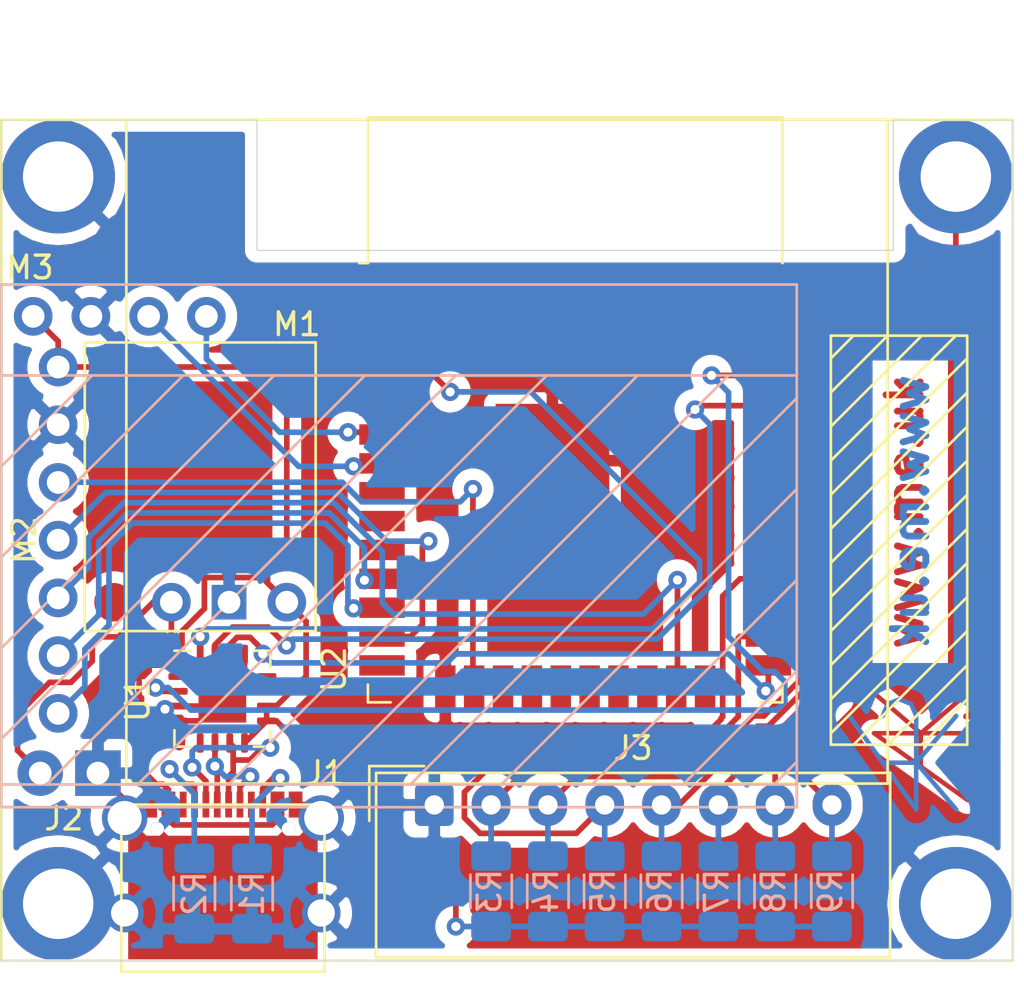
<source format=kicad_pcb>
(kicad_pcb (version 20171130) (host pcbnew "(5.1.9-0-10_14)")

  (general
    (thickness 1.6)
    (drawings 10)
    (tracks 327)
    (zones 0)
    (modules 19)
    (nets 48)
  )

  (page A4)
  (layers
    (0 F.Cu signal)
    (31 B.Cu signal)
    (32 B.Adhes user)
    (33 F.Adhes user)
    (34 B.Paste user)
    (35 F.Paste user)
    (36 B.SilkS user)
    (37 F.SilkS user)
    (38 B.Mask user)
    (39 F.Mask user)
    (40 Dwgs.User user)
    (41 Cmts.User user)
    (42 Eco1.User user)
    (43 Eco2.User user)
    (44 Edge.Cuts user)
    (45 Margin user)
    (46 B.CrtYd user)
    (47 F.CrtYd user)
    (48 B.Fab user)
    (49 F.Fab user)
  )

  (setup
    (last_trace_width 0.25)
    (trace_clearance 0.2)
    (zone_clearance 0.508)
    (zone_45_only no)
    (trace_min 0.2)
    (via_size 0.8)
    (via_drill 0.4)
    (via_min_size 0.4)
    (via_min_drill 0.3)
    (uvia_size 0.3)
    (uvia_drill 0.1)
    (uvias_allowed no)
    (uvia_min_size 0.2)
    (uvia_min_drill 0.1)
    (edge_width 0.05)
    (segment_width 0.2)
    (pcb_text_width 0.3)
    (pcb_text_size 1.5 1.5)
    (mod_edge_width 0.12)
    (mod_text_size 1 1)
    (mod_text_width 0.15)
    (pad_size 1.7 1.85)
    (pad_drill 0.85)
    (pad_to_mask_clearance 0)
    (aux_axis_origin 0 0)
    (visible_elements FFFFFF7F)
    (pcbplotparams
      (layerselection 0x010fc_ffffffff)
      (usegerberextensions false)
      (usegerberattributes true)
      (usegerberadvancedattributes true)
      (creategerberjobfile true)
      (excludeedgelayer true)
      (linewidth 0.100000)
      (plotframeref false)
      (viasonmask false)
      (mode 1)
      (useauxorigin false)
      (hpglpennumber 1)
      (hpglpenspeed 20)
      (hpglpendiameter 15.000000)
      (psnegative false)
      (psa4output false)
      (plotreference true)
      (plotvalue true)
      (plotinvisibletext false)
      (padsonsilk false)
      (subtractmaskfromsilk false)
      (outputformat 1)
      (mirror false)
      (drillshape 0)
      (scaleselection 1)
      (outputdirectory ""))
  )

  (net 0 "")
  (net 1 "Net-(J1-PadA4)")
  (net 2 "Net-(J1-PadA7)")
  (net 3 "Net-(J1-PadA6)")
  (net 4 "Net-(J1-PadA8)")
  (net 5 "Net-(J1-PadA5)")
  (net 6 "Net-(J1-PadB5)")
  (net 7 "Net-(J1-PadB8)")
  (net 8 "Net-(M1-Pad1)")
  (net 9 "Net-(U1-Pad16)")
  (net 10 "Net-(U1-Pad15)")
  (net 11 "Net-(U1-Pad14)")
  (net 12 "Net-(U1-Pad12)")
  (net 13 "Net-(U1-Pad11)")
  (net 14 "Net-(U1-Pad5)")
  (net 15 "Net-(U1-Pad2)")
  (net 16 "Net-(U2-Pad37)")
  (net 17 "Net-(U2-Pad36)")
  (net 18 "Net-(U2-Pad32)")
  (net 19 "Net-(U2-Pad24)")
  (net 20 "Net-(U2-Pad22)")
  (net 21 "Net-(U2-Pad21)")
  (net 22 "Net-(U2-Pad20)")
  (net 23 "Net-(U2-Pad19)")
  (net 24 "Net-(U2-Pad18)")
  (net 25 "Net-(U2-Pad17)")
  (net 26 "Net-(U2-Pad14)")
  (net 27 "Net-(U2-Pad10)")
  (net 28 "Net-(U2-Pad9)")
  (net 29 "Net-(U2-Pad8)")
  (net 30 "Net-(U2-Pad5)")
  (net 31 "Net-(U2-Pad4)")
  (net 32 GND)
  (net 33 +3V3)
  (net 34 OLED-RST)
  (net 35 OLED-DC)
  (net 36 OLED-CS0)
  (net 37 OLED-SCLK)
  (net 38 OLED-MOSI)
  (net 39 CO2-SDA)
  (net 40 CO2-SCL)
  (net 41 IO7)
  (net 42 IO6)
  (net 43 IO5)
  (net 44 IO4)
  (net 45 IO3)
  (net 46 IO2)
  (net 47 IO1)

  (net_class Default "This is the default net class."
    (clearance 0.2)
    (trace_width 0.25)
    (via_dia 0.8)
    (via_drill 0.4)
    (uvia_dia 0.3)
    (uvia_drill 0.1)
    (add_net +3V3)
    (add_net CO2-SCL)
    (add_net CO2-SDA)
    (add_net GND)
    (add_net IO1)
    (add_net IO2)
    (add_net IO3)
    (add_net IO4)
    (add_net IO5)
    (add_net IO6)
    (add_net IO7)
    (add_net "Net-(J1-PadA4)")
    (add_net "Net-(J1-PadA5)")
    (add_net "Net-(J1-PadA6)")
    (add_net "Net-(J1-PadA7)")
    (add_net "Net-(J1-PadA8)")
    (add_net "Net-(J1-PadB5)")
    (add_net "Net-(J1-PadB8)")
    (add_net "Net-(M1-Pad1)")
    (add_net "Net-(U1-Pad11)")
    (add_net "Net-(U1-Pad12)")
    (add_net "Net-(U1-Pad14)")
    (add_net "Net-(U1-Pad15)")
    (add_net "Net-(U1-Pad16)")
    (add_net "Net-(U1-Pad2)")
    (add_net "Net-(U1-Pad5)")
    (add_net "Net-(U2-Pad10)")
    (add_net "Net-(U2-Pad14)")
    (add_net "Net-(U2-Pad17)")
    (add_net "Net-(U2-Pad18)")
    (add_net "Net-(U2-Pad19)")
    (add_net "Net-(U2-Pad20)")
    (add_net "Net-(U2-Pad21)")
    (add_net "Net-(U2-Pad22)")
    (add_net "Net-(U2-Pad24)")
    (add_net "Net-(U2-Pad32)")
    (add_net "Net-(U2-Pad36)")
    (add_net "Net-(U2-Pad37)")
    (add_net "Net-(U2-Pad4)")
    (add_net "Net-(U2-Pad5)")
    (add_net "Net-(U2-Pad8)")
    (add_net "Net-(U2-Pad9)")
    (add_net OLED-CS0)
    (add_net OLED-DC)
    (add_net OLED-MOSI)
    (add_net OLED-RST)
    (add_net OLED-SCLK)
  )

  (module RevK:AJK (layer B.Cu) (tedit 60411AF0) (tstamp 60475357)
    (at 130.75 87)
    (fp_text reference REF** (at 0 0) (layer B.SilkS) hide
      (effects (font (size 1 1) (thickness 0.15)) (justify mirror))
    )
    (fp_text value AJK (at -1.27 -1.27) (layer B.Fab) hide
      (effects (font (size 1 1) (thickness 0.15)) (justify mirror))
    )
    (fp_line (start -3.43588 2.23235) (end -0.4947 6.35) (layer B.Cu) (width 0.2))
    (fp_line (start -0.4947 2.23235) (end -0.710062 1.712421) (layer B.Cu) (width 0.2))
    (fp_line (start -0.4947 6.35) (end -0.4947 2.23235) (layer B.Cu) (width 0.2))
    (fp_line (start -1.229994 1.49706) (end -1.749926 1.712421) (layer B.Cu) (width 0.2))
    (fp_line (start -0.710062 1.712421) (end -1.229994 1.49706) (layer B.Cu) (width 0.2))
    (fp_line (start -1.749926 1.712421) (end -1.965288 2.23235) (layer B.Cu) (width 0.2))
    (fp_line (start -0.49471 4.29118) (end 1.27 2.23235) (layer B.Cu) (width 0.2))
    (fp_line (start -0.4947 4.291) (end -1.9653 4.291) (layer B.Cu) (width 0.2))
    (fp_line (start 1.27 6.35) (end -0.49471 4.29118) (layer B.Cu) (width 0.2))
  )

  (module RevK:AJK (layer F.Cu) (tedit 60411AF0) (tstamp 60475188)
    (at 134.75 89.5 90)
    (fp_text reference REF** (at 0 0 90) (layer F.SilkS) hide
      (effects (font (size 1 1) (thickness 0.15)))
    )
    (fp_text value AJK (at -1.27 1.27 90) (layer F.Fab) hide
      (effects (font (size 1 1) (thickness 0.15)))
    )
    (fp_line (start -3.43588 -2.23235) (end -0.4947 -6.35) (layer F.Cu) (width 0.2))
    (fp_line (start -0.4947 -2.23235) (end -0.710062 -1.712421) (layer F.Cu) (width 0.2))
    (fp_line (start -0.4947 -6.35) (end -0.4947 -2.23235) (layer F.Cu) (width 0.2))
    (fp_line (start -1.229994 -1.49706) (end -1.749926 -1.712421) (layer F.Cu) (width 0.2))
    (fp_line (start -0.710062 -1.712421) (end -1.229994 -1.49706) (layer F.Cu) (width 0.2))
    (fp_line (start -1.749926 -1.712421) (end -1.965288 -2.23235) (layer F.Cu) (width 0.2))
    (fp_line (start -0.49471 -4.29118) (end 1.27 -2.23235) (layer F.Cu) (width 0.2))
    (fp_line (start -0.4947 -4.291) (end -1.9653 -4.291) (layer F.Cu) (width 0.2))
    (fp_line (start 1.27 -6.35) (end -0.49471 -4.29118) (layer F.Cu) (width 0.2))
  )

  (module RevK:DC (layer F.Cu) (tedit 60472A31) (tstamp 6046F030)
    (at 94.25 91.75 90)
    (path /60467E1F)
    (fp_text reference J2 (at -2 -1.5 180) (layer F.SilkS)
      (effects (font (size 1 1) (thickness 0.15)))
    )
    (fp_text value DC (at 0 2.54 270) (layer F.Fab)
      (effects (font (size 1 1) (thickness 0.15)))
    )
    (pad 2 thru_hole circle (at 0 -2.54 90) (size 2 2) (drill 1) (layers *.Cu *.Mask)
      (net 1 "Net-(J1-PadA4)"))
    (pad 1 thru_hole rect (at 0 0 90) (size 2 2) (drill 1) (layers *.Cu *.Mask)
      (net 32 GND))
  )

  (module RevK:OLED1.5-RGB (layer F.Cu) (tedit 60472B25) (tstamp 60470900)
    (at 134.5 63 180)
    (path /6050B2B3)
    (fp_text reference M2 (at 43.5 -18.5 90) (layer F.SilkS)
      (effects (font (size 1 1) (thickness 0.15)))
    )
    (fp_text value OLED1.5-RGB (at 21.59 -34.29) (layer F.Fab)
      (effects (font (size 1 1) (thickness 0.15)))
    )
    (fp_line (start 2 -9.5) (end 2 -27.5) (layer F.CrtYd) (width 0.12))
    (fp_line (start 8 -9.5) (end 2 -9.5) (layer F.CrtYd) (width 0.12))
    (fp_line (start 8 -27.5) (end 8 -9.5) (layer F.CrtYd) (width 0.12))
    (fp_line (start 2 -27.5) (end 8 -27.5) (layer F.CrtYd) (width 0.12))
    (fp_line (start 8 -10.5) (end 7 -9.5) (layer F.SilkS) (width 0.12))
    (fp_line (start 8 -12) (end 5.5 -9.5) (layer F.SilkS) (width 0.12))
    (fp_line (start 8 -13.5) (end 4 -9.5) (layer F.SilkS) (width 0.12))
    (fp_line (start 8 -15) (end 2.5 -9.5) (layer F.SilkS) (width 0.12))
    (fp_line (start 8 -16.5) (end 2 -10.5) (layer F.SilkS) (width 0.12))
    (fp_line (start 8 -18) (end 2 -12) (layer F.SilkS) (width 0.12))
    (fp_line (start 8 -19.5) (end 2 -13.5) (layer F.SilkS) (width 0.12))
    (fp_line (start 8 -21) (end 2 -15) (layer F.SilkS) (width 0.12))
    (fp_line (start 8 -22.5) (end 2 -16.5) (layer F.SilkS) (width 0.12))
    (fp_line (start 8 -24) (end 2 -18) (layer F.SilkS) (width 0.12))
    (fp_line (start 8 -25.5) (end 2 -19.5) (layer F.SilkS) (width 0.12))
    (fp_line (start 8 -27) (end 2 -21) (layer F.SilkS) (width 0.12))
    (fp_line (start 7 -27.5) (end 2 -22.5) (layer F.SilkS) (width 0.12))
    (fp_line (start 5.5 -27.5) (end 2 -24) (layer F.SilkS) (width 0.12))
    (fp_line (start 4 -27.5) (end 2 -25.5) (layer F.SilkS) (width 0.12))
    (fp_line (start 2 -9.5) (end 2 -27.5) (layer F.SilkS) (width 0.12))
    (fp_line (start 8 -9.5) (end 2 -9.5) (layer F.SilkS) (width 0.12))
    (fp_line (start 8 -27.5) (end 8 -9.5) (layer F.SilkS) (width 0.12))
    (fp_line (start 2 -27.5) (end 8 -27.5) (layer F.SilkS) (width 0.12))
    (fp_line (start 39 -29.21) (end 39 0) (layer F.SilkS) (width 0.12))
    (fp_line (start 5.5 -29.21) (end 39 -29.21) (layer F.SilkS) (width 0.12))
    (fp_line (start 5.5 0) (end 5.5 -29.21) (layer F.SilkS) (width 0.12))
    (fp_line (start 0 -37) (end 0 0) (layer F.SilkS) (width 0.12))
    (fp_line (start 44.5 -37) (end 0 -37) (layer F.SilkS) (width 0.12))
    (fp_line (start 44.5 0) (end 44.5 -37) (layer F.SilkS) (width 0.12))
    (fp_line (start 0 0) (end 44.5 0) (layer F.SilkS) (width 0.12))
    (pad S thru_hole circle (at 42 -2.5 180) (size 5 5) (drill 3.1) (layers *.Cu *.Mask)
      (net 32 GND))
    (pad S thru_hole circle (at 42 -34.5 180) (size 5 5) (drill 3.1) (layers *.Cu *.Mask)
      (net 32 GND))
    (pad S thru_hole circle (at 2.5 -34.5 180) (size 5 5) (drill 3.1) (layers *.Cu *.Mask)
      (net 32 GND))
    (pad S thru_hole circle (at 2.5 -2.5 180) (size 5 5) (drill 3.1) (layers *.Cu *.Mask)
      (net 32 GND))
    (pad 7 thru_hole circle (at 42 -26.12 180) (size 1.7 1.7) (drill 1) (layers *.Cu *.Mask)
      (net 34 OLED-RST))
    (pad 6 thru_hole circle (at 42 -23.58 180) (size 1.7 1.7) (drill 1) (layers *.Cu *.Mask)
      (net 35 OLED-DC))
    (pad 5 thru_hole circle (at 42 -21.04 180) (size 1.7 1.7) (drill 1) (layers *.Cu *.Mask)
      (net 36 OLED-CS0))
    (pad 4 thru_hole circle (at 42 -18.5 180) (size 1.7 1.7) (drill 1) (layers *.Cu *.Mask)
      (net 37 OLED-SCLK))
    (pad 3 thru_hole circle (at 42 -15.96 180) (size 1.7 1.7) (drill 1) (layers *.Cu *.Mask)
      (net 38 OLED-MOSI))
    (pad 2 thru_hole circle (at 42 -13.42 180) (size 1.7 1.7) (drill 1) (layers *.Cu *.Mask)
      (net 32 GND))
    (pad 1 thru_hole circle (at 42 -10.88 180) (size 1.7 1.7) (drill 1) (layers *.Cu *.Mask)
      (net 33 +3V3))
    (model ${KISYS3DMOD}/Connector_PinHeader_2.54mm.3dshapes/PinHeader_1x07_P2.54mm_Vertical.wrl
      (offset (xyz 42 10.84 6.5))
      (scale (xyz 1 1 1))
      (rotate (xyz 180 0 0))
    )
  )

  (module Resistor_SMD:R_1206_3216Metric_Pad1.30x1.75mm_HandSolder (layer B.Cu) (tedit 5F68FEEE) (tstamp 6046F195)
    (at 126.55 96.95 270)
    (descr "Resistor SMD 1206 (3216 Metric), square (rectangular) end terminal, IPC_7351 nominal with elongated pad for handsoldering. (Body size source: IPC-SM-782 page 72, https://www.pcb-3d.com/wordpress/wp-content/uploads/ipc-sm-782a_amendment_1_and_2.pdf), generated with kicad-footprint-generator")
    (tags "resistor handsolder")
    (path /6047260F)
    (attr smd)
    (fp_text reference R9 (at 0 0.07 270) (layer B.SilkS)
      (effects (font (size 1 1) (thickness 0.15)) (justify mirror))
    )
    (fp_text value NF (at 0 -1.82 270) (layer B.Fab)
      (effects (font (size 1 1) (thickness 0.15)) (justify mirror))
    )
    (fp_line (start 2.45 -1.12) (end -2.45 -1.12) (layer B.CrtYd) (width 0.05))
    (fp_line (start 2.45 1.12) (end 2.45 -1.12) (layer B.CrtYd) (width 0.05))
    (fp_line (start -2.45 1.12) (end 2.45 1.12) (layer B.CrtYd) (width 0.05))
    (fp_line (start -2.45 -1.12) (end -2.45 1.12) (layer B.CrtYd) (width 0.05))
    (fp_line (start -0.727064 -0.91) (end 0.727064 -0.91) (layer B.SilkS) (width 0.12))
    (fp_line (start -0.727064 0.91) (end 0.727064 0.91) (layer B.SilkS) (width 0.12))
    (fp_line (start 1.6 -0.8) (end -1.6 -0.8) (layer B.Fab) (width 0.1))
    (fp_line (start 1.6 0.8) (end 1.6 -0.8) (layer B.Fab) (width 0.1))
    (fp_line (start -1.6 0.8) (end 1.6 0.8) (layer B.Fab) (width 0.1))
    (fp_line (start -1.6 -0.8) (end -1.6 0.8) (layer B.Fab) (width 0.1))
    (fp_text user %R (at 0 0 270) (layer B.Fab)
      (effects (font (size 0.8 0.8) (thickness 0.12)) (justify mirror))
    )
    (pad 2 smd roundrect (at 1.55 0 270) (size 1.3 1.75) (layers B.Cu B.Paste B.Mask) (roundrect_rratio 0.1923076923076923)
      (net 33 +3V3))
    (pad 1 smd roundrect (at -1.55 0 270) (size 1.3 1.75) (layers B.Cu B.Paste B.Mask) (roundrect_rratio 0.1923076923076923)
      (net 41 IO7))
    (model ${KISYS3DMOD}/Resistor_SMD.3dshapes/R_1206_3216Metric.wrl
      (at (xyz 0 0 0))
      (scale (xyz 1 1 1))
      (rotate (xyz 0 0 0))
    )
  )

  (module Resistor_SMD:R_1206_3216Metric_Pad1.30x1.75mm_HandSolder (layer B.Cu) (tedit 5F68FEEE) (tstamp 6046F184)
    (at 124.05 96.95 270)
    (descr "Resistor SMD 1206 (3216 Metric), square (rectangular) end terminal, IPC_7351 nominal with elongated pad for handsoldering. (Body size source: IPC-SM-782 page 72, https://www.pcb-3d.com/wordpress/wp-content/uploads/ipc-sm-782a_amendment_1_and_2.pdf), generated with kicad-footprint-generator")
    (tags "resistor handsolder")
    (path /604730A4)
    (attr smd)
    (fp_text reference R8 (at 0 0.07 270) (layer B.SilkS)
      (effects (font (size 1 1) (thickness 0.15)) (justify mirror))
    )
    (fp_text value NF (at 0 -1.82 270) (layer B.Fab)
      (effects (font (size 1 1) (thickness 0.15)) (justify mirror))
    )
    (fp_line (start 2.45 -1.12) (end -2.45 -1.12) (layer B.CrtYd) (width 0.05))
    (fp_line (start 2.45 1.12) (end 2.45 -1.12) (layer B.CrtYd) (width 0.05))
    (fp_line (start -2.45 1.12) (end 2.45 1.12) (layer B.CrtYd) (width 0.05))
    (fp_line (start -2.45 -1.12) (end -2.45 1.12) (layer B.CrtYd) (width 0.05))
    (fp_line (start -0.727064 -0.91) (end 0.727064 -0.91) (layer B.SilkS) (width 0.12))
    (fp_line (start -0.727064 0.91) (end 0.727064 0.91) (layer B.SilkS) (width 0.12))
    (fp_line (start 1.6 -0.8) (end -1.6 -0.8) (layer B.Fab) (width 0.1))
    (fp_line (start 1.6 0.8) (end 1.6 -0.8) (layer B.Fab) (width 0.1))
    (fp_line (start -1.6 0.8) (end 1.6 0.8) (layer B.Fab) (width 0.1))
    (fp_line (start -1.6 -0.8) (end -1.6 0.8) (layer B.Fab) (width 0.1))
    (fp_text user %R (at 0 0 270) (layer B.Fab)
      (effects (font (size 0.8 0.8) (thickness 0.12)) (justify mirror))
    )
    (pad 2 smd roundrect (at 1.55 0 270) (size 1.3 1.75) (layers B.Cu B.Paste B.Mask) (roundrect_rratio 0.1923076923076923)
      (net 33 +3V3))
    (pad 1 smd roundrect (at -1.55 0 270) (size 1.3 1.75) (layers B.Cu B.Paste B.Mask) (roundrect_rratio 0.1923076923076923)
      (net 42 IO6))
    (model ${KISYS3DMOD}/Resistor_SMD.3dshapes/R_1206_3216Metric.wrl
      (at (xyz 0 0 0))
      (scale (xyz 1 1 1))
      (rotate (xyz 0 0 0))
    )
  )

  (module Resistor_SMD:R_1206_3216Metric_Pad1.30x1.75mm_HandSolder (layer B.Cu) (tedit 5F68FEEE) (tstamp 6046F173)
    (at 121.55 96.95 270)
    (descr "Resistor SMD 1206 (3216 Metric), square (rectangular) end terminal, IPC_7351 nominal with elongated pad for handsoldering. (Body size source: IPC-SM-782 page 72, https://www.pcb-3d.com/wordpress/wp-content/uploads/ipc-sm-782a_amendment_1_and_2.pdf), generated with kicad-footprint-generator")
    (tags "resistor handsolder")
    (path /604743DE)
    (attr smd)
    (fp_text reference R7 (at 0 0.07 270) (layer B.SilkS)
      (effects (font (size 1 1) (thickness 0.15)) (justify mirror))
    )
    (fp_text value NF (at 0 -1.82 270) (layer B.Fab)
      (effects (font (size 1 1) (thickness 0.15)) (justify mirror))
    )
    (fp_line (start 2.45 -1.12) (end -2.45 -1.12) (layer B.CrtYd) (width 0.05))
    (fp_line (start 2.45 1.12) (end 2.45 -1.12) (layer B.CrtYd) (width 0.05))
    (fp_line (start -2.45 1.12) (end 2.45 1.12) (layer B.CrtYd) (width 0.05))
    (fp_line (start -2.45 -1.12) (end -2.45 1.12) (layer B.CrtYd) (width 0.05))
    (fp_line (start -0.727064 -0.91) (end 0.727064 -0.91) (layer B.SilkS) (width 0.12))
    (fp_line (start -0.727064 0.91) (end 0.727064 0.91) (layer B.SilkS) (width 0.12))
    (fp_line (start 1.6 -0.8) (end -1.6 -0.8) (layer B.Fab) (width 0.1))
    (fp_line (start 1.6 0.8) (end 1.6 -0.8) (layer B.Fab) (width 0.1))
    (fp_line (start -1.6 0.8) (end 1.6 0.8) (layer B.Fab) (width 0.1))
    (fp_line (start -1.6 -0.8) (end -1.6 0.8) (layer B.Fab) (width 0.1))
    (fp_text user %R (at 0 0 270) (layer B.Fab)
      (effects (font (size 0.8 0.8) (thickness 0.12)) (justify mirror))
    )
    (pad 2 smd roundrect (at 1.55 0 270) (size 1.3 1.75) (layers B.Cu B.Paste B.Mask) (roundrect_rratio 0.1923076923076923)
      (net 33 +3V3))
    (pad 1 smd roundrect (at -1.55 0 270) (size 1.3 1.75) (layers B.Cu B.Paste B.Mask) (roundrect_rratio 0.1923076923076923)
      (net 43 IO5))
    (model ${KISYS3DMOD}/Resistor_SMD.3dshapes/R_1206_3216Metric.wrl
      (at (xyz 0 0 0))
      (scale (xyz 1 1 1))
      (rotate (xyz 0 0 0))
    )
  )

  (module Resistor_SMD:R_1206_3216Metric_Pad1.30x1.75mm_HandSolder (layer B.Cu) (tedit 5F68FEEE) (tstamp 6046F162)
    (at 119.05 96.95 270)
    (descr "Resistor SMD 1206 (3216 Metric), square (rectangular) end terminal, IPC_7351 nominal with elongated pad for handsoldering. (Body size source: IPC-SM-782 page 72, https://www.pcb-3d.com/wordpress/wp-content/uploads/ipc-sm-782a_amendment_1_and_2.pdf), generated with kicad-footprint-generator")
    (tags "resistor handsolder")
    (path /604743E4)
    (attr smd)
    (fp_text reference R6 (at 0 0.07 270) (layer B.SilkS)
      (effects (font (size 1 1) (thickness 0.15)) (justify mirror))
    )
    (fp_text value NF (at 0 -1.82 270) (layer B.Fab)
      (effects (font (size 1 1) (thickness 0.15)) (justify mirror))
    )
    (fp_line (start 2.45 -1.12) (end -2.45 -1.12) (layer B.CrtYd) (width 0.05))
    (fp_line (start 2.45 1.12) (end 2.45 -1.12) (layer B.CrtYd) (width 0.05))
    (fp_line (start -2.45 1.12) (end 2.45 1.12) (layer B.CrtYd) (width 0.05))
    (fp_line (start -2.45 -1.12) (end -2.45 1.12) (layer B.CrtYd) (width 0.05))
    (fp_line (start -0.727064 -0.91) (end 0.727064 -0.91) (layer B.SilkS) (width 0.12))
    (fp_line (start -0.727064 0.91) (end 0.727064 0.91) (layer B.SilkS) (width 0.12))
    (fp_line (start 1.6 -0.8) (end -1.6 -0.8) (layer B.Fab) (width 0.1))
    (fp_line (start 1.6 0.8) (end 1.6 -0.8) (layer B.Fab) (width 0.1))
    (fp_line (start -1.6 0.8) (end 1.6 0.8) (layer B.Fab) (width 0.1))
    (fp_line (start -1.6 -0.8) (end -1.6 0.8) (layer B.Fab) (width 0.1))
    (fp_text user %R (at 0 0 270) (layer B.Fab)
      (effects (font (size 0.8 0.8) (thickness 0.12)) (justify mirror))
    )
    (pad 2 smd roundrect (at 1.55 0 270) (size 1.3 1.75) (layers B.Cu B.Paste B.Mask) (roundrect_rratio 0.1923076923076923)
      (net 33 +3V3))
    (pad 1 smd roundrect (at -1.55 0 270) (size 1.3 1.75) (layers B.Cu B.Paste B.Mask) (roundrect_rratio 0.1923076923076923)
      (net 44 IO4))
    (model ${KISYS3DMOD}/Resistor_SMD.3dshapes/R_1206_3216Metric.wrl
      (at (xyz 0 0 0))
      (scale (xyz 1 1 1))
      (rotate (xyz 0 0 0))
    )
  )

  (module Resistor_SMD:R_1206_3216Metric_Pad1.30x1.75mm_HandSolder (layer B.Cu) (tedit 5F68FEEE) (tstamp 6046F151)
    (at 116.55 96.95 270)
    (descr "Resistor SMD 1206 (3216 Metric), square (rectangular) end terminal, IPC_7351 nominal with elongated pad for handsoldering. (Body size source: IPC-SM-782 page 72, https://www.pcb-3d.com/wordpress/wp-content/uploads/ipc-sm-782a_amendment_1_and_2.pdf), generated with kicad-footprint-generator")
    (tags "resistor handsolder")
    (path /604764BB)
    (attr smd)
    (fp_text reference R5 (at 0 0.07 270) (layer B.SilkS)
      (effects (font (size 1 1) (thickness 0.15)) (justify mirror))
    )
    (fp_text value NF (at 0 -1.82 270) (layer B.Fab)
      (effects (font (size 1 1) (thickness 0.15)) (justify mirror))
    )
    (fp_line (start 2.45 -1.12) (end -2.45 -1.12) (layer B.CrtYd) (width 0.05))
    (fp_line (start 2.45 1.12) (end 2.45 -1.12) (layer B.CrtYd) (width 0.05))
    (fp_line (start -2.45 1.12) (end 2.45 1.12) (layer B.CrtYd) (width 0.05))
    (fp_line (start -2.45 -1.12) (end -2.45 1.12) (layer B.CrtYd) (width 0.05))
    (fp_line (start -0.727064 -0.91) (end 0.727064 -0.91) (layer B.SilkS) (width 0.12))
    (fp_line (start -0.727064 0.91) (end 0.727064 0.91) (layer B.SilkS) (width 0.12))
    (fp_line (start 1.6 -0.8) (end -1.6 -0.8) (layer B.Fab) (width 0.1))
    (fp_line (start 1.6 0.8) (end 1.6 -0.8) (layer B.Fab) (width 0.1))
    (fp_line (start -1.6 0.8) (end 1.6 0.8) (layer B.Fab) (width 0.1))
    (fp_line (start -1.6 -0.8) (end -1.6 0.8) (layer B.Fab) (width 0.1))
    (fp_text user %R (at 0 0 270) (layer B.Fab)
      (effects (font (size 0.8 0.8) (thickness 0.12)) (justify mirror))
    )
    (pad 2 smd roundrect (at 1.55 0 270) (size 1.3 1.75) (layers B.Cu B.Paste B.Mask) (roundrect_rratio 0.1923076923076923)
      (net 33 +3V3))
    (pad 1 smd roundrect (at -1.55 0 270) (size 1.3 1.75) (layers B.Cu B.Paste B.Mask) (roundrect_rratio 0.1923076923076923)
      (net 45 IO3))
    (model ${KISYS3DMOD}/Resistor_SMD.3dshapes/R_1206_3216Metric.wrl
      (at (xyz 0 0 0))
      (scale (xyz 1 1 1))
      (rotate (xyz 0 0 0))
    )
  )

  (module Resistor_SMD:R_1206_3216Metric_Pad1.30x1.75mm_HandSolder (layer B.Cu) (tedit 5F68FEEE) (tstamp 6046F140)
    (at 114.05 96.95 270)
    (descr "Resistor SMD 1206 (3216 Metric), square (rectangular) end terminal, IPC_7351 nominal with elongated pad for handsoldering. (Body size source: IPC-SM-782 page 72, https://www.pcb-3d.com/wordpress/wp-content/uploads/ipc-sm-782a_amendment_1_and_2.pdf), generated with kicad-footprint-generator")
    (tags "resistor handsolder")
    (path /604764C1)
    (attr smd)
    (fp_text reference R4 (at 0 0.07 270) (layer B.SilkS)
      (effects (font (size 1 1) (thickness 0.15)) (justify mirror))
    )
    (fp_text value NF (at 0 -1.82 270) (layer B.Fab)
      (effects (font (size 1 1) (thickness 0.15)) (justify mirror))
    )
    (fp_line (start 2.45 -1.12) (end -2.45 -1.12) (layer B.CrtYd) (width 0.05))
    (fp_line (start 2.45 1.12) (end 2.45 -1.12) (layer B.CrtYd) (width 0.05))
    (fp_line (start -2.45 1.12) (end 2.45 1.12) (layer B.CrtYd) (width 0.05))
    (fp_line (start -2.45 -1.12) (end -2.45 1.12) (layer B.CrtYd) (width 0.05))
    (fp_line (start -0.727064 -0.91) (end 0.727064 -0.91) (layer B.SilkS) (width 0.12))
    (fp_line (start -0.727064 0.91) (end 0.727064 0.91) (layer B.SilkS) (width 0.12))
    (fp_line (start 1.6 -0.8) (end -1.6 -0.8) (layer B.Fab) (width 0.1))
    (fp_line (start 1.6 0.8) (end 1.6 -0.8) (layer B.Fab) (width 0.1))
    (fp_line (start -1.6 0.8) (end 1.6 0.8) (layer B.Fab) (width 0.1))
    (fp_line (start -1.6 -0.8) (end -1.6 0.8) (layer B.Fab) (width 0.1))
    (fp_text user %R (at 0 0 270) (layer B.Fab)
      (effects (font (size 0.8 0.8) (thickness 0.12)) (justify mirror))
    )
    (pad 2 smd roundrect (at 1.55 0 270) (size 1.3 1.75) (layers B.Cu B.Paste B.Mask) (roundrect_rratio 0.1923076923076923)
      (net 33 +3V3))
    (pad 1 smd roundrect (at -1.55 0 270) (size 1.3 1.75) (layers B.Cu B.Paste B.Mask) (roundrect_rratio 0.1923076923076923)
      (net 46 IO2))
    (model ${KISYS3DMOD}/Resistor_SMD.3dshapes/R_1206_3216Metric.wrl
      (at (xyz 0 0 0))
      (scale (xyz 1 1 1))
      (rotate (xyz 0 0 0))
    )
  )

  (module Resistor_SMD:R_1206_3216Metric_Pad1.30x1.75mm_HandSolder (layer B.Cu) (tedit 5F68FEEE) (tstamp 6046F12F)
    (at 111.55 96.95 270)
    (descr "Resistor SMD 1206 (3216 Metric), square (rectangular) end terminal, IPC_7351 nominal with elongated pad for handsoldering. (Body size source: IPC-SM-782 page 72, https://www.pcb-3d.com/wordpress/wp-content/uploads/ipc-sm-782a_amendment_1_and_2.pdf), generated with kicad-footprint-generator")
    (tags "resistor handsolder")
    (path /604764C7)
    (attr smd)
    (fp_text reference R3 (at 0 0.07 270) (layer B.SilkS)
      (effects (font (size 1 1) (thickness 0.15)) (justify mirror))
    )
    (fp_text value NF (at 0 -1.82 270) (layer B.Fab)
      (effects (font (size 1 1) (thickness 0.15)) (justify mirror))
    )
    (fp_line (start 2.45 -1.12) (end -2.45 -1.12) (layer B.CrtYd) (width 0.05))
    (fp_line (start 2.45 1.12) (end 2.45 -1.12) (layer B.CrtYd) (width 0.05))
    (fp_line (start -2.45 1.12) (end 2.45 1.12) (layer B.CrtYd) (width 0.05))
    (fp_line (start -2.45 -1.12) (end -2.45 1.12) (layer B.CrtYd) (width 0.05))
    (fp_line (start -0.727064 -0.91) (end 0.727064 -0.91) (layer B.SilkS) (width 0.12))
    (fp_line (start -0.727064 0.91) (end 0.727064 0.91) (layer B.SilkS) (width 0.12))
    (fp_line (start 1.6 -0.8) (end -1.6 -0.8) (layer B.Fab) (width 0.1))
    (fp_line (start 1.6 0.8) (end 1.6 -0.8) (layer B.Fab) (width 0.1))
    (fp_line (start -1.6 0.8) (end 1.6 0.8) (layer B.Fab) (width 0.1))
    (fp_line (start -1.6 -0.8) (end -1.6 0.8) (layer B.Fab) (width 0.1))
    (fp_text user %R (at 0 0 270) (layer B.Fab)
      (effects (font (size 0.8 0.8) (thickness 0.12)) (justify mirror))
    )
    (pad 2 smd roundrect (at 1.55 0 270) (size 1.3 1.75) (layers B.Cu B.Paste B.Mask) (roundrect_rratio 0.1923076923076923)
      (net 33 +3V3))
    (pad 1 smd roundrect (at -1.55 0 270) (size 1.3 1.75) (layers B.Cu B.Paste B.Mask) (roundrect_rratio 0.1923076923076923)
      (net 47 IO1))
    (model ${KISYS3DMOD}/Resistor_SMD.3dshapes/R_1206_3216Metric.wrl
      (at (xyz 0 0 0))
      (scale (xyz 1 1 1))
      (rotate (xyz 0 0 0))
    )
  )

  (module RevK:SCD30-4pin (layer B.Cu) (tedit 6047280D) (tstamp 6046D834)
    (at 125 70.25 270)
    (descr "CO2, humidity, and temperature sensor\rCO2, humidity, and temperature sensor\r")
    (path /6046B191)
    (fp_text reference M3 (at -0.75 33.75) (layer F.SilkS)
      (effects (font (size 1 1) (thickness 0.15)))
    )
    (fp_text value SCD30-4pin (at 1 3 180) (layer B.Fab)
      (effects (font (size 1 1) (thickness 0.15)) (justify mirror))
    )
    (fp_line (start 4 0) (end 4 35) (layer B.CrtYd) (width 0.12))
    (fp_line (start 22.5 0) (end 4 0) (layer B.CrtYd) (width 0.12))
    (fp_line (start 22.5 35) (end 22.5 0) (layer B.CrtYd) (width 0.12))
    (fp_line (start 4 35) (end 22.5 35) (layer B.CrtYd) (width 0.12))
    (fp_line (start 22 1) (end 21 0) (layer B.SilkS) (width 0.12))
    (fp_line (start 22 5) (end 17 0) (layer B.SilkS) (width 0.12))
    (fp_line (start 22 9) (end 13 0) (layer B.SilkS) (width 0.12))
    (fp_line (start 22 13) (end 9 0) (layer B.SilkS) (width 0.12))
    (fp_line (start 22 17) (end 5 0) (layer B.SilkS) (width 0.12))
    (fp_line (start 22 21) (end 4 3) (layer B.SilkS) (width 0.12))
    (fp_line (start 22 25) (end 4 7) (layer B.SilkS) (width 0.12))
    (fp_line (start 22 29) (end 4 11) (layer B.SilkS) (width 0.12))
    (fp_line (start 22 33) (end 4 15) (layer B.SilkS) (width 0.12))
    (fp_line (start 20 35) (end 4 19) (layer B.SilkS) (width 0.12))
    (fp_line (start 16 35) (end 4 23) (layer B.SilkS) (width 0.12))
    (fp_line (start 12 35) (end 4 27) (layer B.SilkS) (width 0.12))
    (fp_line (start 8 35) (end 4 31) (layer B.SilkS) (width 0.12))
    (fp_line (start 22 35) (end 22 0) (layer B.SilkS) (width 0.12))
    (fp_line (start 4 35) (end 4 0) (layer B.SilkS) (width 0.12))
    (fp_line (start 23 0) (end 0 0) (layer B.SilkS) (width 0.12))
    (fp_line (start 23 35) (end 23 0) (layer B.SilkS) (width 0.12))
    (fp_line (start 0 35) (end 23 35) (layer B.SilkS) (width 0.12))
    (fp_line (start 0 0) (end 0 35) (layer B.SilkS) (width 0.12))
    (pad 4 thru_hole circle (at 1.4 25.98 270) (size 1.7 1.7) (drill 1) (layers *.Cu *.Mask)
      (net 39 CO2-SDA))
    (pad 3 thru_hole circle (at 1.4 28.52 270) (size 1.7 1.7) (drill 1) (layers *.Cu *.Mask)
      (net 40 CO2-SCL))
    (pad 2 thru_hole circle (at 1.4 31.06 270) (size 1.7 1.7) (drill 1) (layers *.Cu *.Mask)
      (net 32 GND))
    (pad 1 thru_hole circle (at 1.4 33.6 270) (size 1.7 1.7) (drill 1) (layers *.Cu *.Mask)
      (net 33 +3V3))
    (model /Users/adrian/Documents/KiCad/STEP/SCD30.step
      (offset (xyz 11.5 17.5 5.5))
      (scale (xyz 1 1 1))
      (rotate (xyz 90 0 90))
    )
    (model ${KISYS3DMOD}/Connector_PinHeader_2.54mm.3dshapes/PinHeader_1x04_P2.54mm_Vertical.wrl
      (offset (xyz 1.4 33.6 6.5))
      (scale (xyz 1 1 1))
      (rotate (xyz 0 180 0))
    )
  )

  (module Resistor_SMD:R_1206_3216Metric_Pad1.30x1.75mm_HandSolder (layer B.Cu) (tedit 5F68FEEE) (tstamp 6046FB12)
    (at 98.49 97.05 270)
    (descr "Resistor SMD 1206 (3216 Metric), square (rectangular) end terminal, IPC_7351 nominal with elongated pad for handsoldering. (Body size source: IPC-SM-782 page 72, https://www.pcb-3d.com/wordpress/wp-content/uploads/ipc-sm-782a_amendment_1_and_2.pdf), generated with kicad-footprint-generator")
    (tags "resistor handsolder")
    (path /604954A7)
    (attr smd)
    (fp_text reference R2 (at 0 0 270) (layer B.SilkS)
      (effects (font (size 1 1) (thickness 0.15)) (justify mirror))
    )
    (fp_text value 5K1 (at 0 -1.82 270) (layer B.Fab)
      (effects (font (size 1 1) (thickness 0.15)) (justify mirror))
    )
    (fp_line (start 2.45 -1.12) (end -2.45 -1.12) (layer B.CrtYd) (width 0.05))
    (fp_line (start 2.45 1.12) (end 2.45 -1.12) (layer B.CrtYd) (width 0.05))
    (fp_line (start -2.45 1.12) (end 2.45 1.12) (layer B.CrtYd) (width 0.05))
    (fp_line (start -2.45 -1.12) (end -2.45 1.12) (layer B.CrtYd) (width 0.05))
    (fp_line (start -0.727064 -0.91) (end 0.727064 -0.91) (layer B.SilkS) (width 0.12))
    (fp_line (start -0.727064 0.91) (end 0.727064 0.91) (layer B.SilkS) (width 0.12))
    (fp_line (start 1.6 -0.8) (end -1.6 -0.8) (layer B.Fab) (width 0.1))
    (fp_line (start 1.6 0.8) (end 1.6 -0.8) (layer B.Fab) (width 0.1))
    (fp_line (start -1.6 0.8) (end 1.6 0.8) (layer B.Fab) (width 0.1))
    (fp_line (start -1.6 -0.8) (end -1.6 0.8) (layer B.Fab) (width 0.1))
    (fp_text user %R (at 0 0 270) (layer B.Fab)
      (effects (font (size 0.8 0.8) (thickness 0.12)) (justify mirror))
    )
    (pad 2 smd roundrect (at 1.55 0 270) (size 1.3 1.75) (layers B.Cu B.Paste B.Mask) (roundrect_rratio 0.1923076923076923)
      (net 32 GND))
    (pad 1 smd roundrect (at -1.55 0 270) (size 1.3 1.75) (layers B.Cu B.Paste B.Mask) (roundrect_rratio 0.1923076923076923)
      (net 5 "Net-(J1-PadA5)"))
    (model ${KISYS3DMOD}/Resistor_SMD.3dshapes/R_1206_3216Metric.wrl
      (at (xyz 0 0 0))
      (scale (xyz 1 1 1))
      (rotate (xyz 0 0 0))
    )
  )

  (module Resistor_SMD:R_1206_3216Metric_Pad1.30x1.75mm_HandSolder (layer B.Cu) (tedit 5F68FEEE) (tstamp 6046FB01)
    (at 101.03 97.05 270)
    (descr "Resistor SMD 1206 (3216 Metric), square (rectangular) end terminal, IPC_7351 nominal with elongated pad for handsoldering. (Body size source: IPC-SM-782 page 72, https://www.pcb-3d.com/wordpress/wp-content/uploads/ipc-sm-782a_amendment_1_and_2.pdf), generated with kicad-footprint-generator")
    (tags "resistor handsolder")
    (path /604938D6)
    (attr smd)
    (fp_text reference R1 (at 0 0 270) (layer B.SilkS)
      (effects (font (size 1 1) (thickness 0.15)) (justify mirror))
    )
    (fp_text value 5K1 (at 0 -1.82 270) (layer B.Fab)
      (effects (font (size 1 1) (thickness 0.15)) (justify mirror))
    )
    (fp_line (start 2.45 -1.12) (end -2.45 -1.12) (layer B.CrtYd) (width 0.05))
    (fp_line (start 2.45 1.12) (end 2.45 -1.12) (layer B.CrtYd) (width 0.05))
    (fp_line (start -2.45 1.12) (end 2.45 1.12) (layer B.CrtYd) (width 0.05))
    (fp_line (start -2.45 -1.12) (end -2.45 1.12) (layer B.CrtYd) (width 0.05))
    (fp_line (start -0.727064 -0.91) (end 0.727064 -0.91) (layer B.SilkS) (width 0.12))
    (fp_line (start -0.727064 0.91) (end 0.727064 0.91) (layer B.SilkS) (width 0.12))
    (fp_line (start 1.6 -0.8) (end -1.6 -0.8) (layer B.Fab) (width 0.1))
    (fp_line (start 1.6 0.8) (end 1.6 -0.8) (layer B.Fab) (width 0.1))
    (fp_line (start -1.6 0.8) (end 1.6 0.8) (layer B.Fab) (width 0.1))
    (fp_line (start -1.6 -0.8) (end -1.6 0.8) (layer B.Fab) (width 0.1))
    (fp_text user %R (at 0 0 270) (layer B.Fab)
      (effects (font (size 0.8 0.8) (thickness 0.12)) (justify mirror))
    )
    (pad 2 smd roundrect (at 1.55 0 270) (size 1.3 1.75) (layers B.Cu B.Paste B.Mask) (roundrect_rratio 0.1923076923076923)
      (net 32 GND))
    (pad 1 smd roundrect (at -1.55 0 270) (size 1.3 1.75) (layers B.Cu B.Paste B.Mask) (roundrect_rratio 0.1923076923076923)
      (net 6 "Net-(J1-PadB5)"))
    (model ${KISYS3DMOD}/Resistor_SMD.3dshapes/R_1206_3216Metric.wrl
      (at (xyz 0 0 0))
      (scale (xyz 1 1 1))
      (rotate (xyz 0 0 0))
    )
  )

  (module RF_Module:ESP32-WROOM-32 (layer F.Cu) (tedit 5B5B4654) (tstamp 6046D1C8)
    (at 115.25 78.755)
    (descr "Single 2.4 GHz Wi-Fi and Bluetooth combo chip https://www.espressif.com/sites/default/files/documentation/esp32-wroom-32_datasheet_en.pdf")
    (tags "Single 2.4 GHz Wi-Fi and Bluetooth combo  chip")
    (path /60467763)
    (attr smd)
    (fp_text reference U2 (at -10.61 8.43 90) (layer F.SilkS)
      (effects (font (size 1 1) (thickness 0.15)))
    )
    (fp_text value ESP32-WROOM-32 (at 0 11.5) (layer F.Fab)
      (effects (font (size 1 1) (thickness 0.15)))
    )
    (fp_line (start -9.12 -9.445) (end -9.5 -9.445) (layer F.SilkS) (width 0.12))
    (fp_line (start -9.12 -15.865) (end -9.12 -9.445) (layer F.SilkS) (width 0.12))
    (fp_line (start 9.12 -15.865) (end 9.12 -9.445) (layer F.SilkS) (width 0.12))
    (fp_line (start -9.12 -15.865) (end 9.12 -15.865) (layer F.SilkS) (width 0.12))
    (fp_line (start 9.12 9.88) (end 8.12 9.88) (layer F.SilkS) (width 0.12))
    (fp_line (start 9.12 9.1) (end 9.12 9.88) (layer F.SilkS) (width 0.12))
    (fp_line (start -9.12 9.88) (end -8.12 9.88) (layer F.SilkS) (width 0.12))
    (fp_line (start -9.12 9.1) (end -9.12 9.88) (layer F.SilkS) (width 0.12))
    (fp_line (start 8.4 -20.6) (end 8.2 -20.4) (layer Cmts.User) (width 0.1))
    (fp_line (start 8.4 -16) (end 8.4 -20.6) (layer Cmts.User) (width 0.1))
    (fp_line (start 8.4 -20.6) (end 8.6 -20.4) (layer Cmts.User) (width 0.1))
    (fp_line (start 8.4 -16) (end 8.6 -16.2) (layer Cmts.User) (width 0.1))
    (fp_line (start 8.4 -16) (end 8.2 -16.2) (layer Cmts.User) (width 0.1))
    (fp_line (start -9.2 -13.875) (end -9.4 -14.075) (layer Cmts.User) (width 0.1))
    (fp_line (start -13.8 -13.875) (end -9.2 -13.875) (layer Cmts.User) (width 0.1))
    (fp_line (start -9.2 -13.875) (end -9.4 -13.675) (layer Cmts.User) (width 0.1))
    (fp_line (start -13.8 -13.875) (end -13.6 -13.675) (layer Cmts.User) (width 0.1))
    (fp_line (start -13.8 -13.875) (end -13.6 -14.075) (layer Cmts.User) (width 0.1))
    (fp_line (start 9.2 -13.875) (end 9.4 -13.675) (layer Cmts.User) (width 0.1))
    (fp_line (start 9.2 -13.875) (end 9.4 -14.075) (layer Cmts.User) (width 0.1))
    (fp_line (start 13.8 -13.875) (end 13.6 -13.675) (layer Cmts.User) (width 0.1))
    (fp_line (start 13.8 -13.875) (end 13.6 -14.075) (layer Cmts.User) (width 0.1))
    (fp_line (start 9.2 -13.875) (end 13.8 -13.875) (layer Cmts.User) (width 0.1))
    (fp_line (start 14 -11.585) (end 12 -9.97) (layer Dwgs.User) (width 0.1))
    (fp_line (start 14 -13.2) (end 10 -9.97) (layer Dwgs.User) (width 0.1))
    (fp_line (start 14 -14.815) (end 8 -9.97) (layer Dwgs.User) (width 0.1))
    (fp_line (start 14 -16.43) (end 6 -9.97) (layer Dwgs.User) (width 0.1))
    (fp_line (start 14 -18.045) (end 4 -9.97) (layer Dwgs.User) (width 0.1))
    (fp_line (start 14 -19.66) (end 2 -9.97) (layer Dwgs.User) (width 0.1))
    (fp_line (start 13.475 -20.75) (end 0 -9.97) (layer Dwgs.User) (width 0.1))
    (fp_line (start 11.475 -20.75) (end -2 -9.97) (layer Dwgs.User) (width 0.1))
    (fp_line (start 9.475 -20.75) (end -4 -9.97) (layer Dwgs.User) (width 0.1))
    (fp_line (start 7.475 -20.75) (end -6 -9.97) (layer Dwgs.User) (width 0.1))
    (fp_line (start -8 -9.97) (end 5.475 -20.75) (layer Dwgs.User) (width 0.1))
    (fp_line (start 3.475 -20.75) (end -10 -9.97) (layer Dwgs.User) (width 0.1))
    (fp_line (start 1.475 -20.75) (end -12 -9.97) (layer Dwgs.User) (width 0.1))
    (fp_line (start -0.525 -20.75) (end -14 -9.97) (layer Dwgs.User) (width 0.1))
    (fp_line (start -2.525 -20.75) (end -14 -11.585) (layer Dwgs.User) (width 0.1))
    (fp_line (start -4.525 -20.75) (end -14 -13.2) (layer Dwgs.User) (width 0.1))
    (fp_line (start -6.525 -20.75) (end -14 -14.815) (layer Dwgs.User) (width 0.1))
    (fp_line (start -8.525 -20.75) (end -14 -16.43) (layer Dwgs.User) (width 0.1))
    (fp_line (start -10.525 -20.75) (end -14 -18.045) (layer Dwgs.User) (width 0.1))
    (fp_line (start -12.525 -20.75) (end -14 -19.66) (layer Dwgs.User) (width 0.1))
    (fp_line (start 9.75 -9.72) (end 14.25 -9.72) (layer F.CrtYd) (width 0.05))
    (fp_line (start -14.25 -9.72) (end -9.75 -9.72) (layer F.CrtYd) (width 0.05))
    (fp_line (start 14.25 -21) (end 14.25 -9.72) (layer F.CrtYd) (width 0.05))
    (fp_line (start -14.25 -21) (end -14.25 -9.72) (layer F.CrtYd) (width 0.05))
    (fp_line (start 14 -20.75) (end -14 -20.75) (layer Dwgs.User) (width 0.1))
    (fp_line (start 14 -9.97) (end 14 -20.75) (layer Dwgs.User) (width 0.1))
    (fp_line (start 14 -9.97) (end -14 -9.97) (layer Dwgs.User) (width 0.1))
    (fp_line (start -9 -9.02) (end -8.5 -9.52) (layer F.Fab) (width 0.1))
    (fp_line (start -8.5 -9.52) (end -9 -10.02) (layer F.Fab) (width 0.1))
    (fp_line (start -9 -9.02) (end -9 9.76) (layer F.Fab) (width 0.1))
    (fp_line (start -14.25 -21) (end 14.25 -21) (layer F.CrtYd) (width 0.05))
    (fp_line (start 9.75 -9.72) (end 9.75 10.5) (layer F.CrtYd) (width 0.05))
    (fp_line (start -9.75 10.5) (end 9.75 10.5) (layer F.CrtYd) (width 0.05))
    (fp_line (start -9.75 10.5) (end -9.75 -9.72) (layer F.CrtYd) (width 0.05))
    (fp_line (start -9 -15.745) (end 9 -15.745) (layer F.Fab) (width 0.1))
    (fp_line (start -9 -15.745) (end -9 -10.02) (layer F.Fab) (width 0.1))
    (fp_line (start -9 9.76) (end 9 9.76) (layer F.Fab) (width 0.1))
    (fp_line (start 9 9.76) (end 9 -15.745) (layer F.Fab) (width 0.1))
    (fp_line (start -14 -9.97) (end -14 -20.75) (layer Dwgs.User) (width 0.1))
    (fp_text user "5 mm" (at 7.8 -19.075 90) (layer Cmts.User)
      (effects (font (size 0.5 0.5) (thickness 0.1)))
    )
    (fp_text user "5 mm" (at -11.2 -14.375) (layer Cmts.User)
      (effects (font (size 0.5 0.5) (thickness 0.1)))
    )
    (fp_text user "5 mm" (at 11.8 -14.375) (layer Cmts.User)
      (effects (font (size 0.5 0.5) (thickness 0.1)))
    )
    (fp_text user Antenna (at 0 -13) (layer Cmts.User)
      (effects (font (size 1 1) (thickness 0.15)))
    )
    (fp_text user "KEEP-OUT ZONE" (at 0 -19) (layer Cmts.User)
      (effects (font (size 1 1) (thickness 0.15)))
    )
    (fp_text user %R (at 0 0) (layer F.Fab)
      (effects (font (size 1 1) (thickness 0.15)))
    )
    (pad 38 smd rect (at 8.5 -8.255) (size 2 0.9) (layers F.Cu F.Paste F.Mask)
      (net 32 GND))
    (pad 37 smd rect (at 8.5 -6.985) (size 2 0.9) (layers F.Cu F.Paste F.Mask)
      (net 16 "Net-(U2-Pad37)"))
    (pad 36 smd rect (at 8.5 -5.715) (size 2 0.9) (layers F.Cu F.Paste F.Mask)
      (net 17 "Net-(U2-Pad36)"))
    (pad 35 smd rect (at 8.5 -4.445) (size 2 0.9) (layers F.Cu F.Paste F.Mask)
      (net 15 "Net-(U1-Pad2)"))
    (pad 34 smd rect (at 8.5 -3.175) (size 2 0.9) (layers F.Cu F.Paste F.Mask)
      (net 10 "Net-(U1-Pad15)"))
    (pad 33 smd rect (at 8.5 -1.905) (size 2 0.9) (layers F.Cu F.Paste F.Mask)
      (net 41 IO7))
    (pad 32 smd rect (at 8.5 -0.635) (size 2 0.9) (layers F.Cu F.Paste F.Mask)
      (net 18 "Net-(U2-Pad32)"))
    (pad 31 smd rect (at 8.5 0.635) (size 2 0.9) (layers F.Cu F.Paste F.Mask)
      (net 42 IO6))
    (pad 30 smd rect (at 8.5 1.905) (size 2 0.9) (layers F.Cu F.Paste F.Mask)
      (net 43 IO5))
    (pad 29 smd rect (at 8.5 3.175) (size 2 0.9) (layers F.Cu F.Paste F.Mask)
      (net 44 IO4))
    (pad 28 smd rect (at 8.5 4.445) (size 2 0.9) (layers F.Cu F.Paste F.Mask)
      (net 45 IO3))
    (pad 27 smd rect (at 8.5 5.715) (size 2 0.9) (layers F.Cu F.Paste F.Mask)
      (net 46 IO2))
    (pad 26 smd rect (at 8.5 6.985) (size 2 0.9) (layers F.Cu F.Paste F.Mask)
      (net 47 IO1))
    (pad 25 smd rect (at 8.5 8.255) (size 2 0.9) (layers F.Cu F.Paste F.Mask)
      (net 11 "Net-(U1-Pad14)"))
    (pad 24 smd rect (at 5.715 9.255 90) (size 2 0.9) (layers F.Cu F.Paste F.Mask)
      (net 19 "Net-(U2-Pad24)"))
    (pad 23 smd rect (at 4.445 9.255 90) (size 2 0.9) (layers F.Cu F.Paste F.Mask)
      (net 36 OLED-CS0))
    (pad 22 smd rect (at 3.175 9.255 90) (size 2 0.9) (layers F.Cu F.Paste F.Mask)
      (net 20 "Net-(U2-Pad22)"))
    (pad 21 smd rect (at 1.905 9.255 90) (size 2 0.9) (layers F.Cu F.Paste F.Mask)
      (net 21 "Net-(U2-Pad21)"))
    (pad 20 smd rect (at 0.635 9.255 90) (size 2 0.9) (layers F.Cu F.Paste F.Mask)
      (net 22 "Net-(U2-Pad20)"))
    (pad 19 smd rect (at -0.635 9.255 90) (size 2 0.9) (layers F.Cu F.Paste F.Mask)
      (net 23 "Net-(U2-Pad19)"))
    (pad 18 smd rect (at -1.905 9.255 90) (size 2 0.9) (layers F.Cu F.Paste F.Mask)
      (net 24 "Net-(U2-Pad18)"))
    (pad 17 smd rect (at -3.175 9.255 90) (size 2 0.9) (layers F.Cu F.Paste F.Mask)
      (net 25 "Net-(U2-Pad17)"))
    (pad 16 smd rect (at -4.445 9.255 90) (size 2 0.9) (layers F.Cu F.Paste F.Mask)
      (net 38 OLED-MOSI))
    (pad 15 smd rect (at -5.715 9.255 90) (size 2 0.9) (layers F.Cu F.Paste F.Mask)
      (net 32 GND))
    (pad 14 smd rect (at -8.5 8.255) (size 2 0.9) (layers F.Cu F.Paste F.Mask)
      (net 26 "Net-(U2-Pad14)"))
    (pad 13 smd rect (at -8.5 6.985) (size 2 0.9) (layers F.Cu F.Paste F.Mask)
      (net 37 OLED-SCLK))
    (pad 12 smd rect (at -8.5 5.715) (size 2 0.9) (layers F.Cu F.Paste F.Mask)
      (net 34 OLED-RST))
    (pad 11 smd rect (at -8.5 4.445) (size 2 0.9) (layers F.Cu F.Paste F.Mask)
      (net 35 OLED-DC))
    (pad 10 smd rect (at -8.5 3.175) (size 2 0.9) (layers F.Cu F.Paste F.Mask)
      (net 27 "Net-(U2-Pad10)"))
    (pad 9 smd rect (at -8.5 1.905) (size 2 0.9) (layers F.Cu F.Paste F.Mask)
      (net 28 "Net-(U2-Pad9)"))
    (pad 8 smd rect (at -8.5 0.635) (size 2 0.9) (layers F.Cu F.Paste F.Mask)
      (net 29 "Net-(U2-Pad8)"))
    (pad 7 smd rect (at -8.5 -0.635) (size 2 0.9) (layers F.Cu F.Paste F.Mask)
      (net 40 CO2-SCL))
    (pad 6 smd rect (at -8.5 -1.905) (size 2 0.9) (layers F.Cu F.Paste F.Mask)
      (net 39 CO2-SDA))
    (pad 5 smd rect (at -8.5 -3.175) (size 2 0.9) (layers F.Cu F.Paste F.Mask)
      (net 30 "Net-(U2-Pad5)"))
    (pad 4 smd rect (at -8.5 -4.445) (size 2 0.9) (layers F.Cu F.Paste F.Mask)
      (net 31 "Net-(U2-Pad4)"))
    (pad 3 smd rect (at -8.5 -5.715) (size 2 0.9) (layers F.Cu F.Paste F.Mask)
      (net 9 "Net-(U1-Pad16)"))
    (pad 2 smd rect (at -8.5 -6.985) (size 2 0.9) (layers F.Cu F.Paste F.Mask)
      (net 33 +3V3))
    (pad 1 smd rect (at -8.5 -8.255) (size 2 0.9) (layers F.Cu F.Paste F.Mask)
      (net 32 GND))
    (pad 39 smd rect (at -1 -0.755) (size 5 5) (layers F.Cu F.Paste F.Mask)
      (net 32 GND))
    (model ${KISYS3DMOD}/RF_Module.3dshapes/ESP32-WROOM-32.wrl
      (at (xyz 0 0 0))
      (scale (xyz 1 1 1))
      (rotate (xyz 0 0 0))
    )
  )

  (module Package_DFN_QFN:QFN-16-1EP_4x4mm_P0.65mm_EP2.1x2.1mm (layer F.Cu) (tedit 5DC5F6A3) (tstamp 6046D159)
    (at 99.725 88.475)
    (descr "QFN, 16 Pin (http://www.thatcorp.com/datashts/THAT_1580_Datasheet.pdf), generated with kicad-footprint-generator ipc_noLead_generator.py")
    (tags "QFN NoLead")
    (path /6046E472)
    (attr smd)
    (fp_text reference U1 (at -3.725 0.025 90) (layer F.SilkS)
      (effects (font (size 1 1) (thickness 0.15)))
    )
    (fp_text value FT230XQ (at 0 3.32) (layer F.Fab)
      (effects (font (size 1 1) (thickness 0.15)))
    )
    (fp_line (start 2.62 -2.62) (end -2.62 -2.62) (layer F.CrtYd) (width 0.05))
    (fp_line (start 2.62 2.62) (end 2.62 -2.62) (layer F.CrtYd) (width 0.05))
    (fp_line (start -2.62 2.62) (end 2.62 2.62) (layer F.CrtYd) (width 0.05))
    (fp_line (start -2.62 -2.62) (end -2.62 2.62) (layer F.CrtYd) (width 0.05))
    (fp_line (start -2 -1) (end -1 -2) (layer F.Fab) (width 0.1))
    (fp_line (start -2 2) (end -2 -1) (layer F.Fab) (width 0.1))
    (fp_line (start 2 2) (end -2 2) (layer F.Fab) (width 0.1))
    (fp_line (start 2 -2) (end 2 2) (layer F.Fab) (width 0.1))
    (fp_line (start -1 -2) (end 2 -2) (layer F.Fab) (width 0.1))
    (fp_line (start -1.385 -2.11) (end -2.11 -2.11) (layer F.SilkS) (width 0.12))
    (fp_line (start 2.11 2.11) (end 2.11 1.385) (layer F.SilkS) (width 0.12))
    (fp_line (start 1.385 2.11) (end 2.11 2.11) (layer F.SilkS) (width 0.12))
    (fp_line (start -2.11 2.11) (end -2.11 1.385) (layer F.SilkS) (width 0.12))
    (fp_line (start -1.385 2.11) (end -2.11 2.11) (layer F.SilkS) (width 0.12))
    (fp_line (start 2.11 -2.11) (end 2.11 -1.385) (layer F.SilkS) (width 0.12))
    (fp_line (start 1.385 -2.11) (end 2.11 -2.11) (layer F.SilkS) (width 0.12))
    (fp_text user %R (at 0 0) (layer F.Fab)
      (effects (font (size 1 1) (thickness 0.15)))
    )
    (pad "" smd roundrect (at 0.525 0.525) (size 0.85 0.85) (layers F.Paste) (roundrect_rratio 0.25))
    (pad "" smd roundrect (at 0.525 -0.525) (size 0.85 0.85) (layers F.Paste) (roundrect_rratio 0.25))
    (pad "" smd roundrect (at -0.525 0.525) (size 0.85 0.85) (layers F.Paste) (roundrect_rratio 0.25))
    (pad "" smd roundrect (at -0.525 -0.525) (size 0.85 0.85) (layers F.Paste) (roundrect_rratio 0.25))
    (pad 17 smd rect (at 0 0) (size 2.1 2.1) (layers F.Cu F.Mask)
      (net 32 GND))
    (pad 16 smd roundrect (at -0.975 -1.95) (size 0.3 0.85) (layers F.Cu F.Paste F.Mask) (roundrect_rratio 0.25)
      (net 9 "Net-(U1-Pad16)"))
    (pad 15 smd roundrect (at -0.325 -1.95) (size 0.3 0.85) (layers F.Cu F.Paste F.Mask) (roundrect_rratio 0.25)
      (net 10 "Net-(U1-Pad15)"))
    (pad 14 smd roundrect (at 0.325 -1.95) (size 0.3 0.85) (layers F.Cu F.Paste F.Mask) (roundrect_rratio 0.25)
      (net 11 "Net-(U1-Pad14)"))
    (pad 13 smd roundrect (at 0.975 -1.95) (size 0.3 0.85) (layers F.Cu F.Paste F.Mask) (roundrect_rratio 0.25)
      (net 32 GND))
    (pad 12 smd roundrect (at 1.95 -0.975) (size 0.85 0.3) (layers F.Cu F.Paste F.Mask) (roundrect_rratio 0.25)
      (net 12 "Net-(U1-Pad12)"))
    (pad 11 smd roundrect (at 1.95 -0.325) (size 0.85 0.3) (layers F.Cu F.Paste F.Mask) (roundrect_rratio 0.25)
      (net 13 "Net-(U1-Pad11)"))
    (pad 10 smd roundrect (at 1.95 0.325) (size 0.85 0.3) (layers F.Cu F.Paste F.Mask) (roundrect_rratio 0.25)
      (net 33 +3V3))
    (pad 9 smd roundrect (at 1.95 0.975) (size 0.85 0.3) (layers F.Cu F.Paste F.Mask) (roundrect_rratio 0.25)
      (net 33 +3V3))
    (pad 8 smd roundrect (at 0.975 1.95) (size 0.3 0.85) (layers F.Cu F.Paste F.Mask) (roundrect_rratio 0.25)
      (net 33 +3V3))
    (pad 7 smd roundrect (at 0.325 1.95) (size 0.3 0.85) (layers F.Cu F.Paste F.Mask) (roundrect_rratio 0.25)
      (net 2 "Net-(J1-PadA7)"))
    (pad 6 smd roundrect (at -0.325 1.95) (size 0.3 0.85) (layers F.Cu F.Paste F.Mask) (roundrect_rratio 0.25)
      (net 3 "Net-(J1-PadA6)"))
    (pad 5 smd roundrect (at -0.975 1.95) (size 0.3 0.85) (layers F.Cu F.Paste F.Mask) (roundrect_rratio 0.25)
      (net 14 "Net-(U1-Pad5)"))
    (pad 4 smd roundrect (at -1.95 0.975) (size 0.85 0.3) (layers F.Cu F.Paste F.Mask) (roundrect_rratio 0.25)
      (net 32 GND))
    (pad 3 smd roundrect (at -1.95 0.325) (size 0.85 0.3) (layers F.Cu F.Paste F.Mask) (roundrect_rratio 0.25)
      (net 32 GND))
    (pad 2 smd roundrect (at -1.95 -0.325) (size 0.85 0.3) (layers F.Cu F.Paste F.Mask) (roundrect_rratio 0.25)
      (net 15 "Net-(U1-Pad2)"))
    (pad 1 smd roundrect (at -1.95 -0.975) (size 0.85 0.3) (layers F.Cu F.Paste F.Mask) (roundrect_rratio 0.25)
      (net 33 +3V3))
    (model ${KISYS3DMOD}/Package_DFN_QFN.3dshapes/QFN-16-1EP_4x4mm_P0.65mm_EP2.1x2.1mm.wrl
      (at (xyz 0 0 0))
      (scale (xyz 1 1 1))
      (rotate (xyz 0 0 0))
    )
  )

  (module RevK:D24V5F3-NoSHDN (layer F.Cu) (tedit 6046277E) (tstamp 6046D0D7)
    (at 98.75 85.5)
    (path /6046A5CD)
    (fp_text reference M1 (at 4.25 -13.5) (layer F.SilkS)
      (effects (font (size 1 1) (thickness 0.15)))
    )
    (fp_text value D24V5F3-NoSHDN (at 0 -10.16) (layer F.Fab)
      (effects (font (size 1 1) (thickness 0.15)))
    )
    (fp_line (start 5.08 0) (end -5.08 0) (layer F.CrtYd) (width 0.12))
    (fp_line (start 5.08 -12.7) (end 5.08 0) (layer F.CrtYd) (width 0.12))
    (fp_line (start -5.08 -12.7) (end 5.08 -12.7) (layer F.CrtYd) (width 0.12))
    (fp_line (start -5.08 0) (end -5.08 -12.7) (layer F.CrtYd) (width 0.12))
    (fp_line (start -5.08 0) (end -5.08 -12.7) (layer F.SilkS) (width 0.12))
    (fp_line (start -5.08 -12.7) (end 5.08 -12.7) (layer F.SilkS) (width 0.12))
    (fp_line (start 5.08 -12.7) (end 5.08 0) (layer F.SilkS) (width 0.12))
    (fp_line (start 5.08 0) (end -5.08 0) (layer F.SilkS) (width 0.12))
    (pad 1 smd circle (at -3.81 -1.27) (size 1.7 1.7) (layers F.Cu F.Paste F.Mask)
      (net 8 "Net-(M1-Pad1)"))
    (pad 4 thru_hole circle (at 3.81 -1.27) (size 1.7 1.7) (drill 1) (layers *.Cu *.Mask)
      (net 33 +3V3))
    (pad 3 thru_hole rect (at 1.27 -1.27) (size 1.524 1.524) (drill 1) (layers *.Cu *.Mask)
      (net 32 GND))
    (pad 2 thru_hole circle (at -1.27 -1.27) (size 1.7 1.7) (drill 1) (layers *.Cu *.Mask)
      (net 1 "Net-(J1-PadA4)"))
    (model /Users/adrian/Documents/KiCad/STEP/d24v5fx-step-down-voltage-regulator.step
      (offset (xyz -5.08 0 0))
      (scale (xyz 1 1 1))
      (rotate (xyz 0 0 0))
    )
  )

  (module Connector_Molex:Molex_SPOX_5268-08A_1x08_P2.50mm_Horizontal (layer F.Cu) (tedit 60467479) (tstamp 6046D0C7)
    (at 109.05 93.15)
    (descr "Molex SPOX Connector System, 5268-08A, 8 Pins per row (https://www.molex.com/pdm_docs/sd/022057045_sd.pdf), generated with kicad-footprint-generator")
    (tags "connector Molex SPOX horizontal")
    (path /60473312)
    (fp_text reference J3 (at 8.75 -2.5) (layer F.SilkS)
      (effects (font (size 1 1) (thickness 0.15)))
    )
    (fp_text value GPIO (at 8.75 7.8) (layer F.Fab)
      (effects (font (size 1 1) (thickness 0.15)))
    )
    (fp_line (start -2.45 -1.3) (end -2.45 6.6) (layer F.Fab) (width 0.1))
    (fp_line (start -2.45 6.6) (end 19.95 6.6) (layer F.Fab) (width 0.1))
    (fp_line (start 19.95 6.6) (end 19.95 -1.3) (layer F.Fab) (width 0.1))
    (fp_line (start 19.95 -1.3) (end -2.45 -1.3) (layer F.Fab) (width 0.1))
    (fp_line (start -2.56 -1.41) (end -2.56 6.71) (layer F.SilkS) (width 0.12))
    (fp_line (start -2.56 6.71) (end 20.06 6.71) (layer F.SilkS) (width 0.12))
    (fp_line (start 20.06 6.71) (end 20.06 -1.41) (layer F.SilkS) (width 0.12))
    (fp_line (start 20.06 -1.41) (end -2.56 -1.41) (layer F.SilkS) (width 0.12))
    (fp_line (start -2.86 0.7) (end -2.86 -1.71) (layer F.SilkS) (width 0.12))
    (fp_line (start -2.86 -1.71) (end -0.45 -1.71) (layer F.SilkS) (width 0.12))
    (fp_line (start -2.45 0.5) (end -1.742893 0) (layer F.Fab) (width 0.1))
    (fp_line (start -1.742893 0) (end -2.45 -0.5) (layer F.Fab) (width 0.1))
    (fp_line (start -2.95 -1.8) (end -2.95 7.1) (layer F.CrtYd) (width 0.05))
    (fp_line (start -2.95 7.1) (end 20.45 7.1) (layer F.CrtYd) (width 0.05))
    (fp_line (start 20.45 7.1) (end 20.45 -1.8) (layer F.CrtYd) (width 0.05))
    (fp_line (start 20.45 -1.8) (end -2.95 -1.8) (layer F.CrtYd) (width 0.05))
    (fp_text user %R (at 8.75 5.9) (layer F.Fab)
      (effects (font (size 1 1) (thickness 0.15)))
    )
    (pad 8 thru_hole oval (at 17.5 0) (size 1.7 1.85) (drill 0.85) (layers *.Cu *.Mask)
      (net 41 IO7))
    (pad 7 thru_hole oval (at 15 0) (size 1.7 1.85) (drill 0.85) (layers *.Cu *.Mask)
      (net 42 IO6))
    (pad 6 thru_hole oval (at 12.5 0) (size 1.7 1.85) (drill 0.85) (layers *.Cu *.Mask)
      (net 43 IO5))
    (pad 5 thru_hole oval (at 10 0) (size 1.7 1.85) (drill 0.85) (layers *.Cu *.Mask)
      (net 44 IO4))
    (pad 4 thru_hole oval (at 7.5 0) (size 1.7 1.85) (drill 0.85) (layers *.Cu *.Mask)
      (net 45 IO3))
    (pad 3 thru_hole oval (at 5 0) (size 1.7 1.85) (drill 0.85) (layers *.Cu *.Mask)
      (net 46 IO2))
    (pad 2 thru_hole oval (at 2.5 0) (size 1.7 1.85) (drill 0.85) (layers *.Cu *.Mask)
      (net 47 IO1))
    (pad 1 thru_hole roundrect (at 0 0) (size 1.7 1.85) (drill 0.85) (layers *.Cu *.Mask) (roundrect_rratio 0.1470588235294118)
      (net 32 GND))
    (model /Users/adrian/Documents/KiCad/STEP/22057085.stp
      (offset (xyz 8.75 -3.66 2.5))
      (scale (xyz 1 1 1))
      (rotate (xyz 0 0 180))
    )
  )

  (module RevK:USC16-TR-Round (layer F.Cu) (tedit 6045DACD) (tstamp 6046D0AA)
    (at 99.75 99.995)
    (descr "USB Type C CMT R/A PCB  Mount Socket 16pin Power+Data")
    (tags USB-C)
    (path /604764E2)
    (attr smd)
    (fp_text reference J1 (at 4.5 -8.245) (layer F.SilkS)
      (effects (font (size 1 1) (thickness 0.15)))
    )
    (fp_text value USB-C (at 0 -9.5) (layer F.Fab)
      (effects (font (size 1 1) (thickness 0.15)))
    )
    (fp_line (start -5 0) (end 5 0) (layer Dwgs.User) (width 0.12))
    (fp_line (start -4.47 0.49) (end 4.47 0.49) (layer F.SilkS) (width 0.12))
    (fp_line (start 4.47 -6.86) (end 4.47 0.49) (layer F.SilkS) (width 0.12))
    (fp_line (start -4.47 -6.86) (end 4.47 -6.86) (layer F.SilkS) (width 0.12))
    (fp_line (start -4.47 0.49) (end -4.47 -6.86) (layer F.SilkS) (width 0.12))
    (fp_line (start -4.5 0.5) (end -4.5 -6.9) (layer F.CrtYd) (width 0.12))
    (fp_line (start -4.5 -6.9) (end 4.5 -6.9) (layer F.CrtYd) (width 0.12))
    (fp_line (start 4.5 -6.9) (end 4.5 0.5) (layer F.CrtYd) (width 0.12))
    (fp_line (start 4.5 0.5) (end -4.5 0.5) (layer F.CrtYd) (width 0.12))
    (pad S1 smd rect (at 0 -2.745) (size 8.34 5.49) (layers F.Cu)
      (net 32 GND))
    (pad A12 smd rect (at 3.2 -6.86) (size 0.6 1.14) (layers F.Cu F.Paste F.Mask)
      (net 32 GND))
    (pad A4 smd rect (at -2.4 -6.86) (size 0.6 1.14) (layers F.Cu F.Paste F.Mask)
      (net 1 "Net-(J1-PadA4)"))
    (pad B12 smd rect (at -3.2 -6.86) (size 0.6 1.14) (layers F.Cu F.Paste F.Mask)
      (net 32 GND))
    (pad B4 smd rect (at 2.4 -6.86) (size 0.6 1.14) (layers F.Cu F.Paste F.Mask)
      (net 1 "Net-(J1-PadA4)"))
    (pad S1 thru_hole circle (at 4.325 -2.09) (size 1.7 1.7) (drill 1.2) (layers *.Cu *.Mask)
      (net 32 GND))
    (pad S1 thru_hole circle (at -4.325 -2.09) (size 1.7 1.7) (drill 1.2) (layers *.Cu *.Mask)
      (net 32 GND))
    (pad S1 thru_hole circle (at 4.325 -6.27) (size 2 2) (drill 1.5) (layers *.Cu *.Mask)
      (net 32 GND))
    (pad S1 thru_hole circle (at -4.325 -6.27) (size 2 2) (drill 1.5) (layers *.Cu *.Mask)
      (net 32 GND))
    (pad A7 smd rect (at 0.25 -6.86) (size 0.3 1.14) (layers F.Cu F.Paste F.Mask)
      (net 2 "Net-(J1-PadA7)"))
    (pad A6 smd rect (at -0.25 -6.86) (size 0.3 1.14) (layers F.Cu F.Paste F.Mask)
      (net 3 "Net-(J1-PadA6)"))
    (pad B6 smd rect (at 0.75 -6.86) (size 0.3 1.14) (layers F.Cu F.Paste F.Mask)
      (net 3 "Net-(J1-PadA6)"))
    (pad B7 smd rect (at -0.75 -6.86) (size 0.3 1.14) (layers F.Cu F.Paste F.Mask)
      (net 2 "Net-(J1-PadA7)"))
    (pad A8 smd rect (at 1.25 -6.86) (size 0.3 1.14) (layers F.Cu F.Paste F.Mask)
      (net 4 "Net-(J1-PadA8)"))
    (pad A5 smd rect (at -1.25 -6.86) (size 0.3 1.14) (layers F.Cu F.Paste F.Mask)
      (net 5 "Net-(J1-PadA5)"))
    (pad B5 smd rect (at 1.75 -6.86) (size 0.3 1.14) (layers F.Cu F.Paste F.Mask)
      (net 6 "Net-(J1-PadB5)"))
    (pad B8 smd rect (at -1.75 -6.86) (size 0.3 1.14) (layers F.Cu F.Paste F.Mask)
      (net 7 "Net-(J1-PadB8)"))
    (pad A9 smd rect (at 2.4 -6.86) (size 0.6 1.14) (layers F.Cu F.Paste F.Mask)
      (net 1 "Net-(J1-PadA4)"))
    (pad B9 smd rect (at -2.4 -6.86) (size 0.6 1.14) (layers F.Cu F.Paste F.Mask)
      (net 1 "Net-(J1-PadA4)"))
    (pad B1 smd rect (at 3.2 -6.86) (size 0.6 1.14) (layers F.Cu F.Paste F.Mask)
      (net 32 GND))
    (pad S1 thru_hole circle (at 2.89 -5.79) (size 0.6 0.6) (drill 0.6) (layers *.Cu *.Mask)
      (net 32 GND))
    (pad S1 thru_hole circle (at -2.89 -5.79) (size 0.6 0.6) (drill 0.6) (layers *.Cu *.Mask)
      (net 32 GND))
    (pad A1 smd rect (at -3.2 -6.86) (size 0.6 1.14) (layers F.Cu F.Paste F.Mask)
      (net 32 GND))
    (model /Users/adrian/Documents/KiCad/STEP/CSP-USC16-TR.step
      (offset (xyz 0 3.35 0))
      (scale (xyz 1 1 1))
      (rotate (xyz -90 0 0))
    )
  )

  (gr_text www.me.uk (at 130 80.25 90) (layer B.Cu)
    (effects (font (size 1.5 1.5) (thickness 0.3)) (justify mirror))
  )
  (gr_text www.me.uk (at 129.75 80.25 90) (layer F.Cu)
    (effects (font (size 1.5 1.5) (thickness 0.3)))
  )
  (gr_line (start 101.25 63) (end 101.25 68.75) (layer Edge.Cuts) (width 0.05) (tstamp 6047AF9E))
  (gr_line (start 129.25 63) (end 134.5 63) (layer Edge.Cuts) (width 0.05) (tstamp 6046E46E))
  (gr_line (start 129.25 68.75) (end 129.25 63) (layer Edge.Cuts) (width 0.05))
  (gr_line (start 101.25 68.75) (end 129.25 68.75) (layer Edge.Cuts) (width 0.05))
  (gr_line (start 101.25 63) (end 90 63) (layer Edge.Cuts) (width 0.05) (tstamp 6046E46D))
  (gr_line (start 134.5 100) (end 90 100) (layer Edge.Cuts) (width 0.05) (tstamp 6046ECF2))
  (gr_line (start 134.5 63) (end 134.5 100) (layer Edge.Cuts) (width 0.05))
  (gr_line (start 90 100) (end 90 63) (layer Edge.Cuts) (width 0.05))

  (segment (start 102.15 93.790002) (end 102.15 93.135) (width 0.25) (layer F.Cu) (net 1))
  (segment (start 97.589999 94.030001) (end 101.910001 94.030001) (width 0.25) (layer F.Cu) (net 1))
  (segment (start 101.910001 94.030001) (end 102.15 93.790002) (width 0.25) (layer F.Cu) (net 1))
  (segment (start 97.35 93.790002) (end 97.589999 94.030001) (width 0.25) (layer F.Cu) (net 1))
  (segment (start 97.35 93.135) (end 97.35 93.790002) (width 0.25) (layer F.Cu) (net 1))
  (segment (start 94 86.819002) (end 94 86) (width 0.25) (layer F.Cu) (net 1))
  (segment (start 93.064001 87.755001) (end 94 86.819002) (width 0.25) (layer F.Cu) (net 1))
  (segment (start 90.710001 89.170997) (end 92.125997 87.755001) (width 0.25) (layer F.Cu) (net 1))
  (segment (start 90.710001 90.750001) (end 90.710001 89.170997) (width 0.25) (layer F.Cu) (net 1))
  (segment (start 94 86) (end 94.245355 85.754645) (width 0.25) (layer F.Cu) (net 1))
  (segment (start 92.125997 87.755001) (end 93.064001 87.755001) (width 0.25) (layer F.Cu) (net 1))
  (segment (start 91.71 91.75) (end 90.710001 90.750001) (width 0.25) (layer F.Cu) (net 1))
  (segment (start 95.154357 85.754645) (end 96.679002 84.23) (width 0.25) (layer F.Cu) (net 1))
  (segment (start 94.245355 85.754645) (end 94.995355 85.754645) (width 0.25) (layer F.Cu) (net 1))
  (segment (start 96.679002 84.23) (end 97.48 84.23) (width 0.25) (layer F.Cu) (net 1))
  (segment (start 94.995355 85.754645) (end 95.154357 85.754645) (width 0.25) (layer F.Cu) (net 1))
  (segment (start 97.21 87) (end 96.5 87) (width 0.25) (layer F.Cu) (net 1))
  (segment (start 96.5 87) (end 96.449338 87.050662) (width 0.25) (layer F.Cu) (net 1))
  (segment (start 97.48 86.73) (end 97.21 87) (width 0.25) (layer F.Cu) (net 1))
  (segment (start 97.48 84.23) (end 97.48 86.73) (width 0.25) (layer F.Cu) (net 1))
  (segment (start 96.5 87) (end 96.5 87.25) (width 0.25) (layer F.Cu) (net 1))
  (segment (start 96.165939 88.441842) (end 96.165939 91.584061) (width 0.25) (layer F.Cu) (net 1))
  (segment (start 96.5 87.25) (end 96.25 87.5) (width 0.25) (layer F.Cu) (net 1))
  (segment (start 97.110001 92.239999) (end 97.35 92.479998) (width 0.25) (layer F.Cu) (net 1))
  (segment (start 96.821876 92.239999) (end 97.110001 92.239999) (width 0.25) (layer F.Cu) (net 1))
  (segment (start 96.449338 87.050662) (end 96.061208 87.438792) (width 0.25) (layer F.Cu) (net 1))
  (segment (start 96.061208 87.438792) (end 96.061208 88.337111) (width 0.25) (layer F.Cu) (net 1))
  (segment (start 97.35 92.479998) (end 97.35 93.135) (width 0.25) (layer F.Cu) (net 1))
  (segment (start 96.165939 91.584061) (end 96.821876 92.239999) (width 0.25) (layer F.Cu) (net 1))
  (segment (start 96.061208 88.337111) (end 96.165939 88.441842) (width 0.25) (layer F.Cu) (net 1))
  (segment (start 100.05 90.425) (end 100.2 90.575) (width 0.25) (layer F.Cu) (net 2))
  (via (at 101.83194 90.631165) (size 0.8) (drill 0.4) (layers F.Cu B.Cu) (net 2))
  (segment (start 100.2 90.575) (end 100.2 91.2) (width 0.25) (layer F.Cu) (net 2))
  (segment (start 101.83194 90.631165) (end 101.484537 90.631165) (width 0.25) (layer F.Cu) (net 2))
  (segment (start 101.484537 90.631165) (end 100.940692 91.17501) (width 0.25) (layer F.Cu) (net 2))
  (segment (start 100.940692 91.17501) (end 100.22499 91.17501) (width 0.25) (layer F.Cu) (net 2))
  (segment (start 100.22499 91.17501) (end 100.2 91.2) (width 0.25) (layer F.Cu) (net 2))
  (segment (start 100.2 91.700238) (end 100 91.900238) (width 0.25) (layer F.Cu) (net 2))
  (segment (start 100.2 91.2) (end 100.2 91.700238) (width 0.25) (layer F.Cu) (net 2))
  (segment (start 99 92.101215) (end 98.398044 91.499259) (width 0.25) (layer F.Cu) (net 2))
  (segment (start 100 91.900238) (end 100 93.135) (width 0.25) (layer F.Cu) (net 2))
  (via (at 98.398044 91.499259) (size 0.8) (drill 0.4) (layers F.Cu B.Cu) (net 2))
  (segment (start 99 93.135) (end 99 92.101215) (width 0.25) (layer F.Cu) (net 2))
  (segment (start 98.568245 90.631165) (end 98.398044 90.801366) (width 0.25) (layer B.Cu) (net 2))
  (segment (start 101.83194 90.631165) (end 98.568245 90.631165) (width 0.25) (layer B.Cu) (net 2))
  (segment (start 98.398044 90.801366) (end 98.398044 91.499259) (width 0.25) (layer B.Cu) (net 2))
  (via (at 100.950065 91.89996) (size 0.8) (drill 0.4) (layers F.Cu B.Cu) (net 3))
  (segment (start 100.5 92.350025) (end 100.950065 91.89996) (width 0.25) (layer F.Cu) (net 3))
  (segment (start 100.5 93.135) (end 100.5 92.350025) (width 0.25) (layer F.Cu) (net 3))
  (via (at 99.396733 91.447838) (size 0.8) (drill 0.4) (layers F.Cu B.Cu) (net 3))
  (segment (start 99.5 93.135) (end 99.5 91.551105) (width 0.25) (layer F.Cu) (net 3))
  (segment (start 100.950065 91.89996) (end 99.848855 91.89996) (width 0.25) (layer B.Cu) (net 3))
  (segment (start 99.4 91.444571) (end 99.396733 91.447838) (width 0.25) (layer F.Cu) (net 3))
  (segment (start 99.390956 91.453615) (end 99.396733 91.447838) (width 0.25) (layer F.Cu) (net 3))
  (segment (start 99.848855 91.89996) (end 99.396733 91.447838) (width 0.25) (layer B.Cu) (net 3))
  (segment (start 99.296385 91.453615) (end 99.390956 91.453615) (width 0.25) (layer F.Cu) (net 3))
  (segment (start 99.5 91.551105) (end 99.396733 91.447838) (width 0.25) (layer F.Cu) (net 3))
  (segment (start 99.4 90.425) (end 99.4 91.444571) (width 0.25) (layer F.Cu) (net 3))
  (via (at 97.400976 91.57594) (size 0.8) (drill 0.4) (layers F.Cu B.Cu) (net 5))
  (segment (start 98.424999 92.239999) (end 98.065035 92.239999) (width 0.25) (layer F.Cu) (net 5))
  (segment (start 98.5 92.315) (end 98.424999 92.239999) (width 0.25) (layer F.Cu) (net 5))
  (segment (start 98.065035 92.239999) (end 97.400976 91.57594) (width 0.25) (layer F.Cu) (net 5))
  (segment (start 98.5 93.135) (end 98.5 92.315) (width 0.25) (layer F.Cu) (net 5))
  (segment (start 98.49 95.5) (end 98.49 92.664964) (width 0.25) (layer B.Cu) (net 5))
  (segment (start 98.49 92.664964) (end 97.400976 91.57594) (width 0.25) (layer B.Cu) (net 5))
  (segment (start 101.03 95.5) (end 101.03 93.207615) (width 0.25) (layer B.Cu) (net 6))
  (segment (start 101.5 92.423029) (end 101.958041 91.964988) (width 0.25) (layer F.Cu) (net 6))
  (segment (start 101.958041 91.964988) (end 102.272627 91.964988) (width 0.25) (layer F.Cu) (net 6))
  (segment (start 101.03 93.207615) (end 102.272627 91.964988) (width 0.25) (layer B.Cu) (net 6))
  (segment (start 101.5 93.135) (end 101.5 92.423029) (width 0.25) (layer F.Cu) (net 6))
  (via (at 102.272627 91.964988) (size 0.8) (drill 0.4) (layers F.Cu B.Cu) (net 6))
  (via (at 98.75 85.75) (size 0.8) (drill 0.4) (layers F.Cu B.Cu) (net 9))
  (segment (start 98.75 86.525) (end 98.75 85.75) (width 0.25) (layer F.Cu) (net 9))
  (via (at 109.75 74.97501) (size 0.8) (drill 0.4) (layers F.Cu B.Cu) (net 9))
  (segment (start 106.75 73.04) (end 107.81499 73.04) (width 0.25) (layer F.Cu) (net 9))
  (segment (start 107.81499 73.04) (end 109.75 74.97501) (width 0.25) (layer F.Cu) (net 9))
  (segment (start 99.094999 85.405001) (end 118.668003 85.405001) (width 0.25) (layer B.Cu) (net 9))
  (segment (start 110.315685 74.97501) (end 109.75 74.97501) (width 0.25) (layer B.Cu) (net 9))
  (segment (start 98.75 85.75) (end 99.094999 85.405001) (width 0.25) (layer B.Cu) (net 9))
  (segment (start 120.725002 82.401998) (end 113.298014 74.97501) (width 0.25) (layer B.Cu) (net 9))
  (segment (start 113.298014 74.97501) (end 110.315685 74.97501) (width 0.25) (layer B.Cu) (net 9))
  (segment (start 118.668003 85.405001) (end 120.725002 83.348002) (width 0.25) (layer B.Cu) (net 9))
  (segment (start 120.725002 83.348002) (end 120.725002 82.401998) (width 0.25) (layer B.Cu) (net 9))
  (via (at 120.52499 75.75) (size 0.8) (drill 0.4) (layers F.Cu B.Cu) (net 10))
  (segment (start 120.69499 75.58) (end 120.52499 75.75) (width 0.25) (layer F.Cu) (net 10))
  (segment (start 123.75 75.58) (end 120.69499 75.58) (width 0.25) (layer F.Cu) (net 10))
  (via (at 102.547218 86.130011) (size 0.8) (drill 0.4) (layers F.Cu B.Cu) (net 10))
  (segment (start 100.175021 85.324979) (end 101.742186 85.324979) (width 0.25) (layer F.Cu) (net 10))
  (segment (start 121.175013 83.534402) (end 118.854403 85.855012) (width 0.25) (layer B.Cu) (net 10))
  (segment (start 101.742186 85.324979) (end 102.547218 86.130011) (width 0.25) (layer F.Cu) (net 10))
  (segment (start 121.175013 76.400023) (end 121.175013 83.534402) (width 0.25) (layer B.Cu) (net 10))
  (segment (start 120.52499 75.75) (end 121.175013 76.400023) (width 0.25) (layer B.Cu) (net 10))
  (segment (start 118.854403 85.855012) (end 102.822217 85.855012) (width 0.25) (layer B.Cu) (net 10))
  (segment (start 99.4 86.525) (end 99.4 86.1) (width 0.25) (layer F.Cu) (net 10))
  (segment (start 99.4 86.1) (end 100.175021 85.324979) (width 0.25) (layer F.Cu) (net 10))
  (segment (start 102.822217 85.855012) (end 102.547218 86.130011) (width 0.25) (layer B.Cu) (net 10))
  (segment (start 110 86.5) (end 110.75 86.5) (width 0.25) (layer B.Cu) (net 11))
  (segment (start 110 86.5) (end 122 86.5) (width 0.25) (layer B.Cu) (net 11))
  (segment (start 123.75 88.019682) (end 123.634841 88.134841) (width 0.25) (layer F.Cu) (net 11))
  (segment (start 122 86.5) (end 123.634841 88.134841) (width 0.25) (layer B.Cu) (net 11))
  (via (at 123.634841 88.134841) (size 0.8) (drill 0.4) (layers F.Cu B.Cu) (net 11))
  (segment (start 123.75 87.01) (end 123.75 88.019682) (width 0.25) (layer F.Cu) (net 11))
  (segment (start 101.899999 86.899999) (end 109.600001 86.899999) (width 0.25) (layer B.Cu) (net 11))
  (segment (start 101.5 86.334298) (end 101.5 86.5) (width 0.25) (layer F.Cu) (net 11))
  (segment (start 100.05 86.1) (end 100.37501 85.77499) (width 0.25) (layer F.Cu) (net 11))
  (segment (start 109.600001 86.899999) (end 110 86.5) (width 0.25) (layer B.Cu) (net 11))
  (segment (start 100.37501 85.77499) (end 100.940692 85.77499) (width 0.25) (layer F.Cu) (net 11))
  (segment (start 100.05 86.525) (end 100.05 86.1) (width 0.25) (layer F.Cu) (net 11))
  (segment (start 100.940692 85.77499) (end 101.5 86.334298) (width 0.25) (layer F.Cu) (net 11))
  (segment (start 101.5 86.5) (end 101.899999 86.899999) (width 0.25) (layer B.Cu) (net 11))
  (via (at 101.5 86.5) (size 0.8) (drill 0.4) (layers F.Cu B.Cu) (net 11))
  (via (at 121.25 74.25) (size 0.8) (drill 0.4) (layers F.Cu B.Cu) (net 15))
  (segment (start 123.69 74.25) (end 123.75 74.31) (width 0.25) (layer F.Cu) (net 15))
  (segment (start 121.25 74.25) (end 123.69 74.25) (width 0.25) (layer F.Cu) (net 15))
  (via (at 96.78621 87.989109) (size 0.8) (drill 0.4) (layers F.Cu B.Cu) (net 15))
  (segment (start 97.775 88.15) (end 96.947101 88.15) (width 0.25) (layer F.Cu) (net 15))
  (segment (start 96.947101 88.15) (end 96.78621 87.989109) (width 0.25) (layer F.Cu) (net 15))
  (segment (start 122 85.75) (end 122 75) (width 0.25) (layer B.Cu) (net 15))
  (segment (start 123.524998 87.274998) (end 122 85.75) (width 0.25) (layer B.Cu) (net 15))
  (segment (start 122 75) (end 121.25 74.25) (width 0.25) (layer B.Cu) (net 15))
  (segment (start 124.024998 87.274998) (end 123.524998 87.274998) (width 0.25) (layer B.Cu) (net 15))
  (segment (start 124.475002 87.725002) (end 124.024998 87.274998) (width 0.25) (layer B.Cu) (net 15))
  (segment (start 124.475002 88.598002) (end 124.475002 87.725002) (width 0.25) (layer B.Cu) (net 15))
  (segment (start 124.098002 88.975002) (end 124.475002 88.598002) (width 0.25) (layer B.Cu) (net 15))
  (segment (start 98.337788 88.975002) (end 124.098002 88.975002) (width 0.25) (layer B.Cu) (net 15))
  (segment (start 97.351895 87.989109) (end 98.337788 88.975002) (width 0.25) (layer B.Cu) (net 15))
  (segment (start 96.78621 87.989109) (end 97.351895 87.989109) (width 0.25) (layer B.Cu) (net 15))
  (segment (start 100.7 87.5) (end 99.725 88.475) (width 0.25) (layer F.Cu) (net 32))
  (segment (start 100.7 86.525) (end 100.7 87.5) (width 0.25) (layer F.Cu) (net 32))
  (segment (start 99.4 88.8) (end 99.725 88.475) (width 0.25) (layer F.Cu) (net 32))
  (segment (start 97.775 88.8) (end 99.4 88.8) (width 0.25) (layer F.Cu) (net 32))
  (segment (start 98.75 89.45) (end 99.725 88.475) (width 0.25) (layer F.Cu) (net 32))
  (segment (start 97.775 89.45) (end 98.75 89.45) (width 0.25) (layer F.Cu) (net 32))
  (segment (start 98.95 97.25) (end 95.425 93.725) (width 0.25) (layer F.Cu) (net 32))
  (segment (start 99.75 97.25) (end 98.95 97.25) (width 0.25) (layer F.Cu) (net 32))
  (segment (start 96.08 97.25) (end 95.425 97.905) (width 0.25) (layer F.Cu) (net 32))
  (segment (start 99.75 97.25) (end 96.08 97.25) (width 0.25) (layer F.Cu) (net 32))
  (segment (start 100.55 97.25) (end 104.075 93.725) (width 0.25) (layer F.Cu) (net 32))
  (segment (start 99.75 97.25) (end 100.55 97.25) (width 0.25) (layer F.Cu) (net 32))
  (segment (start 99.75 97.25) (end 103.25 97.25) (width 0.25) (layer F.Cu) (net 32))
  (segment (start 103.905 97.905) (end 104.075 97.905) (width 0.25) (layer F.Cu) (net 32))
  (segment (start 103.25 97.25) (end 103.905 97.905) (width 0.25) (layer F.Cu) (net 32))
  (segment (start 99.75 97.095) (end 102.64 94.205) (width 0.25) (layer F.Cu) (net 32))
  (segment (start 99.75 97.095) (end 96.86 94.205) (width 0.25) (layer F.Cu) (net 32))
  (segment (start 99.75 97.25) (end 99.75 97.095) (width 0.25) (layer F.Cu) (net 32))
  (segment (start 103.485 93.135) (end 104.075 93.725) (width 0.25) (layer F.Cu) (net 32))
  (segment (start 102.95 93.135) (end 103.485 93.135) (width 0.25) (layer F.Cu) (net 32))
  (segment (start 96.015 93.135) (end 95.425 93.725) (width 0.25) (layer F.Cu) (net 32))
  (segment (start 96.55 93.135) (end 96.015 93.135) (width 0.25) (layer F.Cu) (net 32))
  (segment (start 92.905 97.905) (end 92.5 97.5) (width 0.25) (layer F.Cu) (net 32))
  (segment (start 95.425 97.905) (end 92.905 97.905) (width 0.25) (layer F.Cu) (net 32))
  (segment (start 95.425 92.925) (end 94.25 91.75) (width 0.25) (layer F.Cu) (net 32))
  (segment (start 95.425 93.725) (end 95.425 92.925) (width 0.25) (layer F.Cu) (net 32))
  (segment (start 94.25 91.75) (end 94.25 90.5) (width 0.25) (layer B.Cu) (net 32))
  (segment (start 97.336476 88.8) (end 97.200843 88.935633) (width 0.25) (layer F.Cu) (net 32))
  (via (at 97.200843 88.935633) (size 0.8) (drill 0.4) (layers F.Cu B.Cu) (net 32))
  (segment (start 95.814367 88.935633) (end 97.200843 88.935633) (width 0.25) (layer B.Cu) (net 32))
  (segment (start 94.25 90.5) (end 95.814367 88.935633) (width 0.25) (layer B.Cu) (net 32))
  (segment (start 97.775 88.8) (end 97.336476 88.8) (width 0.25) (layer F.Cu) (net 32))
  (segment (start 130.535533 70.5) (end 123.75 70.5) (width 0.25) (layer F.Cu) (net 32))
  (segment (start 132 69.035533) (end 130.535533 70.5) (width 0.25) (layer F.Cu) (net 32))
  (segment (start 132 65.5) (end 132 69.035533) (width 0.25) (layer F.Cu) (net 32))
  (segment (start 101.675 89.45) (end 100.7 90.425) (width 0.25) (layer F.Cu) (net 33))
  (segment (start 101.675 88.8) (end 101.675 89.45) (width 0.25) (layer F.Cu) (net 33))
  (segment (start 110 97.35) (end 110 98.5) (width 0.25) (layer F.Cu) (net 33))
  (via (at 110 98.5) (size 0.8) (drill 0.4) (layers F.Cu B.Cu) (net 33))
  (segment (start 102.1 89.45) (end 110 97.35) (width 0.25) (layer F.Cu) (net 33))
  (segment (start 101.675 89.45) (end 102.1 89.45) (width 0.25) (layer F.Cu) (net 33))
  (segment (start 110 98.5) (end 111.55 98.5) (width 0.25) (layer B.Cu) (net 33))
  (segment (start 111.55 98.5) (end 114.05 98.5) (width 0.25) (layer B.Cu) (net 33))
  (segment (start 114.05 98.5) (end 116.55 98.5) (width 0.25) (layer B.Cu) (net 33))
  (segment (start 116.55 98.5) (end 119.05 98.5) (width 0.25) (layer B.Cu) (net 33))
  (segment (start 119.05 98.5) (end 121.55 98.5) (width 0.25) (layer B.Cu) (net 33))
  (segment (start 121.55 98.5) (end 124.05 98.5) (width 0.25) (layer B.Cu) (net 33))
  (segment (start 124.05 98.5) (end 126.55 98.5) (width 0.25) (layer B.Cu) (net 33))
  (segment (start 102.56 75.194998) (end 105.984998 71.77) (width 0.25) (layer F.Cu) (net 33))
  (segment (start 105.984998 71.77) (end 106.75 71.77) (width 0.25) (layer F.Cu) (net 33))
  (segment (start 92.5 72.75) (end 92.5 73.88) (width 0.25) (layer F.Cu) (net 33))
  (segment (start 91.4 71.65) (end 92.5 72.75) (width 0.25) (layer F.Cu) (net 33))
  (segment (start 101.245002 73.88) (end 102.56 75.194998) (width 0.25) (layer F.Cu) (net 33))
  (segment (start 92.5 73.88) (end 101.245002 73.88) (width 0.25) (layer F.Cu) (net 33))
  (segment (start 101.710001 83.380001) (end 101.710001 82.795349) (width 0.25) (layer F.Cu) (net 33))
  (segment (start 101.710001 82.795349) (end 102.56 81.94535) (width 0.25) (layer F.Cu) (net 33))
  (segment (start 102.56 81.94535) (end 102.56 75.194998) (width 0.25) (layer F.Cu) (net 33))
  (segment (start 102.56 84.23) (end 101.710001 83.380001) (width 0.25) (layer F.Cu) (net 33))
  (segment (start 103.409999 85.079999) (end 102.56 84.23) (width 0.25) (layer F.Cu) (net 33))
  (segment (start 103.409999 87.490001) (end 103.409999 85.079999) (width 0.25) (layer F.Cu) (net 33))
  (segment (start 102.1 88.8) (end 103.409999 87.490001) (width 0.25) (layer F.Cu) (net 33))
  (segment (start 101.675 88.8) (end 102.1 88.8) (width 0.25) (layer F.Cu) (net 33))
  (segment (start 97.775 87.5) (end 97.950009 87.324991) (width 0.25) (layer F.Cu) (net 33))
  (segment (start 98.932999 83.207999) (end 98.997999 83.142999) (width 0.25) (layer F.Cu) (net 33))
  (segment (start 101.472999 83.142999) (end 102.56 84.23) (width 0.25) (layer F.Cu) (net 33))
  (segment (start 97.950009 87.324991) (end 97.950009 85.498993) (width 0.25) (layer F.Cu) (net 33))
  (segment (start 97.950009 85.498993) (end 98.932999 84.516003) (width 0.25) (layer F.Cu) (net 33))
  (segment (start 98.932999 84.516003) (end 98.932999 83.207999) (width 0.25) (layer F.Cu) (net 33))
  (segment (start 98.997999 83.142999) (end 101.472999 83.142999) (width 0.25) (layer F.Cu) (net 33))
  (segment (start 106.72 84.5) (end 106.75 84.47) (width 0.25) (layer F.Cu) (net 34))
  (segment (start 105.5 84.5) (end 106.72 84.5) (width 0.25) (layer F.Cu) (net 34))
  (via (at 105.5 84.5) (size 0.8) (drill 0.4) (layers F.Cu B.Cu) (net 34))
  (segment (start 105.25 84.25) (end 105.5 84.5) (width 0.25) (layer B.Cu) (net 34))
  (segment (start 104.25 80.75) (end 105.25 81.75) (width 0.25) (layer B.Cu) (net 34))
  (segment (start 95.75 80.75) (end 104.25 80.75) (width 0.25) (layer B.Cu) (net 34))
  (segment (start 94.735499 85.235499) (end 94.735499 81.764501) (width 0.25) (layer B.Cu) (net 34))
  (segment (start 93.675001 86.295997) (end 94.735499 85.235499) (width 0.25) (layer B.Cu) (net 34))
  (segment (start 94.735499 81.764501) (end 95.75 80.75) (width 0.25) (layer B.Cu) (net 34))
  (segment (start 105.25 81.75) (end 105.25 84.25) (width 0.25) (layer B.Cu) (net 34))
  (segment (start 93.675001 87.944999) (end 93.675001 86.295997) (width 0.25) (layer B.Cu) (net 34))
  (segment (start 92.5 89.12) (end 93.675001 87.944999) (width 0.25) (layer B.Cu) (net 34))
  (via (at 105.97501 83.26266) (size 0.8) (drill 0.4) (layers F.Cu B.Cu) (net 35))
  (segment (start 106.68734 83.26266) (end 105.97501 83.26266) (width 0.25) (layer F.Cu) (net 35))
  (segment (start 106.75 83.2) (end 106.68734 83.26266) (width 0.25) (layer F.Cu) (net 35))
  (segment (start 105.97501 81.838599) (end 105.97501 83.26266) (width 0.25) (layer B.Cu) (net 35))
  (segment (start 92.5 86.58) (end 94.285488 84.794512) (width 0.25) (layer B.Cu) (net 35))
  (segment (start 104.4364 80.299989) (end 105.97501 81.838599) (width 0.25) (layer B.Cu) (net 35))
  (segment (start 95.5636 80.299989) (end 104.4364 80.299989) (width 0.25) (layer B.Cu) (net 35))
  (segment (start 94.285488 84.794512) (end 94.285488 81.578101) (width 0.25) (layer B.Cu) (net 35))
  (segment (start 94.285488 81.578101) (end 95.5636 80.299989) (width 0.25) (layer B.Cu) (net 35))
  (via (at 119.75 83.25) (size 0.8) (drill 0.4) (layers F.Cu B.Cu) (net 36))
  (segment (start 119.75 87.955) (end 119.695 88.01) (width 0.25) (layer F.Cu) (net 36))
  (segment (start 119.75 83.25) (end 119.75 87.955) (width 0.25) (layer F.Cu) (net 36))
  (segment (start 93.835477 81.391701) (end 95.3772 79.849978) (width 0.25) (layer B.Cu) (net 36))
  (segment (start 92.5 84.04) (end 93.835477 82.704523) (width 0.25) (layer B.Cu) (net 36))
  (segment (start 93.835477 82.704523) (end 93.835477 81.391701) (width 0.25) (layer B.Cu) (net 36))
  (segment (start 95.3772 79.849978) (end 104.6228 79.849978) (width 0.25) (layer B.Cu) (net 36))
  (segment (start 104.6228 79.849978) (end 106.761411 81.988589) (width 0.25) (layer B.Cu) (net 36))
  (segment (start 106.761411 81.988589) (end 106.761411 84.261411) (width 0.25) (layer B.Cu) (net 36))
  (segment (start 106.761411 84.261411) (end 107.25 84.75) (width 0.25) (layer B.Cu) (net 36))
  (segment (start 118.25 84.75) (end 119.75 83.25) (width 0.25) (layer B.Cu) (net 36))
  (segment (start 107.25 84.75) (end 118.25 84.75) (width 0.25) (layer B.Cu) (net 36))
  (via (at 108.792885 81.542885) (size 0.8) (drill 0.4) (layers F.Cu B.Cu) (net 37))
  (segment (start 108.524999 81.810771) (end 108.792885 81.542885) (width 0.25) (layer F.Cu) (net 37))
  (segment (start 108.524999 85.215001) (end 108.524999 81.810771) (width 0.25) (layer F.Cu) (net 37))
  (segment (start 106.75 85.74) (end 108 85.74) (width 0.25) (layer F.Cu) (net 37))
  (segment (start 108 85.74) (end 108.524999 85.215001) (width 0.25) (layer F.Cu) (net 37))
  (segment (start 94.600033 79.399967) (end 104.8092 79.399967) (width 0.25) (layer B.Cu) (net 37))
  (segment (start 92.5 81.5) (end 94.600033 79.399967) (width 0.25) (layer B.Cu) (net 37))
  (segment (start 106.952118 81.542885) (end 108.792885 81.542885) (width 0.25) (layer B.Cu) (net 37))
  (segment (start 104.8092 79.399967) (end 106.952118 81.542885) (width 0.25) (layer B.Cu) (net 37))
  (via (at 110.75 79.25) (size 0.8) (drill 0.4) (layers F.Cu B.Cu) (net 38))
  (segment (start 110.75 79.25) (end 110.75 87.955) (width 0.25) (layer F.Cu) (net 38))
  (segment (start 110.75 87.955) (end 110.805 88.01) (width 0.25) (layer F.Cu) (net 38))
  (segment (start 92.5 78.96) (end 92.510044 78.949956) (width 0.25) (layer B.Cu) (net 38))
  (segment (start 92.510044 78.949956) (end 104.9956 78.949956) (width 0.25) (layer B.Cu) (net 38))
  (segment (start 104.9956 78.949956) (end 105.855643 79.809999) (width 0.25) (layer B.Cu) (net 38))
  (segment (start 105.855643 79.809999) (end 110.190001 79.809999) (width 0.25) (layer B.Cu) (net 38))
  (segment (start 110.190001 79.809999) (end 110.350001 79.649999) (width 0.25) (layer B.Cu) (net 38))
  (segment (start 110.350001 79.649999) (end 110.75 79.25) (width 0.25) (layer B.Cu) (net 38))
  (via (at 105.25 76.75) (size 0.8) (drill 0.4) (layers F.Cu B.Cu) (net 39))
  (segment (start 106.65 76.75) (end 106.75 76.85) (width 0.25) (layer F.Cu) (net 39))
  (segment (start 105.25 76.75) (end 106.65 76.75) (width 0.25) (layer F.Cu) (net 39))
  (segment (start 99.02 71.65) (end 99.02 73.52) (width 0.25) (layer B.Cu) (net 39))
  (segment (start 102.25 76.75) (end 104.25 76.75) (width 0.25) (layer B.Cu) (net 39))
  (segment (start 99.02 73.52) (end 102.25 76.75) (width 0.25) (layer B.Cu) (net 39))
  (segment (start 104.25 76.75) (end 105.25 76.75) (width 0.25) (layer B.Cu) (net 39))
  (via (at 105.5 78.25) (size 0.8) (drill 0.4) (layers F.Cu B.Cu) (net 40))
  (segment (start 103.08 78.25) (end 105.5 78.25) (width 0.25) (layer B.Cu) (net 40))
  (segment (start 96.48 71.65) (end 103.08 78.25) (width 0.25) (layer B.Cu) (net 40))
  (segment (start 106.62 78.25) (end 106.75 78.12) (width 0.25) (layer F.Cu) (net 40))
  (segment (start 105.5 78.25) (end 106.62 78.25) (width 0.25) (layer F.Cu) (net 40))
  (segment (start 126.55 95.4) (end 126.55 93.15) (width 0.25) (layer B.Cu) (net 41))
  (segment (start 124.75 91.35) (end 126.55 93.15) (width 0.25) (layer F.Cu) (net 41))
  (segment (start 126.875045 88.511365) (end 124.75 90.63641) (width 0.25) (layer F.Cu) (net 41))
  (segment (start 124.75 90.63641) (end 124.75 91.35) (width 0.25) (layer F.Cu) (net 41))
  (segment (start 126.875045 84.284399) (end 126.875045 88.511365) (width 0.25) (layer F.Cu) (net 41))
  (segment (start 126.457501 83.866855) (end 126.875045 84.284399) (width 0.25) (layer F.Cu) (net 41))
  (segment (start 123.75 76.85) (end 124.515002 76.85) (width 0.25) (layer F.Cu) (net 41))
  (segment (start 125.332501 77.667499) (end 125.332501 78.832501) (width 0.25) (layer F.Cu) (net 41))
  (segment (start 124.515002 76.85) (end 125.332501 77.667499) (width 0.25) (layer F.Cu) (net 41))
  (segment (start 125.332501 78.832501) (end 126.457501 79.957501) (width 0.25) (layer F.Cu) (net 41))
  (segment (start 126.457501 79.957501) (end 126.457501 83.866855) (width 0.25) (layer F.Cu) (net 41))
  (segment (start 124.05 95.4) (end 124.05 93.15) (width 0.25) (layer B.Cu) (net 42))
  (segment (start 126.00749 84.053255) (end 126.425032 84.470796) (width 0.25) (layer F.Cu) (net 42))
  (segment (start 125 79.39) (end 126.00749 80.39749) (width 0.25) (layer F.Cu) (net 42))
  (segment (start 124.05 91.2) (end 124.05 93.15) (width 0.25) (layer F.Cu) (net 42))
  (segment (start 126.00749 80.39749) (end 126.00749 84.053255) (width 0.25) (layer F.Cu) (net 42))
  (segment (start 123.75 79.39) (end 125 79.39) (width 0.25) (layer F.Cu) (net 42))
  (segment (start 126.425032 87.925032) (end 126.42503 88.32497) (width 0.25) (layer F.Cu) (net 42))
  (segment (start 126.425032 84.470796) (end 126.425032 87.925032) (width 0.25) (layer F.Cu) (net 42))
  (segment (start 124.05 90.7) (end 124.05 91.2) (width 0.25) (layer F.Cu) (net 42))
  (segment (start 126.42503 88.32497) (end 124.05 90.7) (width 0.25) (layer F.Cu) (net 42))
  (segment (start 121.55 95.4) (end 121.55 93.15) (width 0.25) (layer B.Cu) (net 43))
  (segment (start 125 80.66) (end 125.557479 81.217479) (width 0.25) (layer F.Cu) (net 43))
  (segment (start 123.75 80.66) (end 125 80.66) (width 0.25) (layer F.Cu) (net 43))
  (segment (start 125.557479 81.217479) (end 125.557479 84.239655) (width 0.25) (layer F.Cu) (net 43))
  (segment (start 121.55 92.56359) (end 121.55 93.15) (width 0.25) (layer F.Cu) (net 43))
  (segment (start 125.557479 84.239655) (end 125.975021 84.657197) (width 0.25) (layer F.Cu) (net 43))
  (segment (start 125.975021 84.657197) (end 125.975021 88.138569) (width 0.25) (layer F.Cu) (net 43))
  (segment (start 125.975021 88.138569) (end 121.55 92.56359) (width 0.25) (layer F.Cu) (net 43))
  (segment (start 119.05 95.4) (end 119.05 93.15) (width 0.25) (layer B.Cu) (net 44))
  (segment (start 123.27826 89.685022) (end 123.746389 89.685023) (width 0.25) (layer F.Cu) (net 44))
  (segment (start 125.107468 82.037468) (end 125 81.93) (width 0.25) (layer F.Cu) (net 44))
  (segment (start 123.746389 89.685023) (end 125.52501 87.906402) (width 0.25) (layer F.Cu) (net 44))
  (segment (start 119.813282 93.15) (end 123.27826 89.685022) (width 0.25) (layer F.Cu) (net 44))
  (segment (start 125.52501 87.906402) (end 125.52501 84.843596) (width 0.25) (layer F.Cu) (net 44))
  (segment (start 125.107468 84.426055) (end 125.107468 82.037468) (width 0.25) (layer F.Cu) (net 44))
  (segment (start 119.05 93.15) (end 119.813282 93.15) (width 0.25) (layer F.Cu) (net 44))
  (segment (start 125.52501 84.843596) (end 125.107468 84.426055) (width 0.25) (layer F.Cu) (net 44))
  (segment (start 125 81.93) (end 123.75 81.93) (width 0.25) (layer F.Cu) (net 44))
  (segment (start 116.55 95.4) (end 116.55 93.15) (width 0.25) (layer B.Cu) (net 45))
  (segment (start 122.5 83.2) (end 123.75 83.2) (width 0.25) (layer F.Cu) (net 45))
  (segment (start 121.740001 89.270001) (end 121.740001 83.959999) (width 0.25) (layer F.Cu) (net 45))
  (segment (start 121.675001 89.335001) (end 121.740001 89.270001) (width 0.25) (layer F.Cu) (net 45))
  (segment (start 121.740001 83.959999) (end 122.5 83.2) (width 0.25) (layer F.Cu) (net 45))
  (segment (start 121.675001 89.335001) (end 121.675001 89.379052) (width 0.25) (layer F.Cu) (net 45))
  (segment (start 111.963317 90.999968) (end 110.37499 92.588295) (width 0.25) (layer F.Cu) (net 45))
  (segment (start 115.29999 94.40001) (end 116.55 93.15) (width 0.25) (layer F.Cu) (net 45))
  (segment (start 121.675001 89.379052) (end 120.054084 90.999968) (width 0.25) (layer F.Cu) (net 45))
  (segment (start 111.063295 94.40001) (end 115.29999 94.40001) (width 0.25) (layer F.Cu) (net 45))
  (segment (start 120.054084 90.999968) (end 111.963317 90.999968) (width 0.25) (layer F.Cu) (net 45))
  (segment (start 110.37499 92.588295) (end 110.37499 93.711705) (width 0.25) (layer F.Cu) (net 45))
  (segment (start 110.37499 93.711705) (end 111.063295 94.40001) (width 0.25) (layer F.Cu) (net 45))
  (segment (start 114.05 95.4) (end 114.05 93.15) (width 0.25) (layer B.Cu) (net 46))
  (segment (start 125.075001 87.720001) (end 125.075001 85.029999) (width 0.25) (layer F.Cu) (net 46))
  (segment (start 120.426884 91.89999) (end 123.09186 89.235012) (width 0.25) (layer F.Cu) (net 46))
  (segment (start 125.075001 85.029999) (end 124.515002 84.47) (width 0.25) (layer F.Cu) (net 46))
  (segment (start 123.09186 89.235012) (end 123.559989 89.235012) (width 0.25) (layer F.Cu) (net 46))
  (segment (start 114.05 93.15) (end 115.30001 91.89999) (width 0.25) (layer F.Cu) (net 46))
  (segment (start 115.30001 91.89999) (end 120.426884 91.89999) (width 0.25) (layer F.Cu) (net 46))
  (segment (start 123.559989 89.235012) (end 125.075001 87.720001) (width 0.25) (layer F.Cu) (net 46))
  (segment (start 124.515002 84.47) (end 123.75 84.47) (width 0.25) (layer F.Cu) (net 46))
  (segment (start 111.55 95.4) (end 111.55 93.15) (width 0.25) (layer B.Cu) (net 47))
  (segment (start 122.424999 85.815001) (end 122.5 85.74) (width 0.25) (layer F.Cu) (net 47))
  (segment (start 111.55 93.15) (end 113.250021 91.449979) (width 0.25) (layer F.Cu) (net 47))
  (segment (start 113.250021 91.449979) (end 120.240484 91.449979) (width 0.25) (layer F.Cu) (net 47))
  (segment (start 122.5 85.74) (end 123.75 85.74) (width 0.25) (layer F.Cu) (net 47))
  (segment (start 122.424999 89.265463) (end 122.424999 85.815001) (width 0.25) (layer F.Cu) (net 47))
  (segment (start 120.240484 91.449979) (end 122.424999 89.265463) (width 0.25) (layer F.Cu) (net 47))

  (zone (net 32) (net_name GND) (layer F.Cu) (tstamp 60474EA4) (hatch edge 0.508)
    (connect_pads (clearance 0.508))
    (min_thickness 0.254)
    (fill yes (arc_segments 32) (thermal_gap 0.508) (thermal_bridge_width 0.508))
    (polygon
      (pts
        (xy 101.25 68.75) (xy 129.25 68.75) (xy 129.25 63) (xy 134.5 63) (xy 134.5 100)
        (xy 90 100) (xy 90 63) (xy 101.25 63)
      )
    )
    (filled_polygon
      (pts
        (xy 104.268748 93.710858) (xy 104.254605 93.725) (xy 105.210413 94.680808) (xy 105.474814 94.585044) (xy 105.615704 94.295429)
        (xy 105.668657 94.093459) (xy 109.24 97.664802) (xy 109.24 97.796289) (xy 109.196063 97.840226) (xy 109.082795 98.009744)
        (xy 109.004774 98.198102) (xy 108.965 98.398061) (xy 108.965 98.601939) (xy 109.004774 98.801898) (xy 109.082795 98.990256)
        (xy 109.196063 99.159774) (xy 109.340226 99.303937) (xy 109.394198 99.34) (xy 104.557254 99.34) (xy 104.557216 99.309601)
        (xy 104.708747 99.255919) (xy 104.846157 99.182472) (xy 104.923792 98.933397) (xy 104.556287 98.565892) (xy 104.555838 98.206233)
        (xy 105.103397 98.753792) (xy 105.352472 98.676157) (xy 105.478371 98.412117) (xy 105.550339 98.128589) (xy 105.565611 97.836469)
        (xy 105.523599 97.546981) (xy 105.425919 97.271253) (xy 105.352472 97.133843) (xy 105.103397 97.056208) (xy 104.555086 97.604519)
        (xy 104.555 97.53575) (xy 104.409823 97.390573) (xy 104.923792 96.876603) (xy 104.846157 96.627528) (xy 104.582117 96.501629)
        (xy 104.555586 96.494895) (xy 104.557094 95.288269) (xy 104.761088 95.217795) (xy 104.935044 95.124814) (xy 105.030808 94.860413)
        (xy 104.543591 94.373196) (xy 104.509502 94.26082) (xy 104.450537 94.150506) (xy 104.371185 94.053815) (xy 104.274494 93.974463)
        (xy 104.16418 93.915498) (xy 104.044482 93.879188) (xy 104.018765 93.876655) (xy 103.884399 93.742289) (xy 103.885087 93.735308)
        (xy 103.895395 93.725) (xy 103.886935 93.71654) (xy 103.888072 93.705) (xy 103.888062 93.704048) (xy 104.060858 93.531253)
        (xy 104.075 93.545395) (xy 104.089143 93.531253)
      )
    )
    (filled_polygon
      (pts
        (xy 100.590001 68.717571) (xy 100.586807 68.75) (xy 100.59955 68.879383) (xy 100.63729 69.003793) (xy 100.698575 69.11845)
        (xy 100.781052 69.218948) (xy 100.88155 69.301425) (xy 100.996207 69.36271) (xy 101.120617 69.40045) (xy 101.217581 69.41)
        (xy 101.25 69.413193) (xy 101.282419 69.41) (xy 129.217581 69.41) (xy 129.25 69.413193) (xy 129.282419 69.41)
        (xy 129.379383 69.40045) (xy 129.503793 69.36271) (xy 129.61845 69.301425) (xy 129.718948 69.218948) (xy 129.801425 69.11845)
        (xy 129.86271 69.003793) (xy 129.90045 68.879383) (xy 129.913193 68.75) (xy 129.91 68.717581) (xy 129.91 67.769608)
        (xy 129.976458 67.70315) (xy 130.252627 68.121118) (xy 130.797557 68.411649) (xy 131.388696 68.590287) (xy 132.003328 68.650168)
        (xy 132.617831 68.58899) (xy 133.208592 68.409103) (xy 133.747373 68.121118) (xy 133.84 67.980931) (xy 133.840001 90.226635)
        (xy 133.730446 89.962146) (xy 133.719915 89.92743) (xy 133.651666 89.799743) (xy 133.559817 89.687824) (xy 133.452195 89.599502)
        (xy 133.4479 89.595977) (xy 133.390738 89.565423) (xy 133.352208 89.544828) (xy 133.352206 89.544827) (xy 133.320214 89.527727)
        (xy 133.285499 89.517196) (xy 132.832282 89.329467) (xy 132.800283 89.312363) (xy 132.661735 89.270335) (xy 132.553755 89.2597)
        (xy 132.553752 89.2597) (xy 132.51765 89.256144) (xy 132.481545 89.2597) (xy 132.445727 89.2597) (xy 133.023394 88.764558)
        (xy 133.098457 88.686211) (xy 133.176299 88.564135) (xy 133.22883 88.429218) (xy 133.25403 88.286646) (xy 133.250932 88.141897)
        (xy 133.219653 88.000533) (xy 133.161398 87.867988) (xy 133.078403 87.749355) (xy 132.973859 87.649193) (xy 132.851783 87.571351)
        (xy 132.716866 87.51882) (xy 132.574294 87.49362) (xy 132.429545 87.496718) (xy 132.288181 87.527997) (xy 132.155637 87.586252)
        (xy 132.066731 87.64845) (xy 130.458821 89.026658) (xy 128.850919 87.648451) (xy 128.762014 87.586253) (xy 128.629469 87.527997)
        (xy 128.488105 87.496718) (xy 128.343357 87.49362) (xy 128.200785 87.518819) (xy 128.065868 87.57135) (xy 127.943792 87.649192)
        (xy 127.839248 87.749354) (xy 127.756253 87.867986) (xy 127.697997 88.000531) (xy 127.666718 88.141895) (xy 127.66362 88.286643)
        (xy 127.688819 88.429215) (xy 127.74135 88.564132) (xy 127.819192 88.686208) (xy 127.894255 88.764555) (xy 128.471922 89.2597)
        (xy 128.447605 89.2597) (xy 128.423039 89.256504) (xy 128.375389 89.2597) (xy 128.363895 89.2597) (xy 128.339357 89.262117)
        (xy 128.278583 89.266193) (xy 128.267423 89.269202) (xy 128.255915 89.270335) (xy 128.197592 89.288027) (xy 128.138791 89.303879)
        (xy 128.128435 89.309006) (xy 128.117367 89.312363) (xy 128.063618 89.341093) (xy 128.009037 89.368112) (xy 127.999878 89.375162)
        (xy 127.98968 89.380613) (xy 127.942572 89.419273) (xy 127.894308 89.456425) (xy 127.886701 89.465126) (xy 127.877762 89.472462)
        (xy 127.8391 89.519572) (xy 127.799013 89.565423) (xy 127.79325 89.575439) (xy 127.785913 89.58438) (xy 127.757179 89.638138)
        (xy 127.726813 89.690919) (xy 127.723116 89.701866) (xy 127.717663 89.712067) (xy 127.699971 89.770391) (xy 127.680483 89.828088)
        (xy 127.678992 89.839549) (xy 127.675635 89.850615) (xy 127.669661 89.911266) (xy 127.661804 89.971661) (xy 127.662577 89.983192)
        (xy 127.661444 89.9947) (xy 127.667417 90.055343) (xy 127.671493 90.116117) (xy 127.674502 90.127277) (xy 127.675635 90.138785)
        (xy 127.693327 90.197108) (xy 127.709179 90.255909) (xy 127.714306 90.266265) (xy 127.717663 90.277333) (xy 127.746393 90.331082)
        (xy 127.773412 90.385663) (xy 127.780462 90.394822) (xy 127.785913 90.40502) (xy 127.824573 90.452128) (xy 127.861725 90.500392)
        (xy 127.870426 90.507999) (xy 127.877762 90.516938) (xy 127.924868 90.555597) (xy 127.94341 90.571808) (xy 127.952752 90.578481)
        (xy 127.98968 90.608787) (xy 128.011535 90.620469) (xy 130.012842 92.049974) (xy 130.048681 92.079387) (xy 130.069891 92.090724)
        (xy 132.119819 93.554959) (xy 132.213868 93.609067) (xy 132.351037 93.655397) (xy 132.49461 93.674076) (xy 132.639067 93.664387)
        (xy 132.778859 93.626702) (xy 132.908613 93.562468) (xy 133.023342 93.474155) (xy 133.118637 93.365157) (xy 133.190837 93.239662)
        (xy 133.237167 93.102492) (xy 133.255846 92.958919) (xy 133.246157 92.814462) (xy 133.208472 92.67467) (xy 133.144238 92.544916)
        (xy 133.055925 92.430187) (xy 132.97424 92.358771) (xy 132.714897 92.173526) (xy 132.765566 92.158156) (xy 133.285499 91.942792)
        (xy 133.320214 91.932261) (xy 133.380125 91.900238) (xy 133.435749 91.870506) (xy 133.4479 91.864011) (xy 133.487323 91.831657)
        (xy 133.559817 91.772164) (xy 133.651666 91.660245) (xy 133.719915 91.532558) (xy 133.730446 91.497842) (xy 133.840001 91.233353)
        (xy 133.840001 95.01907) (xy 133.747373 94.878882) (xy 133.202443 94.588351) (xy 132.611304 94.409713) (xy 131.996672 94.349832)
        (xy 131.382169 94.41101) (xy 130.791408 94.590897) (xy 130.252627 94.878882) (xy 129.976457 95.296852) (xy 132 97.320395)
        (xy 132.014143 97.306253) (xy 132.193748 97.485858) (xy 132.179605 97.5) (xy 132.193748 97.514143) (xy 132.014143 97.693748)
        (xy 132 97.679605) (xy 131.985858 97.693748) (xy 131.806253 97.514143) (xy 131.820395 97.5) (xy 129.796852 95.476457)
        (xy 129.378882 95.752627) (xy 129.088351 96.297557) (xy 128.909713 96.888696) (xy 128.849832 97.503328) (xy 128.91101 98.117831)
        (xy 129.090897 98.708592) (xy 129.378882 99.247373) (xy 129.519069 99.34) (xy 110.605802 99.34) (xy 110.659774 99.303937)
        (xy 110.803937 99.159774) (xy 110.917205 98.990256) (xy 110.995226 98.801898) (xy 111.035 98.601939) (xy 111.035 98.398061)
        (xy 110.995226 98.198102) (xy 110.917205 98.009744) (xy 110.803937 97.840226) (xy 110.76 97.796289) (xy 110.76 97.387322)
        (xy 110.763676 97.349999) (xy 110.76 97.312676) (xy 110.76 97.312667) (xy 110.749003 97.201014) (xy 110.705546 97.057753)
        (xy 110.634975 96.925725) (xy 110.634974 96.925723) (xy 110.563799 96.838997) (xy 110.540001 96.809999) (xy 110.511004 96.786202)
        (xy 108.436586 94.711784) (xy 108.76425 94.71) (xy 108.923 94.55125) (xy 108.923 93.277) (xy 107.72375 93.277)
        (xy 107.565 93.43575) (xy 107.563066 93.838264) (xy 105.949802 92.225) (xy 107.561928 92.225) (xy 107.565 92.86425)
        (xy 107.72375 93.023) (xy 108.923 93.023) (xy 108.923 91.74875) (xy 109.177 91.74875) (xy 109.177 93.023)
        (xy 109.197 93.023) (xy 109.197 93.277) (xy 109.177 93.277) (xy 109.177 94.55125) (xy 109.33575 94.71)
        (xy 109.9 94.713072) (xy 110.024482 94.700812) (xy 110.14418 94.664502) (xy 110.215085 94.626602) (xy 110.499496 94.911012)
        (xy 110.523294 94.940011) (xy 110.639019 95.034984) (xy 110.771048 95.105556) (xy 110.914309 95.149013) (xy 111.025962 95.16001)
        (xy 111.025971 95.16001) (xy 111.063294 95.163686) (xy 111.100617 95.16001) (xy 115.262668 95.16001) (xy 115.29999 95.163686)
        (xy 115.337312 95.16001) (xy 115.337323 95.16001) (xy 115.448976 95.149013) (xy 115.592237 95.105556) (xy 115.724266 95.034984)
        (xy 115.839991 94.940011) (xy 115.863794 94.911007) (xy 116.12646 94.648341) (xy 116.25889 94.688513) (xy 116.55 94.717185)
        (xy 116.841111 94.688513) (xy 117.121034 94.603599) (xy 117.379014 94.465706) (xy 117.605134 94.280134) (xy 117.790706 94.054013)
        (xy 117.8 94.036626) (xy 117.809294 94.054014) (xy 117.994866 94.280134) (xy 118.220987 94.465706) (xy 118.478967 94.603599)
        (xy 118.75889 94.688513) (xy 119.05 94.717185) (xy 119.341111 94.688513) (xy 119.621034 94.603599) (xy 119.879014 94.465706)
        (xy 120.105134 94.280134) (xy 120.290706 94.054013) (xy 120.3 94.036626) (xy 120.309294 94.054014) (xy 120.494866 94.280134)
        (xy 120.720987 94.465706) (xy 120.978967 94.603599) (xy 121.25889 94.688513) (xy 121.55 94.717185) (xy 121.841111 94.688513)
        (xy 122.121034 94.603599) (xy 122.379014 94.465706) (xy 122.605134 94.280134) (xy 122.790706 94.054013) (xy 122.8 94.036626)
        (xy 122.809294 94.054014) (xy 122.994866 94.280134) (xy 123.220987 94.465706) (xy 123.478967 94.603599) (xy 123.75889 94.688513)
        (xy 124.05 94.717185) (xy 124.341111 94.688513) (xy 124.621034 94.603599) (xy 124.879014 94.465706) (xy 125.105134 94.280134)
        (xy 125.290706 94.054013) (xy 125.3 94.036626) (xy 125.309294 94.054014) (xy 125.494866 94.280134) (xy 125.720987 94.465706)
        (xy 125.978967 94.603599) (xy 126.25889 94.688513) (xy 126.55 94.717185) (xy 126.841111 94.688513) (xy 127.121034 94.603599)
        (xy 127.379014 94.465706) (xy 127.605134 94.280134) (xy 127.790706 94.054013) (xy 127.928599 93.796033) (xy 128.013513 93.51611)
        (xy 128.035 93.297949) (xy 128.035 93.00205) (xy 128.013513 92.783889) (xy 127.928599 92.503966) (xy 127.790706 92.245986)
        (xy 127.605134 92.019866) (xy 127.379013 91.834294) (xy 127.121033 91.696401) (xy 126.84111 91.611487) (xy 126.55 91.582815)
        (xy 126.258889 91.611487) (xy 126.126461 91.651659) (xy 125.51 91.035199) (xy 125.51 90.951211) (xy 127.386053 89.07516)
        (xy 127.415046 89.051366) (xy 127.43884 89.022373) (xy 127.438844 89.022369) (xy 127.504172 88.942765) (xy 127.510019 88.935641)
        (xy 127.580591 88.803612) (xy 127.624048 88.660351) (xy 127.635045 88.548698) (xy 127.635045 88.548689) (xy 127.638721 88.511366)
        (xy 127.635045 88.474043) (xy 127.635045 84.321721) (xy 127.638721 84.284398) (xy 127.635045 84.247075) (xy 127.635045 84.247066)
        (xy 127.624048 84.135413) (xy 127.580591 83.992152) (xy 127.510019 83.860123) (xy 127.415046 83.744398) (xy 127.386048 83.7206)
        (xy 127.217501 83.552053) (xy 127.217501 79.994823) (xy 127.221177 79.9575) (xy 127.217501 79.920177) (xy 127.217501 79.920168)
        (xy 127.206504 79.808515) (xy 127.163047 79.665254) (xy 127.092475 79.533225) (xy 126.997502 79.4175) (xy 126.968505 79.393703)
        (xy 126.092501 78.5177) (xy 126.092501 77.704821) (xy 126.096177 77.667498) (xy 126.092501 77.630175) (xy 126.092501 77.630166)
        (xy 126.081504 77.518513) (xy 126.038047 77.375252) (xy 125.967475 77.243223) (xy 125.872502 77.127498) (xy 125.843505 77.103701)
        (xy 125.388072 76.648269) (xy 125.388072 76.4) (xy 125.375812 76.275518) (xy 125.357454 76.215) (xy 125.375812 76.154482)
        (xy 125.388072 76.03) (xy 125.388072 75.13) (xy 125.375812 75.005518) (xy 125.357454 74.945) (xy 125.375812 74.884482)
        (xy 125.388072 74.76) (xy 125.388072 73.86) (xy 125.375812 73.735518) (xy 125.357454 73.675) (xy 125.375812 73.614482)
        (xy 125.388072 73.49) (xy 125.388072 73.465) (xy 127.96 73.465) (xy 127.96 87.035) (xy 131.78 87.035)
        (xy 131.78 73.465) (xy 127.96 73.465) (xy 125.388072 73.465) (xy 125.388072 72.59) (xy 125.375812 72.465518)
        (xy 125.357454 72.405) (xy 125.375812 72.344482) (xy 125.388072 72.22) (xy 125.388072 71.32) (xy 125.375812 71.195518)
        (xy 125.357454 71.135) (xy 125.375812 71.074482) (xy 125.388072 70.95) (xy 125.385 70.78575) (xy 125.22625 70.627)
        (xy 123.877 70.627) (xy 123.877 70.647) (xy 123.623 70.647) (xy 123.623 70.627) (xy 122.27375 70.627)
        (xy 122.115 70.78575) (xy 122.111928 70.95) (xy 122.124188 71.074482) (xy 122.142546 71.135) (xy 122.124188 71.195518)
        (xy 122.111928 71.32) (xy 122.111928 72.22) (xy 122.124188 72.344482) (xy 122.142546 72.405) (xy 122.124188 72.465518)
        (xy 122.111928 72.59) (xy 122.111928 73.49) (xy 121.953711 73.49) (xy 121.909774 73.446063) (xy 121.740256 73.332795)
        (xy 121.551898 73.254774) (xy 121.351939 73.215) (xy 121.148061 73.215) (xy 120.948102 73.254774) (xy 120.759744 73.332795)
        (xy 120.590226 73.446063) (xy 120.446063 73.590226) (xy 120.332795 73.759744) (xy 120.254774 73.948102) (xy 120.215 74.148061)
        (xy 120.215 74.351939) (xy 120.254774 74.551898) (xy 120.33 74.733509) (xy 120.223092 74.754774) (xy 120.034734 74.832795)
        (xy 119.865216 74.946063) (xy 119.721053 75.090226) (xy 119.607785 75.259744) (xy 119.529764 75.448102) (xy 119.48999 75.648061)
        (xy 119.48999 75.851939) (xy 119.529764 76.051898) (xy 119.607785 76.240256) (xy 119.721053 76.409774) (xy 119.865216 76.553937)
        (xy 120.034734 76.667205) (xy 120.223092 76.745226) (xy 120.423051 76.785) (xy 120.626929 76.785) (xy 120.826888 76.745226)
        (xy 121.015246 76.667205) (xy 121.184764 76.553937) (xy 121.328927 76.409774) (xy 121.375548 76.34) (xy 122.117837 76.34)
        (xy 122.111928 76.4) (xy 122.111928 77.3) (xy 122.124188 77.424482) (xy 122.142546 77.485) (xy 122.124188 77.545518)
        (xy 122.111928 77.67) (xy 122.111928 78.57) (xy 122.124188 78.694482) (xy 122.142546 78.755) (xy 122.124188 78.815518)
        (xy 122.111928 78.94) (xy 122.111928 79.84) (xy 122.124188 79.964482) (xy 122.142546 80.025) (xy 122.124188 80.085518)
        (xy 122.111928 80.21) (xy 122.111928 81.11) (xy 122.124188 81.234482) (xy 122.142546 81.295) (xy 122.124188 81.355518)
        (xy 122.111928 81.48) (xy 122.111928 82.38) (xy 122.124188 82.504482) (xy 122.13323 82.534288) (xy 122.075723 82.565026)
        (xy 121.995336 82.630999) (xy 121.959999 82.659999) (xy 121.936201 82.688998) (xy 121.228999 83.3962) (xy 121.200001 83.419998)
        (xy 121.176203 83.448996) (xy 121.176202 83.448997) (xy 121.105027 83.535723) (xy 121.034455 83.667753) (xy 121.011206 83.744398)
        (xy 120.990999 83.811013) (xy 120.981939 83.902999) (xy 120.976325 83.959999) (xy 120.980002 83.997331) (xy 120.980002 86.371928)
        (xy 120.515 86.371928) (xy 120.51 86.37242) (xy 120.51 83.953711) (xy 120.553937 83.909774) (xy 120.667205 83.740256)
        (xy 120.745226 83.551898) (xy 120.785 83.351939) (xy 120.785 83.148061) (xy 120.745226 82.948102) (xy 120.667205 82.759744)
        (xy 120.553937 82.590226) (xy 120.409774 82.446063) (xy 120.240256 82.332795) (xy 120.051898 82.254774) (xy 119.851939 82.215)
        (xy 119.648061 82.215) (xy 119.448102 82.254774) (xy 119.259744 82.332795) (xy 119.090226 82.446063) (xy 118.946063 82.590226)
        (xy 118.832795 82.759744) (xy 118.754774 82.948102) (xy 118.715 83.148061) (xy 118.715 83.351939) (xy 118.754774 83.551898)
        (xy 118.832795 83.740256) (xy 118.946063 83.909774) (xy 118.99 83.953711) (xy 118.990001 86.383254) (xy 118.875 86.371928)
        (xy 117.975 86.371928) (xy 117.850518 86.384188) (xy 117.79 86.402546) (xy 117.729482 86.384188) (xy 117.605 86.371928)
        (xy 116.705 86.371928) (xy 116.580518 86.384188) (xy 116.52 86.402546) (xy 116.459482 86.384188) (xy 116.335 86.371928)
        (xy 115.435 86.371928) (xy 115.310518 86.384188) (xy 115.25 86.402546) (xy 115.189482 86.384188) (xy 115.065 86.371928)
        (xy 114.165 86.371928) (xy 114.040518 86.384188) (xy 113.98 86.402546) (xy 113.919482 86.384188) (xy 113.795 86.371928)
        (xy 112.895 86.371928) (xy 112.770518 86.384188) (xy 112.71 86.402546) (xy 112.649482 86.384188) (xy 112.525 86.371928)
        (xy 111.625 86.371928) (xy 111.51 86.383254) (xy 111.51 81.09077) (xy 111.625518 81.125812) (xy 111.75 81.138072)
        (xy 113.96425 81.135) (xy 114.123 80.97625) (xy 114.123 78.127) (xy 114.377 78.127) (xy 114.377 80.97625)
        (xy 114.53575 81.135) (xy 116.75 81.138072) (xy 116.874482 81.125812) (xy 116.99418 81.089502) (xy 117.104494 81.030537)
        (xy 117.201185 80.951185) (xy 117.280537 80.854494) (xy 117.339502 80.74418) (xy 117.375812 80.624482) (xy 117.388072 80.5)
        (xy 117.385 78.28575) (xy 117.22625 78.127) (xy 114.377 78.127) (xy 114.123 78.127) (xy 111.27375 78.127)
        (xy 111.118421 78.282329) (xy 111.051898 78.254774) (xy 110.851939 78.215) (xy 110.648061 78.215) (xy 110.448102 78.254774)
        (xy 110.259744 78.332795) (xy 110.090226 78.446063) (xy 109.946063 78.590226) (xy 109.832795 78.759744) (xy 109.754774 78.948102)
        (xy 109.715 79.148061) (xy 109.715 79.351939) (xy 109.754774 79.551898) (xy 109.832795 79.740256) (xy 109.946063 79.909774)
        (xy 109.99 79.953711) (xy 109.990001 86.372421) (xy 109.985 86.371928) (xy 109.82075 86.375) (xy 109.662 86.53375)
        (xy 109.662 87.883) (xy 109.682 87.883) (xy 109.682 88.137) (xy 109.662 88.137) (xy 109.662 89.48625)
        (xy 109.82075 89.645) (xy 109.985 89.648072) (xy 110.109482 89.635812) (xy 110.17 89.617454) (xy 110.230518 89.635812)
        (xy 110.355 89.648072) (xy 111.255 89.648072) (xy 111.379482 89.635812) (xy 111.44 89.617454) (xy 111.500518 89.635812)
        (xy 111.625 89.648072) (xy 112.525 89.648072) (xy 112.649482 89.635812) (xy 112.71 89.617454) (xy 112.770518 89.635812)
        (xy 112.895 89.648072) (xy 113.795 89.648072) (xy 113.919482 89.635812) (xy 113.98 89.617454) (xy 114.040518 89.635812)
        (xy 114.165 89.648072) (xy 115.065 89.648072) (xy 115.189482 89.635812) (xy 115.25 89.617454) (xy 115.310518 89.635812)
        (xy 115.435 89.648072) (xy 116.335 89.648072) (xy 116.459482 89.635812) (xy 116.52 89.617454) (xy 116.580518 89.635812)
        (xy 116.705 89.648072) (xy 117.605 89.648072) (xy 117.729482 89.635812) (xy 117.79 89.617454) (xy 117.850518 89.635812)
        (xy 117.975 89.648072) (xy 118.875 89.648072) (xy 118.999482 89.635812) (xy 119.06 89.617454) (xy 119.120518 89.635812)
        (xy 119.245 89.648072) (xy 120.145 89.648072) (xy 120.269482 89.635812) (xy 120.33 89.617454) (xy 120.354396 89.624855)
        (xy 119.739283 90.239968) (xy 112.00065 90.239968) (xy 111.963317 90.236291) (xy 111.925984 90.239968) (xy 111.814331 90.250965)
        (xy 111.67107 90.294422) (xy 111.539041 90.364994) (xy 111.423316 90.459967) (xy 111.399518 90.488965) (xy 110.215085 91.673398)
        (xy 110.14418 91.635498) (xy 110.024482 91.599188) (xy 109.9 91.586928) (xy 109.33575 91.59) (xy 109.177 91.74875)
        (xy 108.923 91.74875) (xy 108.76425 91.59) (xy 108.2 91.586928) (xy 108.075518 91.599188) (xy 107.95582 91.635498)
        (xy 107.845506 91.694463) (xy 107.748815 91.773815) (xy 107.669463 91.870506) (xy 107.610498 91.98082) (xy 107.574188 92.100518)
        (xy 107.561928 92.225) (xy 105.949802 92.225) (xy 102.849801 89.125) (xy 102.964801 89.01) (xy 108.446928 89.01)
        (xy 108.459188 89.134482) (xy 108.495498 89.25418) (xy 108.554463 89.364494) (xy 108.633815 89.461185) (xy 108.730506 89.540537)
        (xy 108.84082 89.599502) (xy 108.960518 89.635812) (xy 109.085 89.648072) (xy 109.24925 89.645) (xy 109.408 89.48625)
        (xy 109.408 88.137) (xy 108.60875 88.137) (xy 108.45 88.29575) (xy 108.446928 89.01) (xy 102.964801 89.01)
        (xy 103.921003 88.053799) (xy 103.95 88.030002) (xy 104.044973 87.914277) (xy 104.115545 87.782248) (xy 104.159002 87.638987)
        (xy 104.169999 87.527334) (xy 104.169999 87.527325) (xy 104.173675 87.490002) (xy 104.169999 87.452679) (xy 104.169999 85.117321)
        (xy 104.173675 85.079998) (xy 104.169999 85.042675) (xy 104.169999 85.042666) (xy 104.159002 84.931013) (xy 104.115545 84.787752)
        (xy 104.095717 84.750657) (xy 104.044973 84.655722) (xy 104.000251 84.601228) (xy 104.045 84.37626) (xy 104.045 84.08374)
        (xy 103.987932 83.796842) (xy 103.87599 83.526589) (xy 103.713475 83.283368) (xy 103.506632 83.076525) (xy 103.263411 82.91401)
        (xy 102.993158 82.802068) (xy 102.813767 82.766385) (xy 103.071004 82.509148) (xy 103.100001 82.485351) (xy 103.13931 82.437453)
        (xy 103.194974 82.369627) (xy 103.265546 82.237597) (xy 103.271047 82.219463) (xy 103.309003 82.094336) (xy 103.32 81.982683)
        (xy 103.32 81.982674) (xy 103.323676 81.945351) (xy 103.32 81.908028) (xy 103.32 75.509799) (xy 105.13721 73.692589)
        (xy 105.124188 73.735518) (xy 105.111928 73.86) (xy 105.111928 74.76) (xy 105.124188 74.884482) (xy 105.142546 74.945)
        (xy 105.124188 75.005518) (xy 105.111928 75.13) (xy 105.111928 75.722187) (xy 104.948102 75.754774) (xy 104.759744 75.832795)
        (xy 104.590226 75.946063) (xy 104.446063 76.090226) (xy 104.332795 76.259744) (xy 104.254774 76.448102) (xy 104.215 76.648061)
        (xy 104.215 76.851939) (xy 104.254774 77.051898) (xy 104.332795 77.240256) (xy 104.446063 77.409774) (xy 104.590226 77.553937)
        (xy 104.680159 77.614028) (xy 104.582795 77.759744) (xy 104.504774 77.948102) (xy 104.465 78.148061) (xy 104.465 78.351939)
        (xy 104.504774 78.551898) (xy 104.582795 78.740256) (xy 104.696063 78.909774) (xy 104.840226 79.053937) (xy 105.009744 79.167205)
        (xy 105.111928 79.209531) (xy 105.111928 79.84) (xy 105.124188 79.964482) (xy 105.142546 80.025) (xy 105.124188 80.085518)
        (xy 105.111928 80.21) (xy 105.111928 81.11) (xy 105.124188 81.234482) (xy 105.142546 81.295) (xy 105.124188 81.355518)
        (xy 105.111928 81.48) (xy 105.111928 82.38) (xy 105.124188 82.504482) (xy 105.142546 82.565) (xy 105.124188 82.625518)
        (xy 105.118697 82.681273) (xy 105.057805 82.772404) (xy 104.979784 82.960762) (xy 104.94001 83.160721) (xy 104.94001 83.364599)
        (xy 104.979784 83.564558) (xy 104.992195 83.594521) (xy 104.840226 83.696063) (xy 104.696063 83.840226) (xy 104.582795 84.009744)
        (xy 104.504774 84.198102) (xy 104.465 84.398061) (xy 104.465 84.601939) (xy 104.504774 84.801898) (xy 104.582795 84.990256)
        (xy 104.696063 85.159774) (xy 104.840226 85.303937) (xy 105.009744 85.417205) (xy 105.111928 85.459531) (xy 105.111928 86.19)
        (xy 105.124188 86.314482) (xy 105.142546 86.375) (xy 105.124188 86.435518) (xy 105.111928 86.56) (xy 105.111928 87.46)
        (xy 105.124188 87.584482) (xy 105.160498 87.70418) (xy 105.219463 87.814494) (xy 105.298815 87.911185) (xy 105.395506 87.990537)
        (xy 105.50582 88.049502) (xy 105.625518 88.085812) (xy 105.75 88.098072) (xy 107.75 88.098072) (xy 107.874482 88.085812)
        (xy 107.99418 88.049502) (xy 108.104494 87.990537) (xy 108.201185 87.911185) (xy 108.280537 87.814494) (xy 108.339502 87.70418)
        (xy 108.375812 87.584482) (xy 108.388072 87.46) (xy 108.388072 87.01) (xy 108.446928 87.01) (xy 108.45 87.72425)
        (xy 108.60875 87.883) (xy 109.408 87.883) (xy 109.408 86.53375) (xy 109.24925 86.375) (xy 109.085 86.371928)
        (xy 108.960518 86.384188) (xy 108.84082 86.420498) (xy 108.730506 86.479463) (xy 108.633815 86.558815) (xy 108.554463 86.655506)
        (xy 108.495498 86.76582) (xy 108.459188 86.885518) (xy 108.446928 87.01) (xy 108.388072 87.01) (xy 108.388072 86.56)
        (xy 108.375812 86.435518) (xy 108.36677 86.405712) (xy 108.424276 86.374974) (xy 108.540001 86.280001) (xy 108.563804 86.250997)
        (xy 109.036002 85.778799) (xy 109.065 85.755002) (xy 109.159973 85.639277) (xy 109.230545 85.507248) (xy 109.274002 85.363987)
        (xy 109.284999 85.252334) (xy 109.284999 85.252326) (xy 109.288675 85.215001) (xy 109.284999 85.177676) (xy 109.284999 82.458849)
        (xy 109.452659 82.346822) (xy 109.596822 82.202659) (xy 109.71009 82.033141) (xy 109.788111 81.844783) (xy 109.827885 81.644824)
        (xy 109.827885 81.440946) (xy 109.788111 81.240987) (xy 109.71009 81.052629) (xy 109.596822 80.883111) (xy 109.452659 80.738948)
        (xy 109.283141 80.62568) (xy 109.094783 80.547659) (xy 108.894824 80.507885) (xy 108.690946 80.507885) (xy 108.490987 80.547659)
        (xy 108.388072 80.590288) (xy 108.388072 80.21) (xy 108.375812 80.085518) (xy 108.357454 80.025) (xy 108.375812 79.964482)
        (xy 108.388072 79.84) (xy 108.388072 78.94) (xy 108.375812 78.815518) (xy 108.357454 78.755) (xy 108.375812 78.694482)
        (xy 108.388072 78.57) (xy 108.388072 77.67) (xy 108.375812 77.545518) (xy 108.357454 77.485) (xy 108.375812 77.424482)
        (xy 108.388072 77.3) (xy 108.388072 76.4) (xy 108.375812 76.275518) (xy 108.357454 76.215) (xy 108.375812 76.154482)
        (xy 108.388072 76.03) (xy 108.388072 75.13) (xy 108.375812 75.005518) (xy 108.357454 74.945) (xy 108.375812 74.884482)
        (xy 108.388072 74.76) (xy 108.388072 74.687884) (xy 108.715 75.014812) (xy 108.715 75.076949) (xy 108.754774 75.276908)
        (xy 108.832795 75.465266) (xy 108.946063 75.634784) (xy 109.090226 75.778947) (xy 109.259744 75.892215) (xy 109.448102 75.970236)
        (xy 109.648061 76.01001) (xy 109.851939 76.01001) (xy 110.051898 75.970236) (xy 110.240256 75.892215) (xy 110.409774 75.778947)
        (xy 110.553937 75.634784) (xy 110.643996 75.5) (xy 111.111928 75.5) (xy 111.115 77.71425) (xy 111.27375 77.873)
        (xy 114.123 77.873) (xy 114.123 75.02375) (xy 114.377 75.02375) (xy 114.377 77.873) (xy 117.22625 77.873)
        (xy 117.385 77.71425) (xy 117.388072 75.5) (xy 117.375812 75.375518) (xy 117.339502 75.25582) (xy 117.280537 75.145506)
        (xy 117.201185 75.048815) (xy 117.104494 74.969463) (xy 116.99418 74.910498) (xy 116.874482 74.874188) (xy 116.75 74.861928)
        (xy 114.53575 74.865) (xy 114.377 75.02375) (xy 114.123 75.02375) (xy 113.96425 74.865) (xy 111.75 74.861928)
        (xy 111.625518 74.874188) (xy 111.50582 74.910498) (xy 111.395506 74.969463) (xy 111.298815 75.048815) (xy 111.219463 75.145506)
        (xy 111.160498 75.25582) (xy 111.124188 75.375518) (xy 111.111928 75.5) (xy 110.643996 75.5) (xy 110.667205 75.465266)
        (xy 110.745226 75.276908) (xy 110.785 75.076949) (xy 110.785 74.873071) (xy 110.745226 74.673112) (xy 110.667205 74.484754)
        (xy 110.553937 74.315236) (xy 110.409774 74.171073) (xy 110.240256 74.057805) (xy 110.051898 73.979784) (xy 109.851939 73.94001)
        (xy 109.789802 73.94001) (xy 108.382422 72.532631) (xy 108.375812 72.465518) (xy 108.357454 72.405) (xy 108.375812 72.344482)
        (xy 108.388072 72.22) (xy 108.388072 71.32) (xy 108.375812 71.195518) (xy 108.357454 71.135) (xy 108.375812 71.074482)
        (xy 108.388072 70.95) (xy 108.385 70.78575) (xy 108.22625 70.627) (xy 106.877 70.627) (xy 106.877 70.647)
        (xy 106.623 70.647) (xy 106.623 70.627) (xy 105.27375 70.627) (xy 105.115 70.78575) (xy 105.111928 70.95)
        (xy 105.124188 71.074482) (xy 105.142546 71.135) (xy 105.124188 71.195518) (xy 105.111928 71.32) (xy 105.111928 71.568268)
        (xy 102.56 74.120197) (xy 101.808806 73.369003) (xy 101.785003 73.339999) (xy 101.669278 73.245026) (xy 101.537249 73.174454)
        (xy 101.393988 73.130997) (xy 101.282335 73.12) (xy 101.282324 73.12) (xy 101.245002 73.116324) (xy 101.20768 73.12)
        (xy 99.24167 73.12) (xy 99.453158 73.077932) (xy 99.723411 72.96599) (xy 99.966632 72.803475) (xy 100.173475 72.596632)
        (xy 100.33599 72.353411) (xy 100.447932 72.083158) (xy 100.505 71.79626) (xy 100.505 71.50374) (xy 100.447932 71.216842)
        (xy 100.33599 70.946589) (xy 100.173475 70.703368) (xy 99.966632 70.496525) (xy 99.723411 70.33401) (xy 99.453158 70.222068)
        (xy 99.16626 70.165) (xy 98.87374 70.165) (xy 98.586842 70.222068) (xy 98.316589 70.33401) (xy 98.073368 70.496525)
        (xy 97.866525 70.703368) (xy 97.75 70.87776) (xy 97.633475 70.703368) (xy 97.426632 70.496525) (xy 97.183411 70.33401)
        (xy 96.913158 70.222068) (xy 96.62626 70.165) (xy 96.33374 70.165) (xy 96.046842 70.222068) (xy 95.776589 70.33401)
        (xy 95.533368 70.496525) (xy 95.326525 70.703368) (xy 95.210689 70.876729) (xy 94.968397 70.801208) (xy 94.119605 71.65)
        (xy 94.968397 72.498792) (xy 95.210689 72.423271) (xy 95.326525 72.596632) (xy 95.533368 72.803475) (xy 95.776589 72.96599)
        (xy 96.046842 73.077932) (xy 96.25833 73.12) (xy 94.150553 73.12) (xy 94.298019 73.098599) (xy 94.573747 73.000919)
        (xy 94.711157 72.927472) (xy 94.788792 72.678397) (xy 93.94 71.829605) (xy 93.925858 71.843748) (xy 93.746253 71.664143)
        (xy 93.760395 71.65) (xy 92.911603 70.801208) (xy 92.669311 70.876729) (xy 92.553475 70.703368) (xy 92.47171 70.621603)
        (xy 93.091208 70.621603) (xy 93.94 71.470395) (xy 94.788792 70.621603) (xy 94.711157 70.372528) (xy 94.447117 70.246629)
        (xy 94.163589 70.174661) (xy 93.871469 70.159389) (xy 93.581981 70.201401) (xy 93.306253 70.299081) (xy 93.168843 70.372528)
        (xy 93.091208 70.621603) (xy 92.47171 70.621603) (xy 92.346632 70.496525) (xy 92.103411 70.33401) (xy 91.833158 70.222068)
        (xy 91.54626 70.165) (xy 91.25374 70.165) (xy 90.966842 70.222068) (xy 90.696589 70.33401) (xy 90.66 70.358458)
        (xy 90.66 70.05) (xy 105.111928 70.05) (xy 105.115 70.21425) (xy 105.27375 70.373) (xy 106.623 70.373)
        (xy 106.623 69.57375) (xy 106.877 69.57375) (xy 106.877 70.373) (xy 108.22625 70.373) (xy 108.385 70.21425)
        (xy 108.388072 70.05) (xy 122.111928 70.05) (xy 122.115 70.21425) (xy 122.27375 70.373) (xy 123.623 70.373)
        (xy 123.623 69.57375) (xy 123.877 69.57375) (xy 123.877 70.373) (xy 125.22625 70.373) (xy 125.385 70.21425)
        (xy 125.388072 70.05) (xy 125.375812 69.925518) (xy 125.339502 69.80582) (xy 125.280537 69.695506) (xy 125.201185 69.598815)
        (xy 125.104494 69.519463) (xy 124.99418 69.460498) (xy 124.874482 69.424188) (xy 124.75 69.411928) (xy 124.03575 69.415)
        (xy 123.877 69.57375) (xy 123.623 69.57375) (xy 123.46425 69.415) (xy 122.75 69.411928) (xy 122.625518 69.424188)
        (xy 122.50582 69.460498) (xy 122.395506 69.519463) (xy 122.298815 69.598815) (xy 122.219463 69.695506) (xy 122.160498 69.80582)
        (xy 122.124188 69.925518) (xy 122.111928 70.05) (xy 108.388072 70.05) (xy 108.375812 69.925518) (xy 108.339502 69.80582)
        (xy 108.280537 69.695506) (xy 108.201185 69.598815) (xy 108.104494 69.519463) (xy 107.99418 69.460498) (xy 107.874482 69.424188)
        (xy 107.75 69.411928) (xy 107.03575 69.415) (xy 106.877 69.57375) (xy 106.623 69.57375) (xy 106.46425 69.415)
        (xy 105.75 69.411928) (xy 105.625518 69.424188) (xy 105.50582 69.460498) (xy 105.395506 69.519463) (xy 105.298815 69.598815)
        (xy 105.219463 69.695506) (xy 105.160498 69.80582) (xy 105.124188 69.925518) (xy 105.111928 70.05) (xy 90.66 70.05)
        (xy 90.66 67.980931) (xy 90.752627 68.121118) (xy 91.297557 68.411649) (xy 91.888696 68.590287) (xy 92.503328 68.650168)
        (xy 93.117831 68.58899) (xy 93.708592 68.409103) (xy 94.247373 68.121118) (xy 94.523543 67.703148) (xy 92.5 65.679605)
        (xy 92.485858 65.693748) (xy 92.306253 65.514143) (xy 92.320395 65.5) (xy 92.306253 65.485858) (xy 92.485858 65.306253)
        (xy 92.5 65.320395) (xy 92.514143 65.306253) (xy 92.693748 65.485858) (xy 92.679605 65.5) (xy 94.703148 67.523543)
        (xy 95.121118 67.247373) (xy 95.411649 66.702443) (xy 95.590287 66.111304) (xy 95.650168 65.496672) (xy 95.58899 64.882169)
        (xy 95.409103 64.291408) (xy 95.121118 63.752627) (xy 94.980931 63.66) (xy 100.59 63.66)
      )
    )
    (filled_polygon
      (pts
        (xy 90.667748 93.019987) (xy 90.935537 93.198918) (xy 91.233088 93.322168) (xy 91.548967 93.385) (xy 91.871033 93.385)
        (xy 92.186912 93.322168) (xy 92.484463 93.198918) (xy 92.694809 93.05837) (xy 92.719463 93.104494) (xy 92.798815 93.201185)
        (xy 92.895506 93.280537) (xy 93.00582 93.339502) (xy 93.125518 93.375812) (xy 93.25 93.388072) (xy 93.823723 93.385604)
        (xy 93.802616 93.466108) (xy 93.783282 93.787595) (xy 93.827039 94.106675) (xy 93.932205 94.411088) (xy 94.025186 94.585044)
        (xy 94.289587 94.680808) (xy 95.245395 93.725) (xy 94.906992 93.386597) (xy 95.25 93.388072) (xy 95.266092 93.386487)
        (xy 95.425 93.545395) (xy 95.439143 93.531253) (xy 95.611938 93.704048) (xy 95.611928 93.705) (xy 95.613065 93.71654)
        (xy 95.604605 93.725) (xy 95.614913 93.735308) (xy 95.615601 93.742289) (xy 95.481235 93.876655) (xy 95.455518 93.879188)
        (xy 95.33582 93.915498) (xy 95.225506 93.974463) (xy 95.128815 94.053815) (xy 95.049463 94.150506) (xy 94.990498 94.26082)
        (xy 94.956409 94.373196) (xy 94.469192 94.860413) (xy 94.564956 95.124814) (xy 94.854571 95.265704) (xy 94.942907 95.288864)
        (xy 94.94334 95.635162) (xy 94.703148 95.476457) (xy 92.679605 97.5) (xy 92.693748 97.514143) (xy 92.514143 97.693748)
        (xy 92.5 97.679605) (xy 92.485858 97.693748) (xy 92.306253 97.514143) (xy 92.320395 97.5) (xy 92.306253 97.485858)
        (xy 92.485858 97.306253) (xy 92.5 97.320395) (xy 94.523543 95.296852) (xy 94.247373 94.878882) (xy 93.702443 94.588351)
        (xy 93.111304 94.409713) (xy 92.496672 94.349832) (xy 91.882169 94.41101) (xy 91.291408 94.590897) (xy 90.752627 94.878882)
        (xy 90.66 95.019069) (xy 90.66 93.012239)
      )
    )
    (filled_polygon
      (pts
        (xy 99.877 97.123) (xy 102.832315 97.123) (xy 102.797528 97.133843) (xy 102.681586 97.377) (xy 99.877 97.377)
        (xy 99.877 97.397) (xy 99.623 97.397) (xy 99.623 97.377) (xy 99.603 97.377) (xy 99.603 97.123)
        (xy 99.623 97.123) (xy 99.623 97.103) (xy 99.877 97.103)
      )
    )
    (filled_polygon
      (pts
        (xy 96.720001 85.508179) (xy 96.720001 86.24) (xy 96.537333 86.24) (xy 96.5 86.236323) (xy 96.462667 86.24)
        (xy 96.351014 86.250997) (xy 96.207753 86.294454) (xy 96.075724 86.365026) (xy 95.959999 86.459999) (xy 95.936197 86.489002)
        (xy 95.550211 86.874988) (xy 95.521207 86.898791) (xy 95.475809 86.954109) (xy 95.426234 87.014516) (xy 95.380627 87.099841)
        (xy 95.355662 87.146546) (xy 95.312205 87.289807) (xy 95.301208 87.40146) (xy 95.301208 87.40147) (xy 95.297532 87.438792)
        (xy 95.301208 87.476114) (xy 95.301208 88.299789) (xy 95.297532 88.337111) (xy 95.301208 88.374433) (xy 95.301208 88.374444)
        (xy 95.312206 88.486097) (xy 95.319871 88.511366) (xy 95.355662 88.629357) (xy 95.405939 88.723418) (xy 95.40594 90.133731)
        (xy 95.374482 90.124188) (xy 95.25 90.111928) (xy 94.53575 90.115) (xy 94.377 90.27375) (xy 94.377 91.623)
        (xy 94.397 91.623) (xy 94.397 91.877) (xy 94.377 91.877) (xy 94.377 91.897) (xy 94.123 91.897)
        (xy 94.123 91.877) (xy 94.103 91.877) (xy 94.103 91.623) (xy 94.123 91.623) (xy 94.123 90.27375)
        (xy 93.96425 90.115) (xy 93.606645 90.113462) (xy 93.653475 90.066632) (xy 93.81599 89.823411) (xy 93.927932 89.553158)
        (xy 93.985 89.26626) (xy 93.985 88.97374) (xy 93.927932 88.686842) (xy 93.81599 88.416589) (xy 93.680295 88.213508)
        (xy 94.511009 87.382796) (xy 94.540001 87.359003) (xy 94.563795 87.33001) (xy 94.563799 87.330006) (xy 94.624528 87.256006)
        (xy 94.634974 87.243278) (xy 94.705546 87.111249) (xy 94.749003 86.967988) (xy 94.76 86.856335) (xy 94.76 86.856326)
        (xy 94.763676 86.819003) (xy 94.76 86.78168) (xy 94.76 86.514645) (xy 95.117035 86.514645) (xy 95.154357 86.518321)
        (xy 95.191679 86.514645) (xy 95.19169 86.514645) (xy 95.303343 86.503648) (xy 95.446604 86.460191) (xy 95.578633 86.389619)
        (xy 95.694358 86.294646) (xy 95.718161 86.265642) (xy 96.573508 85.410296)
      )
    )
    (filled_polygon
      (pts
        (xy 97.902 89.427) (xy 97.90275 89.427) (xy 97.922 89.44625) (xy 97.922 89.473) (xy 97.902 89.473)
        (xy 97.902 90.07625) (xy 97.961928 90.136178) (xy 97.961928 90.559628) (xy 97.907788 90.582054) (xy 97.830608 90.633624)
        (xy 97.702874 90.580714) (xy 97.502915 90.54094) (xy 97.299037 90.54094) (xy 97.099078 90.580714) (xy 96.925939 90.652431)
        (xy 96.925939 90.074376) (xy 97.006928 90.137994) (xy 97.118477 90.194586) (xy 97.238924 90.22833) (xy 97.363639 90.237926)
        (xy 97.48925 90.235) (xy 97.648 90.07625) (xy 97.648 89.473) (xy 97.628 89.473) (xy 97.628 89.44625)
        (xy 97.64725 89.427) (xy 97.648 89.427) (xy 97.648 89.303) (xy 97.902 89.303)
      )
    )
    (filled_polygon
      (pts
        (xy 99.852 88.348) (xy 99.872 88.348) (xy 99.872 88.602) (xy 99.852 88.602) (xy 99.852 88.622)
        (xy 99.598 88.622) (xy 99.598 88.602) (xy 99.578 88.602) (xy 99.578 88.348) (xy 99.598 88.348)
        (xy 99.598 88.328) (xy 99.852 88.328)
      )
    )
    (filled_polygon
      (pts
        (xy 90.696589 72.96599) (xy 90.966842 73.077932) (xy 91.216719 73.127636) (xy 91.18401 73.176589) (xy 91.072068 73.446842)
        (xy 91.015 73.73374) (xy 91.015 74.02626) (xy 91.072068 74.313158) (xy 91.18401 74.583411) (xy 91.346525 74.826632)
        (xy 91.553368 75.033475) (xy 91.726729 75.149311) (xy 91.651208 75.391603) (xy 92.5 76.240395) (xy 93.348792 75.391603)
        (xy 93.273271 75.149311) (xy 93.446632 75.033475) (xy 93.653475 74.826632) (xy 93.778178 74.64) (xy 100.930201 74.64)
        (xy 101.800001 75.509801) (xy 101.8 81.630548) (xy 101.198999 82.23155) (xy 101.170001 82.255348) (xy 101.146203 82.284346)
        (xy 101.146202 82.284347) (xy 101.075027 82.371073) (xy 101.068652 82.382999) (xy 99.035322 82.382999) (xy 98.997999 82.379323)
        (xy 98.960677 82.382999) (xy 98.960666 82.382999) (xy 98.849013 82.393996) (xy 98.705752 82.437453) (xy 98.573723 82.508025)
        (xy 98.457998 82.602998) (xy 98.434195 82.632002) (xy 98.421997 82.6442) (xy 98.392999 82.667998) (xy 98.369201 82.696996)
        (xy 98.3692 82.696997) (xy 98.298025 82.783723) (xy 98.227453 82.915753) (xy 98.22047 82.938772) (xy 98.183411 82.91401)
        (xy 97.913158 82.802068) (xy 97.62626 82.745) (xy 97.33374 82.745) (xy 97.046842 82.802068) (xy 96.776589 82.91401)
        (xy 96.533368 83.076525) (xy 96.326525 83.283368) (xy 96.21 83.45776) (xy 96.093475 83.283368) (xy 95.886632 83.076525)
        (xy 95.643411 82.91401) (xy 95.373158 82.802068) (xy 95.08626 82.745) (xy 94.79374 82.745) (xy 94.506842 82.802068)
        (xy 94.236589 82.91401) (xy 93.993368 83.076525) (xy 93.786525 83.283368) (xy 93.783477 83.28793) (xy 93.653475 83.093368)
        (xy 93.446632 82.886525) (xy 93.27224 82.77) (xy 93.446632 82.653475) (xy 93.653475 82.446632) (xy 93.81599 82.203411)
        (xy 93.927932 81.933158) (xy 93.985 81.64626) (xy 93.985 81.35374) (xy 93.927932 81.066842) (xy 93.81599 80.796589)
        (xy 93.653475 80.553368) (xy 93.446632 80.346525) (xy 93.27224 80.23) (xy 93.446632 80.113475) (xy 93.653475 79.906632)
        (xy 93.81599 79.663411) (xy 93.927932 79.393158) (xy 93.985 79.10626) (xy 93.985 78.81374) (xy 93.927932 78.526842)
        (xy 93.81599 78.256589) (xy 93.653475 78.013368) (xy 93.446632 77.806525) (xy 93.273271 77.690689) (xy 93.348792 77.448397)
        (xy 92.5 76.599605) (xy 91.651208 77.448397) (xy 91.726729 77.690689) (xy 91.553368 77.806525) (xy 91.346525 78.013368)
        (xy 91.18401 78.256589) (xy 91.072068 78.526842) (xy 91.015 78.81374) (xy 91.015 79.10626) (xy 91.072068 79.393158)
        (xy 91.18401 79.663411) (xy 91.346525 79.906632) (xy 91.553368 80.113475) (xy 91.72776 80.23) (xy 91.553368 80.346525)
        (xy 91.346525 80.553368) (xy 91.18401 80.796589) (xy 91.072068 81.066842) (xy 91.015 81.35374) (xy 91.015 81.64626)
        (xy 91.072068 81.933158) (xy 91.18401 82.203411) (xy 91.346525 82.446632) (xy 91.553368 82.653475) (xy 91.72776 82.77)
        (xy 91.553368 82.886525) (xy 91.346525 83.093368) (xy 91.18401 83.336589) (xy 91.072068 83.606842) (xy 91.015 83.89374)
        (xy 91.015 84.18626) (xy 91.072068 84.473158) (xy 91.18401 84.743411) (xy 91.346525 84.986632) (xy 91.553368 85.193475)
        (xy 91.72776 85.31) (xy 91.553368 85.426525) (xy 91.346525 85.633368) (xy 91.18401 85.876589) (xy 91.072068 86.146842)
        (xy 91.015 86.43374) (xy 91.015 86.72626) (xy 91.072068 87.013158) (xy 91.18401 87.283411) (xy 91.319704 87.486492)
        (xy 90.66 88.146197) (xy 90.66 76.488531) (xy 91.009389 76.488531) (xy 91.051401 76.778019) (xy 91.149081 77.053747)
        (xy 91.222528 77.191157) (xy 91.471603 77.268792) (xy 92.320395 76.42) (xy 92.679605 76.42) (xy 93.528397 77.268792)
        (xy 93.777472 77.191157) (xy 93.903371 76.927117) (xy 93.975339 76.643589) (xy 93.990611 76.351469) (xy 93.948599 76.061981)
        (xy 93.850919 75.786253) (xy 93.777472 75.648843) (xy 93.528397 75.571208) (xy 92.679605 76.42) (xy 92.320395 76.42)
        (xy 91.471603 75.571208) (xy 91.222528 75.648843) (xy 91.096629 75.912883) (xy 91.024661 76.196411) (xy 91.009389 76.488531)
        (xy 90.66 76.488531) (xy 90.66 72.941542)
      )
    )
    (filled_polygon
      (pts
        (xy 100.147 84.103) (xy 100.167 84.103) (xy 100.167 84.357) (xy 100.147 84.357) (xy 100.147 84.377)
        (xy 99.893 84.377) (xy 99.893 84.357) (xy 99.873 84.357) (xy 99.873 84.103) (xy 99.893 84.103)
        (xy 99.893 84.083) (xy 100.147 84.083)
      )
    )
    (filled_polygon
      (pts
        (xy 132.193748 65.485858) (xy 132.179605 65.5) (xy 132.193748 65.514143) (xy 132.014143 65.693748) (xy 132 65.679605)
        (xy 131.985858 65.693748) (xy 131.806253 65.514143) (xy 131.820395 65.5) (xy 131.806253 65.485858) (xy 131.985858 65.306253)
        (xy 132 65.320395) (xy 132.014143 65.306253)
      )
    )
  )
  (zone (net 32) (net_name GND) (layer B.Cu) (tstamp 60474EA1) (hatch edge 0.508)
    (connect_pads (clearance 0.508))
    (min_thickness 0.254)
    (fill yes (arc_segments 32) (thermal_gap 0.508) (thermal_bridge_width 0.508))
    (polygon
      (pts
        (xy 101.25 68.75) (xy 129.25 68.75) (xy 129.25 63) (xy 134.5 63) (xy 134.5 100)
        (xy 90 100) (xy 90 63) (xy 101.25 63)
      )
    )
    (filled_polygon
      (pts
        (xy 100.590001 68.717571) (xy 100.586807 68.75) (xy 100.59955 68.879383) (xy 100.63729 69.003793) (xy 100.698575 69.11845)
        (xy 100.781052 69.218948) (xy 100.88155 69.301425) (xy 100.996207 69.36271) (xy 101.120617 69.40045) (xy 101.217581 69.41)
        (xy 101.25 69.413193) (xy 101.282419 69.41) (xy 129.217581 69.41) (xy 129.25 69.413193) (xy 129.282419 69.41)
        (xy 129.379383 69.40045) (xy 129.503793 69.36271) (xy 129.61845 69.301425) (xy 129.718948 69.218948) (xy 129.801425 69.11845)
        (xy 129.86271 69.003793) (xy 129.90045 68.879383) (xy 129.913193 68.75) (xy 129.91 68.717581) (xy 129.91 67.769608)
        (xy 129.976458 67.70315) (xy 130.252627 68.121118) (xy 130.797557 68.411649) (xy 131.388696 68.590287) (xy 132.003328 68.650168)
        (xy 132.617831 68.58899) (xy 133.208592 68.409103) (xy 133.747373 68.121118) (xy 133.84 67.980931) (xy 133.840001 95.01907)
        (xy 133.747373 94.878882) (xy 133.202443 94.588351) (xy 132.611304 94.409713) (xy 131.996672 94.349832) (xy 131.382169 94.41101)
        (xy 130.791408 94.590897) (xy 130.252627 94.878882) (xy 129.976457 95.296852) (xy 132 97.320395) (xy 132.014143 97.306253)
        (xy 132.193748 97.485858) (xy 132.179605 97.5) (xy 132.193748 97.514143) (xy 132.014143 97.693748) (xy 132 97.679605)
        (xy 131.985858 97.693748) (xy 131.806253 97.514143) (xy 131.820395 97.5) (xy 129.796852 95.476457) (xy 129.378882 95.752627)
        (xy 129.088351 96.297557) (xy 128.909713 96.888696) (xy 128.849832 97.503328) (xy 128.91101 98.117831) (xy 129.090897 98.708592)
        (xy 129.378882 99.247373) (xy 129.519069 99.34) (xy 127.941941 99.34) (xy 127.995472 99.23985) (xy 128.046008 99.073254)
        (xy 128.063072 98.9) (xy 128.063072 98.1) (xy 128.046008 97.926746) (xy 127.995472 97.76015) (xy 127.913405 97.606614)
        (xy 127.802962 97.472038) (xy 127.668386 97.361595) (xy 127.51485 97.279528) (xy 127.348254 97.228992) (xy 127.175 97.211928)
        (xy 125.925 97.211928) (xy 125.751746 97.228992) (xy 125.58515 97.279528) (xy 125.431614 97.361595) (xy 125.3 97.469607)
        (xy 125.168386 97.361595) (xy 125.01485 97.279528) (xy 124.848254 97.228992) (xy 124.675 97.211928) (xy 123.425 97.211928)
        (xy 123.251746 97.228992) (xy 123.08515 97.279528) (xy 122.931614 97.361595) (xy 122.8 97.469607) (xy 122.668386 97.361595)
        (xy 122.51485 97.279528) (xy 122.348254 97.228992) (xy 122.175 97.211928) (xy 120.925 97.211928) (xy 120.751746 97.228992)
        (xy 120.58515 97.279528) (xy 120.431614 97.361595) (xy 120.3 97.469607) (xy 120.168386 97.361595) (xy 120.01485 97.279528)
        (xy 119.848254 97.228992) (xy 119.675 97.211928) (xy 118.425 97.211928) (xy 118.251746 97.228992) (xy 118.08515 97.279528)
        (xy 117.931614 97.361595) (xy 117.8 97.469607) (xy 117.668386 97.361595) (xy 117.51485 97.279528) (xy 117.348254 97.228992)
        (xy 117.175 97.211928) (xy 115.925 97.211928) (xy 115.751746 97.228992) (xy 115.58515 97.279528) (xy 115.431614 97.361595)
        (xy 115.3 97.469607) (xy 115.168386 97.361595) (xy 115.01485 97.279528) (xy 114.848254 97.228992) (xy 114.675 97.211928)
        (xy 113.425 97.211928) (xy 113.251746 97.228992) (xy 113.08515 97.279528) (xy 112.931614 97.361595) (xy 112.8 97.469607)
        (xy 112.668386 97.361595) (xy 112.51485 97.279528) (xy 112.348254 97.228992) (xy 112.175 97.211928) (xy 110.925 97.211928)
        (xy 110.751746 97.228992) (xy 110.58515 97.279528) (xy 110.431614 97.361595) (xy 110.297038 97.472038) (xy 110.274625 97.499349)
        (xy 110.101939 97.465) (xy 109.898061 97.465) (xy 109.698102 97.504774) (xy 109.509744 97.582795) (xy 109.340226 97.696063)
        (xy 109.196063 97.840226) (xy 109.082795 98.009744) (xy 109.004774 98.198102) (xy 108.965 98.398061) (xy 108.965 98.601939)
        (xy 109.004774 98.801898) (xy 109.082795 98.990256) (xy 109.196063 99.159774) (xy 109.340226 99.303937) (xy 109.394198 99.34)
        (xy 104.471406 99.34) (xy 104.708747 99.255919) (xy 104.846157 99.182472) (xy 104.923792 98.933397) (xy 104.075 98.084605)
        (xy 103.226208 98.933397) (xy 103.303843 99.182472) (xy 103.567883 99.308371) (xy 103.69249 99.34) (xy 102.534208 99.34)
        (xy 102.543072 99.25) (xy 102.54 98.88575) (xy 102.38125 98.727) (xy 101.157 98.727) (xy 101.157 98.747)
        (xy 100.903 98.747) (xy 100.903 98.727) (xy 98.617 98.727) (xy 98.617 98.747) (xy 98.363 98.747)
        (xy 98.363 98.727) (xy 97.13875 98.727) (xy 96.98 98.88575) (xy 96.976928 99.25) (xy 96.985792 99.34)
        (xy 95.821406 99.34) (xy 96.058747 99.255919) (xy 96.196157 99.182472) (xy 96.273792 98.933397) (xy 95.558126 98.217731)
        (xy 95.590287 98.111304) (xy 95.609873 97.910268) (xy 96.453397 98.753792) (xy 96.702472 98.676157) (xy 96.828371 98.412117)
        (xy 96.900339 98.128589) (xy 96.909675 97.95) (xy 96.976928 97.95) (xy 96.98 98.31425) (xy 97.13875 98.473)
        (xy 98.363 98.473) (xy 98.363 97.47375) (xy 98.617 97.47375) (xy 98.617 98.473) (xy 100.903 98.473)
        (xy 100.903 97.47375) (xy 101.157 97.47375) (xy 101.157 98.473) (xy 102.38125 98.473) (xy 102.54 98.31425)
        (xy 102.542873 97.973531) (xy 102.584389 97.973531) (xy 102.626401 98.263019) (xy 102.724081 98.538747) (xy 102.797528 98.676157)
        (xy 103.046603 98.753792) (xy 103.895395 97.905) (xy 104.254605 97.905) (xy 105.103397 98.753792) (xy 105.352472 98.676157)
        (xy 105.478371 98.412117) (xy 105.550339 98.128589) (xy 105.565611 97.836469) (xy 105.523599 97.546981) (xy 105.425919 97.271253)
        (xy 105.352472 97.133843) (xy 105.103397 97.056208) (xy 104.254605 97.905) (xy 103.895395 97.905) (xy 103.046603 97.056208)
        (xy 102.797528 97.133843) (xy 102.671629 97.397883) (xy 102.599661 97.681411) (xy 102.584389 97.973531) (xy 102.542873 97.973531)
        (xy 102.543072 97.95) (xy 102.530812 97.825518) (xy 102.494502 97.70582) (xy 102.435537 97.595506) (xy 102.356185 97.498815)
        (xy 102.259494 97.419463) (xy 102.14918 97.360498) (xy 102.029482 97.324188) (xy 101.905 97.311928) (xy 101.31575 97.315)
        (xy 101.157 97.47375) (xy 100.903 97.47375) (xy 100.74425 97.315) (xy 100.155 97.311928) (xy 100.030518 97.324188)
        (xy 99.91082 97.360498) (xy 99.800506 97.419463) (xy 99.76 97.452705) (xy 99.719494 97.419463) (xy 99.60918 97.360498)
        (xy 99.489482 97.324188) (xy 99.365 97.311928) (xy 98.77575 97.315) (xy 98.617 97.47375) (xy 98.363 97.47375)
        (xy 98.20425 97.315) (xy 97.615 97.311928) (xy 97.490518 97.324188) (xy 97.37082 97.360498) (xy 97.260506 97.419463)
        (xy 97.163815 97.498815) (xy 97.084463 97.595506) (xy 97.025498 97.70582) (xy 96.989188 97.825518) (xy 96.976928 97.95)
        (xy 96.909675 97.95) (xy 96.915611 97.836469) (xy 96.873599 97.546981) (xy 96.775919 97.271253) (xy 96.702472 97.133843)
        (xy 96.453397 97.056208) (xy 95.61101 97.898595) (xy 95.649784 97.500611) (xy 96.273792 96.876603) (xy 103.226208 96.876603)
        (xy 104.075 97.725395) (xy 104.923792 96.876603) (xy 104.846157 96.627528) (xy 104.582117 96.501629) (xy 104.298589 96.429661)
        (xy 104.006469 96.414389) (xy 103.716981 96.456401) (xy 103.441253 96.554081) (xy 103.303843 96.627528) (xy 103.226208 96.876603)
        (xy 96.273792 96.876603) (xy 96.196157 96.627528) (xy 95.932117 96.501629) (xy 95.648589 96.429661) (xy 95.448008 96.419175)
        (xy 95.409103 96.291408) (xy 95.121118 95.752627) (xy 94.703148 95.476457) (xy 92.679605 97.5) (xy 92.693748 97.514143)
        (xy 92.514143 97.693748) (xy 92.5 97.679605) (xy 92.485858 97.693748) (xy 92.306253 97.514143) (xy 92.320395 97.5)
        (xy 92.306253 97.485858) (xy 92.485858 97.306253) (xy 92.5 97.320395) (xy 94.523543 95.296852) (xy 94.247373 94.878882)
        (xy 93.702443 94.588351) (xy 93.111304 94.409713) (xy 92.496672 94.349832) (xy 91.882169 94.41101) (xy 91.291408 94.590897)
        (xy 90.752627 94.878882) (xy 90.66 95.019069) (xy 90.66 93.012239) (xy 90.667748 93.019987) (xy 90.935537 93.198918)
        (xy 91.233088 93.322168) (xy 91.548967 93.385) (xy 91.871033 93.385) (xy 92.186912 93.322168) (xy 92.484463 93.198918)
        (xy 92.694809 93.05837) (xy 92.719463 93.104494) (xy 92.798815 93.201185) (xy 92.895506 93.280537) (xy 93.00582 93.339502)
        (xy 93.125518 93.375812) (xy 93.25 93.388072) (xy 93.823723 93.385604) (xy 93.802616 93.466108) (xy 93.783282 93.787595)
        (xy 93.827039 94.106675) (xy 93.932205 94.411088) (xy 94.025186 94.585044) (xy 94.289587 94.680808) (xy 95.245395 93.725)
        (xy 94.906992 93.386597) (xy 95.25 93.388072) (xy 95.266092 93.386487) (xy 95.425 93.545395) (xy 96.380808 92.589587)
        (xy 96.285044 92.325186) (xy 95.995429 92.184296) (xy 95.885515 92.155478) (xy 95.885 92.03575) (xy 95.72625 91.877)
        (xy 94.377 91.877) (xy 94.377 91.897) (xy 94.123 91.897) (xy 94.123 91.877) (xy 94.103 91.877)
        (xy 94.103 91.623) (xy 94.123 91.623) (xy 94.123 90.27375) (xy 94.377 90.27375) (xy 94.377 91.623)
        (xy 95.72625 91.623) (xy 95.885 91.46425) (xy 95.888072 90.75) (xy 95.875812 90.625518) (xy 95.839502 90.50582)
        (xy 95.780537 90.395506) (xy 95.701185 90.298815) (xy 95.604494 90.219463) (xy 95.49418 90.160498) (xy 95.374482 90.124188)
        (xy 95.25 90.111928) (xy 94.53575 90.115) (xy 94.377 90.27375) (xy 94.123 90.27375) (xy 93.96425 90.115)
        (xy 93.606645 90.113462) (xy 93.653475 90.066632) (xy 93.81599 89.823411) (xy 93.927932 89.553158) (xy 93.985 89.26626)
        (xy 93.985 88.97374) (xy 93.94121 88.753592) (xy 94.186005 88.508797) (xy 94.215002 88.485) (xy 94.309975 88.369275)
        (xy 94.380547 88.237246) (xy 94.424004 88.093985) (xy 94.435001 87.982332) (xy 94.435001 87.982323) (xy 94.438677 87.945)
        (xy 94.435001 87.907677) (xy 94.435001 86.610798) (xy 95.246503 85.799297) (xy 95.2755 85.7755) (xy 95.370473 85.659775)
        (xy 95.441045 85.527746) (xy 95.484502 85.384485) (xy 95.495499 85.272832) (xy 95.495499 85.272824) (xy 95.499175 85.235499)
        (xy 95.495499 85.198174) (xy 95.495499 82.079302) (xy 96.064802 81.51) (xy 103.935199 81.51) (xy 104.49 82.064802)
        (xy 104.490001 84.212668) (xy 104.486324 84.25) (xy 104.489015 84.277326) (xy 104.465 84.398061) (xy 104.465 84.601939)
        (xy 104.473565 84.645001) (xy 103.991544 84.645001) (xy 104.045 84.37626) (xy 104.045 84.08374) (xy 103.987932 83.796842)
        (xy 103.87599 83.526589) (xy 103.713475 83.283368) (xy 103.506632 83.076525) (xy 103.263411 82.91401) (xy 102.993158 82.802068)
        (xy 102.70626 82.745) (xy 102.41374 82.745) (xy 102.126842 82.802068) (xy 101.856589 82.91401) (xy 101.613368 83.076525)
        (xy 101.406525 83.283368) (xy 101.394861 83.300824) (xy 101.371502 83.22382) (xy 101.312537 83.113506) (xy 101.233185 83.016815)
        (xy 101.136494 82.937463) (xy 101.02618 82.878498) (xy 100.906482 82.842188) (xy 100.782 82.829928) (xy 100.30575 82.833)
        (xy 100.147 82.99175) (xy 100.147 84.103) (xy 100.167 84.103) (xy 100.167 84.357) (xy 100.147 84.357)
        (xy 100.147 84.377) (xy 99.893 84.377) (xy 99.893 84.357) (xy 99.873 84.357) (xy 99.873 84.103)
        (xy 99.893 84.103) (xy 99.893 82.99175) (xy 99.73425 82.833) (xy 99.258 82.829928) (xy 99.133518 82.842188)
        (xy 99.01382 82.878498) (xy 98.903506 82.937463) (xy 98.806815 83.016815) (xy 98.727463 83.113506) (xy 98.668498 83.22382)
        (xy 98.645139 83.300824) (xy 98.633475 83.283368) (xy 98.426632 83.076525) (xy 98.183411 82.91401) (xy 97.913158 82.802068)
        (xy 97.62626 82.745) (xy 97.33374 82.745) (xy 97.046842 82.802068) (xy 96.776589 82.91401) (xy 96.533368 83.076525)
        (xy 96.326525 83.283368) (xy 96.16401 83.526589) (xy 96.052068 83.796842) (xy 95.995 84.08374) (xy 95.995 84.37626)
        (xy 96.052068 84.663158) (xy 96.16401 84.933411) (xy 96.326525 85.176632) (xy 96.533368 85.383475) (xy 96.776589 85.54599)
        (xy 97.046842 85.657932) (xy 97.33374 85.715) (xy 97.62626 85.715) (xy 97.715 85.697348) (xy 97.715 85.851939)
        (xy 97.754774 86.051898) (xy 97.832795 86.240256) (xy 97.946063 86.409774) (xy 98.090226 86.553937) (xy 98.259744 86.667205)
        (xy 98.448102 86.745226) (xy 98.648061 86.785) (xy 98.851939 86.785) (xy 99.051898 86.745226) (xy 99.240256 86.667205)
        (xy 99.409774 86.553937) (xy 99.553937 86.409774) (xy 99.667205 86.240256) (xy 99.698377 86.165001) (xy 100.518485 86.165001)
        (xy 100.504774 86.198102) (xy 100.465 86.398061) (xy 100.465 86.601939) (xy 100.504774 86.801898) (xy 100.582795 86.990256)
        (xy 100.696063 87.159774) (xy 100.840226 87.303937) (xy 101.009744 87.417205) (xy 101.198102 87.495226) (xy 101.398061 87.535)
        (xy 101.475774 87.535) (xy 101.607752 87.605545) (xy 101.751013 87.649002) (xy 101.862666 87.659999) (xy 101.862676 87.659999)
        (xy 101.899998 87.663675) (xy 101.937321 87.659999) (xy 109.562679 87.659999) (xy 109.600001 87.663675) (xy 109.637323 87.659999)
        (xy 109.637334 87.659999) (xy 109.748987 87.649002) (xy 109.892248 87.605545) (xy 110.024277 87.534973) (xy 110.140002 87.44)
        (xy 110.163805 87.410996) (xy 110.314801 87.26) (xy 121.685199 87.26) (xy 122.599841 88.174643) (xy 122.599841 88.215002)
        (xy 98.65259 88.215002) (xy 97.915699 87.478111) (xy 97.891896 87.449108) (xy 97.776171 87.354135) (xy 97.644142 87.283563)
        (xy 97.500934 87.240122) (xy 97.445984 87.185172) (xy 97.276466 87.071904) (xy 97.088108 86.993883) (xy 96.888149 86.954109)
        (xy 96.684271 86.954109) (xy 96.484312 86.993883) (xy 96.295954 87.071904) (xy 96.126436 87.185172) (xy 95.982273 87.329335)
        (xy 95.869005 87.498853) (xy 95.790984 87.687211) (xy 95.75121 87.88717) (xy 95.75121 88.091048) (xy 95.790984 88.291007)
        (xy 95.869005 88.479365) (xy 95.982273 88.648883) (xy 96.126436 88.793046) (xy 96.295954 88.906314) (xy 96.484312 88.984335)
        (xy 96.684271 89.024109) (xy 96.888149 89.024109) (xy 97.088108 88.984335) (xy 97.218365 88.93038) (xy 97.773989 89.486005)
        (xy 97.797787 89.515003) (xy 97.913512 89.609976) (xy 98.045541 89.680548) (xy 98.188802 89.724005) (xy 98.300455 89.735002)
        (xy 98.300464 89.735002) (xy 98.337787 89.738678) (xy 98.37511 89.735002) (xy 101.310192 89.735002) (xy 101.172166 89.827228)
        (xy 101.128229 89.871165) (xy 98.605578 89.871165) (xy 98.568245 89.867488) (xy 98.530912 89.871165) (xy 98.419259 89.882162)
        (xy 98.275998 89.925619) (xy 98.143969 89.996191) (xy 98.028244 90.091164) (xy 98.004441 90.120168) (xy 97.887047 90.237562)
        (xy 97.858043 90.261365) (xy 97.802915 90.32854) (xy 97.76307 90.37709) (xy 97.716477 90.464259) (xy 97.692498 90.50912)
        (xy 97.672607 90.574694) (xy 97.502915 90.54094) (xy 97.299037 90.54094) (xy 97.099078 90.580714) (xy 96.91072 90.658735)
        (xy 96.741202 90.772003) (xy 96.597039 90.916166) (xy 96.483771 91.085684) (xy 96.40575 91.274042) (xy 96.365976 91.474001)
        (xy 96.365976 91.677879) (xy 96.40575 91.877838) (xy 96.483771 92.066196) (xy 96.597039 92.235714) (xy 96.741202 92.379877)
        (xy 96.91072 92.493145) (xy 97.099078 92.571166) (xy 97.299037 92.61094) (xy 97.361175 92.61094) (xy 97.730001 92.979767)
        (xy 97.730001 93.862166) (xy 97.689408 93.763649) (xy 97.687763 93.760575) (xy 97.494541 93.750064) (xy 97.039605 94.205)
        (xy 97.053748 94.219143) (xy 96.954566 94.318324) (xy 96.965704 94.295429) (xy 97.047384 93.983892) (xy 97.056719 93.828676)
        (xy 97.314936 93.570459) (xy 97.304425 93.377237) (xy 97.134397 93.306438) (xy 97.000959 93.279639) (xy 96.917795 93.038912)
        (xy 96.824814 92.864956) (xy 96.560413 92.769192) (xy 95.604605 93.725) (xy 95.618748 93.739143) (xy 95.439143 93.918748)
        (xy 95.425 93.904605) (xy 94.469192 94.860413) (xy 94.564956 95.124814) (xy 94.854571 95.265704) (xy 95.166108 95.347384)
        (xy 95.487595 95.366718) (xy 95.806675 95.322961) (xy 96.111088 95.217795) (xy 96.285044 95.124814) (xy 96.378885 94.865723)
        (xy 96.3825 94.862108) (xy 96.40766 94.887268) (xy 96.415575 95.032763) (xy 96.585603 95.103562) (xy 96.766176 95.139828)
        (xy 96.950355 95.140171) (xy 96.976928 95.134936) (xy 96.976928 95.9) (xy 96.993992 96.073254) (xy 97.044528 96.23985)
        (xy 97.126595 96.393386) (xy 97.237038 96.527962) (xy 97.371614 96.638405) (xy 97.52515 96.720472) (xy 97.691746 96.771008)
        (xy 97.865 96.788072) (xy 99.115 96.788072) (xy 99.288254 96.771008) (xy 99.45485 96.720472) (xy 99.608386 96.638405)
        (xy 99.742962 96.527962) (xy 99.76 96.507201) (xy 99.777038 96.527962) (xy 99.911614 96.638405) (xy 100.06515 96.720472)
        (xy 100.231746 96.771008) (xy 100.405 96.788072) (xy 101.655 96.788072) (xy 101.828254 96.771008) (xy 101.99485 96.720472)
        (xy 102.148386 96.638405) (xy 102.282962 96.527962) (xy 102.393405 96.393386) (xy 102.475472 96.23985) (xy 102.526008 96.073254)
        (xy 102.543072 95.9) (xy 102.543072 95.139205) (xy 102.546176 95.139828) (xy 102.730355 95.140171) (xy 102.911061 95.104574)
        (xy 103.081351 95.034408) (xy 103.084425 95.032763) (xy 103.09234 94.887268) (xy 103.1175 94.862108) (xy 103.121115 94.865723)
        (xy 103.214956 95.124814) (xy 103.504571 95.265704) (xy 103.816108 95.347384) (xy 104.137595 95.366718) (xy 104.456675 95.322961)
        (xy 104.761088 95.217795) (xy 104.935044 95.124814) (xy 105.030808 94.860413) (xy 104.075 93.904605) (xy 104.060858 93.918748)
        (xy 103.881253 93.739143) (xy 103.895395 93.725) (xy 104.254605 93.725) (xy 105.210413 94.680808) (xy 105.474814 94.585044)
        (xy 105.615704 94.295429) (xy 105.673496 94.075) (xy 107.561928 94.075) (xy 107.574188 94.199482) (xy 107.610498 94.31918)
        (xy 107.669463 94.429494) (xy 107.748815 94.526185) (xy 107.845506 94.605537) (xy 107.95582 94.664502) (xy 108.075518 94.700812)
        (xy 108.2 94.713072) (xy 108.76425 94.71) (xy 108.923 94.55125) (xy 108.923 93.277) (xy 107.72375 93.277)
        (xy 107.565 93.43575) (xy 107.561928 94.075) (xy 105.673496 94.075) (xy 105.697384 93.983892) (xy 105.716718 93.662405)
        (xy 105.672961 93.343325) (xy 105.567795 93.038912) (xy 105.474814 92.864956) (xy 105.210413 92.769192) (xy 104.254605 93.725)
        (xy 103.895395 93.725) (xy 103.881253 93.710858) (xy 104.060858 93.531253) (xy 104.075 93.545395) (xy 105.030808 92.589587)
        (xy 104.935044 92.325186) (xy 104.729101 92.225) (xy 107.561928 92.225) (xy 107.565 92.86425) (xy 107.72375 93.023)
        (xy 108.923 93.023) (xy 108.923 91.74875) (xy 109.177 91.74875) (xy 109.177 93.023) (xy 109.197 93.023)
        (xy 109.197 93.277) (xy 109.177 93.277) (xy 109.177 94.55125) (xy 109.33575 94.71) (xy 109.9 94.713072)
        (xy 110.024482 94.700812) (xy 110.099056 94.67819) (xy 110.053992 94.826746) (xy 110.036928 95) (xy 110.036928 95.8)
        (xy 110.053992 95.973254) (xy 110.104528 96.13985) (xy 110.186595 96.293386) (xy 110.297038 96.427962) (xy 110.431614 96.538405)
        (xy 110.58515 96.620472) (xy 110.751746 96.671008) (xy 110.925 96.688072) (xy 112.175 96.688072) (xy 112.348254 96.671008)
        (xy 112.51485 96.620472) (xy 112.668386 96.538405) (xy 112.8 96.430393) (xy 112.931614 96.538405) (xy 113.08515 96.620472)
        (xy 113.251746 96.671008) (xy 113.425 96.688072) (xy 114.675 96.688072) (xy 114.848254 96.671008) (xy 115.01485 96.620472)
        (xy 115.168386 96.538405) (xy 115.3 96.430393) (xy 115.431614 96.538405) (xy 115.58515 96.620472) (xy 115.751746 96.671008)
        (xy 115.925 96.688072) (xy 117.175 96.688072) (xy 117.348254 96.671008) (xy 117.51485 96.620472) (xy 117.668386 96.538405)
        (xy 117.8 96.430393) (xy 117.931614 96.538405) (xy 118.08515 96.620472) (xy 118.251746 96.671008) (xy 118.425 96.688072)
        (xy 119.675 96.688072) (xy 119.848254 96.671008) (xy 120.01485 96.620472) (xy 120.168386 96.538405) (xy 120.3 96.430393)
        (xy 120.431614 96.538405) (xy 120.58515 96.620472) (xy 120.751746 96.671008) (xy 120.925 96.688072) (xy 122.175 96.688072)
        (xy 122.348254 96.671008) (xy 122.51485 96.620472) (xy 122.668386 96.538405) (xy 122.8 96.430393) (xy 122.931614 96.538405)
        (xy 123.08515 96.620472) (xy 123.251746 96.671008) (xy 123.425 96.688072) (xy 124.675 96.688072) (xy 124.848254 96.671008)
        (xy 125.01485 96.620472) (xy 125.168386 96.538405) (xy 125.3 96.430393) (xy 125.431614 96.538405) (xy 125.58515 96.620472)
        (xy 125.751746 96.671008) (xy 125.925 96.688072) (xy 127.175 96.688072) (xy 127.348254 96.671008) (xy 127.51485 96.620472)
        (xy 127.668386 96.538405) (xy 127.802962 96.427962) (xy 127.913405 96.293386) (xy 127.995472 96.13985) (xy 128.046008 95.973254)
        (xy 128.063072 95.8) (xy 128.063072 95) (xy 128.046008 94.826746) (xy 127.995472 94.66015) (xy 127.913405 94.506614)
        (xy 127.802962 94.372038) (xy 127.668386 94.261595) (xy 127.634996 94.243747) (xy 127.790706 94.054013) (xy 127.928599 93.796033)
        (xy 128.013513 93.51611) (xy 128.035 93.297949) (xy 128.035 93.00205) (xy 128.013513 92.783889) (xy 127.928599 92.503966)
        (xy 127.790706 92.245986) (xy 127.605134 92.019866) (xy 127.379013 91.834294) (xy 127.121033 91.696401) (xy 126.84111 91.611487)
        (xy 126.55 91.582815) (xy 126.258889 91.611487) (xy 125.978966 91.696401) (xy 125.720986 91.834294) (xy 125.494866 92.019866)
        (xy 125.309294 92.245987) (xy 125.3 92.263374) (xy 125.290706 92.245986) (xy 125.105134 92.019866) (xy 124.879013 91.834294)
        (xy 124.621033 91.696401) (xy 124.34111 91.611487) (xy 124.05 91.582815) (xy 123.758889 91.611487) (xy 123.478966 91.696401)
        (xy 123.220986 91.834294) (xy 122.994866 92.019866) (xy 122.809294 92.245987) (xy 122.8 92.263374) (xy 122.790706 92.245986)
        (xy 122.605134 92.019866) (xy 122.379013 91.834294) (xy 122.121033 91.696401) (xy 121.84111 91.611487) (xy 121.55 91.582815)
        (xy 121.258889 91.611487) (xy 120.978966 91.696401) (xy 120.720986 91.834294) (xy 120.494866 92.019866) (xy 120.309294 92.245987)
        (xy 120.3 92.263374) (xy 120.290706 92.245986) (xy 120.105134 92.019866) (xy 119.879013 91.834294) (xy 119.621033 91.696401)
        (xy 119.34111 91.611487) (xy 119.05 91.582815) (xy 118.758889 91.611487) (xy 118.478966 91.696401) (xy 118.220986 91.834294)
        (xy 117.994866 92.019866) (xy 117.809294 92.245987) (xy 117.8 92.263374) (xy 117.790706 92.245986) (xy 117.605134 92.019866)
        (xy 117.379013 91.834294) (xy 117.121033 91.696401) (xy 116.84111 91.611487) (xy 116.55 91.582815) (xy 116.258889 91.611487)
        (xy 115.978966 91.696401) (xy 115.720986 91.834294) (xy 115.494866 92.019866) (xy 115.309294 92.245987) (xy 115.3 92.263374)
        (xy 115.290706 92.245986) (xy 115.105134 92.019866) (xy 114.879013 91.834294) (xy 114.621033 91.696401) (xy 114.34111 91.611487)
        (xy 114.05 91.582815) (xy 113.758889 91.611487) (xy 113.478966 91.696401) (xy 113.220986 91.834294) (xy 112.994866 92.019866)
        (xy 112.809294 92.245987) (xy 112.8 92.263374) (xy 112.790706 92.245986) (xy 112.605134 92.019866) (xy 112.379013 91.834294)
        (xy 112.121033 91.696401) (xy 111.84111 91.611487) (xy 111.55 91.582815) (xy 111.258889 91.611487) (xy 110.978966 91.696401)
        (xy 110.720986 91.834294) (xy 110.500055 92.015608) (xy 110.489502 91.98082) (xy 110.430537 91.870506) (xy 110.351185 91.773815)
        (xy 110.254494 91.694463) (xy 110.14418 91.635498) (xy 110.024482 91.599188) (xy 109.9 91.586928) (xy 109.33575 91.59)
        (xy 109.177 91.74875) (xy 108.923 91.74875) (xy 108.76425 91.59) (xy 108.2 91.586928) (xy 108.075518 91.599188)
        (xy 107.95582 91.635498) (xy 107.845506 91.694463) (xy 107.748815 91.773815) (xy 107.669463 91.870506) (xy 107.610498 91.98082)
        (xy 107.574188 92.100518) (xy 107.561928 92.225) (xy 104.729101 92.225) (xy 104.645429 92.184296) (xy 104.333892 92.102616)
        (xy 104.012405 92.083282) (xy 103.693325 92.127039) (xy 103.388912 92.232205) (xy 103.251879 92.30545) (xy 103.267853 92.266886)
        (xy 103.307627 92.066927) (xy 103.307627 91.863049) (xy 103.267853 91.66309) (xy 103.189832 91.474732) (xy 103.076564 91.305214)
        (xy 102.932401 91.161051) (xy 102.776013 91.056556) (xy 102.827166 90.933063) (xy 102.86694 90.733104) (xy 102.86694 90.529226)
        (xy 102.827166 90.329267) (xy 102.749145 90.140909) (xy 102.635877 89.971391) (xy 102.491714 89.827228) (xy 102.353688 89.735002)
        (xy 124.06068 89.735002) (xy 124.098002 89.738678) (xy 124.135324 89.735002) (xy 124.135335 89.735002) (xy 124.246988 89.724005)
        (xy 124.390249 89.680548) (xy 124.522278 89.609976) (xy 124.638003 89.515003) (xy 124.661806 89.485999) (xy 124.892416 89.255389)
        (xy 126.575924 89.255389) (xy 126.594603 89.398962) (xy 126.640933 89.536131) (xy 126.695041 89.63018) (xy 128.159274 91.680106)
        (xy 128.170613 91.70132) (xy 128.20003 91.737165) (xy 129.629536 93.738474) (xy 129.641213 93.760319) (xy 129.671506 93.797231)
        (xy 129.678191 93.80659) (xy 129.694432 93.825166) (xy 129.733062 93.872237) (xy 129.741994 93.879568) (xy 129.749607 93.888275)
        (xy 129.797896 93.925445) (xy 129.84498 93.964087) (xy 129.855175 93.969536) (xy 129.864336 93.976588) (xy 129.918941 94.00362)
        (xy 129.972667 94.032337) (xy 129.983728 94.035692) (xy 129.99409 94.040822) (xy 130.052917 94.056681) (xy 130.111215 94.074365)
        (xy 130.122721 94.075498) (xy 130.133882 94.078507) (xy 130.194659 94.082583) (xy 130.2553 94.088556) (xy 130.266808 94.087423)
        (xy 130.278339 94.088196) (xy 130.338736 94.080338) (xy 130.399384 94.074365) (xy 130.41045 94.071008) (xy 130.421912 94.069517)
        (xy 130.479622 94.050025) (xy 130.537932 94.032337) (xy 130.54813 94.026886) (xy 130.559082 94.023187) (xy 130.611883 93.992809)
        (xy 130.665619 93.964087) (xy 130.674557 93.956752) (xy 130.684577 93.950987) (xy 130.730443 93.910887) (xy 130.777537 93.872238)
        (xy 130.784871 93.863302) (xy 130.793575 93.855692) (xy 130.830733 93.807419) (xy 130.869387 93.76032) (xy 130.874838 93.750122)
        (xy 130.881888 93.740963) (xy 130.908913 93.686372) (xy 130.937637 93.632633) (xy 130.940993 93.62157) (xy 130.946122 93.611209)
        (xy 130.961978 93.552391) (xy 130.979665 93.494085) (xy 130.980798 93.482577) (xy 130.983807 93.471417) (xy 130.987883 93.410643)
        (xy 130.9903 93.386105) (xy 130.9903 93.37461) (xy 130.993496 93.32696) (xy 130.9903 93.302394) (xy 130.9903 93.278079)
        (xy 131.485444 93.855745) (xy 131.563791 93.930809) (xy 131.685867 94.00865) (xy 131.820784 94.061181) (xy 131.963356 94.08638)
        (xy 132.108106 94.083282) (xy 132.249469 94.052003) (xy 132.382014 93.993747) (xy 132.500647 93.910752) (xy 132.600809 93.806208)
        (xy 132.67865 93.684132) (xy 132.731181 93.549215) (xy 132.75638 93.406643) (xy 132.753282 93.261894) (xy 132.722003 93.12053)
        (xy 132.663747 92.987985) (xy 132.601549 92.89908) (xy 131.223342 91.291179) (xy 132.60155 89.683269) (xy 132.663748 89.594363)
        (xy 132.722003 89.461819) (xy 132.753282 89.320455) (xy 132.75638 89.175706) (xy 132.73118 89.033134) (xy 132.678649 88.898217)
        (xy 132.600807 88.776141) (xy 132.500645 88.671597) (xy 132.382012 88.588602) (xy 132.249467 88.530347) (xy 132.108103 88.499068)
        (xy 131.963354 88.49597) (xy 131.820782 88.52117) (xy 131.685865 88.573701) (xy 131.563789 88.651543) (xy 131.485442 88.726606)
        (xy 130.9903 89.304273) (xy 130.9903 89.268454) (xy 130.993856 89.232349) (xy 130.986956 89.162295) (xy 130.979665 89.088265)
        (xy 130.937637 88.949717) (xy 130.920535 88.917721) (xy 130.732807 88.464508) (xy 130.722274 88.429786) (xy 130.654024 88.3021)
        (xy 130.562174 88.190182) (xy 130.450256 88.098333) (xy 130.354565 88.047186) (xy 130.354562 88.047185) (xy 130.32257 88.030085)
        (xy 130.287856 88.019554) (xy 129.834637 87.831826) (xy 129.802641 87.814724) (xy 129.767921 87.804192) (xy 129.767919 87.804191)
        (xy 129.70795 87.786) (xy 129.664093 87.772696) (xy 129.664092 87.772696) (xy 129.664089 87.772695) (xy 129.576772 87.764095)
        (xy 129.520008 87.758504) (xy 129.520004 87.758504) (xy 129.46324 87.764095) (xy 129.375923 87.772695) (xy 129.37592 87.772696)
        (xy 129.375919 87.772696) (xy 129.360968 87.777231) (xy 129.272092 87.804191) (xy 129.272081 87.804196) (xy 129.237371 87.814725)
        (xy 129.205386 87.831821) (xy 128.752158 88.019554) (xy 128.717442 88.030085) (xy 128.589755 88.098334) (xy 128.477836 88.190183)
        (xy 128.439214 88.237245) (xy 128.385989 88.3021) (xy 128.385988 88.302102) (xy 128.350084 88.369274) (xy 128.317739 88.429786)
        (xy 128.307208 88.464501) (xy 128.091844 88.984434) (xy 128.076474 89.035104) (xy 127.891228 88.77576) (xy 127.819812 88.694075)
        (xy 127.705083 88.605762) (xy 127.575329 88.541529) (xy 127.435537 88.503843) (xy 127.291081 88.494154) (xy 127.147508 88.512833)
        (xy 127.010339 88.559163) (xy 126.884843 88.631363) (xy 126.775845 88.726658) (xy 126.687532 88.841387) (xy 126.623299 88.971141)
        (xy 126.585613 89.110933) (xy 126.575924 89.255389) (xy 124.892416 89.255389) (xy 124.986 89.161805) (xy 125.015003 89.138003)
        (xy 125.109976 89.022278) (xy 125.180548 88.890249) (xy 125.224005 88.746988) (xy 125.235002 88.635335) (xy 125.235002 88.635334)
        (xy 125.238679 88.598002) (xy 125.235002 88.560669) (xy 125.235002 87.762327) (xy 125.238678 87.725002) (xy 125.235002 87.687677)
        (xy 125.235002 87.687669) (xy 125.224005 87.576016) (xy 125.180548 87.432755) (xy 125.109976 87.300726) (xy 125.015003 87.185001)
        (xy 124.985999 87.161198) (xy 124.588802 86.764001) (xy 124.564999 86.734997) (xy 124.449274 86.640024) (xy 124.317245 86.569452)
        (xy 124.173984 86.525995) (xy 124.062331 86.514998) (xy 124.06232 86.514998) (xy 124.024998 86.511322) (xy 123.987676 86.514998)
        (xy 123.8398 86.514998) (xy 122.76 85.435199) (xy 122.76 75.037322) (xy 122.763676 74.999999) (xy 122.76 74.962676)
        (xy 122.76 74.962667) (xy 122.749003 74.851014) (xy 122.705546 74.707753) (xy 122.634974 74.575724) (xy 122.540001 74.459999)
        (xy 122.511002 74.436201) (xy 122.285 74.210198) (xy 122.285 74.148061) (xy 122.245226 73.948102) (xy 122.167205 73.759744)
        (xy 122.053937 73.590226) (xy 121.928711 73.465) (xy 128.21 73.465) (xy 128.21 87.035) (xy 132.03 87.035)
        (xy 132.03 73.465) (xy 128.21 73.465) (xy 121.928711 73.465) (xy 121.909774 73.446063) (xy 121.740256 73.332795)
        (xy 121.551898 73.254774) (xy 121.351939 73.215) (xy 121.148061 73.215) (xy 120.948102 73.254774) (xy 120.759744 73.332795)
        (xy 120.590226 73.446063) (xy 120.446063 73.590226) (xy 120.332795 73.759744) (xy 120.254774 73.948102) (xy 120.215 74.148061)
        (xy 120.215 74.351939) (xy 120.254774 74.551898) (xy 120.33 74.733509) (xy 120.223092 74.754774) (xy 120.034734 74.832795)
        (xy 119.865216 74.946063) (xy 119.721053 75.090226) (xy 119.607785 75.259744) (xy 119.529764 75.448102) (xy 119.48999 75.648061)
        (xy 119.48999 75.851939) (xy 119.529764 76.051898) (xy 119.607785 76.240256) (xy 119.721053 76.409774) (xy 119.865216 76.553937)
        (xy 120.034734 76.667205) (xy 120.223092 76.745226) (xy 120.415013 76.783401) (xy 120.415014 81.017208) (xy 113.861818 74.464013)
        (xy 113.838015 74.435009) (xy 113.72229 74.340036) (xy 113.590261 74.269464) (xy 113.447 74.226007) (xy 113.335347 74.21501)
        (xy 113.335336 74.21501) (xy 113.298014 74.211334) (xy 113.260692 74.21501) (xy 110.453711 74.21501) (xy 110.409774 74.171073)
        (xy 110.240256 74.057805) (xy 110.051898 73.979784) (xy 109.851939 73.94001) (xy 109.648061 73.94001) (xy 109.448102 73.979784)
        (xy 109.259744 74.057805) (xy 109.090226 74.171073) (xy 108.946063 74.315236) (xy 108.832795 74.484754) (xy 108.754774 74.673112)
        (xy 108.715 74.873071) (xy 108.715 75.076949) (xy 108.754774 75.276908) (xy 108.832795 75.465266) (xy 108.946063 75.634784)
        (xy 109.090226 75.778947) (xy 109.259744 75.892215) (xy 109.448102 75.970236) (xy 109.648061 76.01001) (xy 109.851939 76.01001)
        (xy 110.051898 75.970236) (xy 110.240256 75.892215) (xy 110.409774 75.778947) (xy 110.453711 75.73501) (xy 112.983213 75.73501)
        (xy 119.493872 82.24567) (xy 119.448102 82.254774) (xy 119.259744 82.332795) (xy 119.090226 82.446063) (xy 118.946063 82.590226)
        (xy 118.832795 82.759744) (xy 118.754774 82.948102) (xy 118.715 83.148061) (xy 118.715 83.210198) (xy 117.935199 83.99)
        (xy 107.564801 83.99) (xy 107.521411 83.94661) (xy 107.521411 82.302885) (xy 108.089174 82.302885) (xy 108.133111 82.346822)
        (xy 108.302629 82.46009) (xy 108.490987 82.538111) (xy 108.690946 82.577885) (xy 108.894824 82.577885) (xy 109.094783 82.538111)
        (xy 109.283141 82.46009) (xy 109.452659 82.346822) (xy 109.596822 82.202659) (xy 109.71009 82.033141) (xy 109.788111 81.844783)
        (xy 109.827885 81.644824) (xy 109.827885 81.440946) (xy 109.788111 81.240987) (xy 109.71009 81.052629) (xy 109.596822 80.883111)
        (xy 109.452659 80.738948) (xy 109.283141 80.62568) (xy 109.148716 80.569999) (xy 110.152679 80.569999) (xy 110.190001 80.573675)
        (xy 110.227323 80.569999) (xy 110.227334 80.569999) (xy 110.338987 80.559002) (xy 110.482248 80.515545) (xy 110.614277 80.444973)
        (xy 110.730002 80.35) (xy 110.753805 80.320996) (xy 110.789801 80.285) (xy 110.851939 80.285) (xy 111.051898 80.245226)
        (xy 111.240256 80.167205) (xy 111.409774 80.053937) (xy 111.553937 79.909774) (xy 111.667205 79.740256) (xy 111.745226 79.551898)
        (xy 111.785 79.351939) (xy 111.785 79.148061) (xy 111.745226 78.948102) (xy 111.667205 78.759744) (xy 111.553937 78.590226)
        (xy 111.409774 78.446063) (xy 111.240256 78.332795) (xy 111.051898 78.254774) (xy 110.851939 78.215) (xy 110.648061 78.215)
        (xy 110.448102 78.254774) (xy 110.259744 78.332795) (xy 110.090226 78.446063) (xy 109.946063 78.590226) (xy 109.832795 78.759744)
        (xy 109.754774 78.948102) (xy 109.734506 79.049999) (xy 106.170445 79.049999) (xy 106.167079 79.046632) (xy 106.303937 78.909774)
        (xy 106.417205 78.740256) (xy 106.495226 78.551898) (xy 106.535 78.351939) (xy 106.535 78.148061) (xy 106.495226 77.948102)
        (xy 106.417205 77.759744) (xy 106.303937 77.590226) (xy 106.159774 77.446063) (xy 106.069841 77.385972) (xy 106.167205 77.240256)
        (xy 106.245226 77.051898) (xy 106.285 76.851939) (xy 106.285 76.648061) (xy 106.245226 76.448102) (xy 106.167205 76.259744)
        (xy 106.053937 76.090226) (xy 105.909774 75.946063) (xy 105.740256 75.832795) (xy 105.551898 75.754774) (xy 105.351939 75.715)
        (xy 105.148061 75.715) (xy 104.948102 75.754774) (xy 104.759744 75.832795) (xy 104.590226 75.946063) (xy 104.546289 75.99)
        (xy 102.564802 75.99) (xy 99.78 73.205199) (xy 99.78 72.928178) (xy 99.966632 72.803475) (xy 100.173475 72.596632)
        (xy 100.33599 72.353411) (xy 100.447932 72.083158) (xy 100.505 71.79626) (xy 100.505 71.50374) (xy 100.447932 71.216842)
        (xy 100.33599 70.946589) (xy 100.173475 70.703368) (xy 99.966632 70.496525) (xy 99.723411 70.33401) (xy 99.453158 70.222068)
        (xy 99.16626 70.165) (xy 98.87374 70.165) (xy 98.586842 70.222068) (xy 98.316589 70.33401) (xy 98.073368 70.496525)
        (xy 97.866525 70.703368) (xy 97.75 70.87776) (xy 97.633475 70.703368) (xy 97.426632 70.496525) (xy 97.183411 70.33401)
        (xy 96.913158 70.222068) (xy 96.62626 70.165) (xy 96.33374 70.165) (xy 96.046842 70.222068) (xy 95.776589 70.33401)
        (xy 95.533368 70.496525) (xy 95.326525 70.703368) (xy 95.210689 70.876729) (xy 94.968397 70.801208) (xy 94.119605 71.65)
        (xy 94.968397 72.498792) (xy 95.210689 72.423271) (xy 95.326525 72.596632) (xy 95.533368 72.803475) (xy 95.776589 72.96599)
        (xy 96.046842 73.077932) (xy 96.33374 73.135) (xy 96.62626 73.135) (xy 96.846408 73.091209) (xy 101.945154 78.189956)
        (xy 93.771467 78.189956) (xy 93.653475 78.013368) (xy 93.446632 77.806525) (xy 93.273271 77.690689) (xy 93.348792 77.448397)
        (xy 92.5 76.599605) (xy 91.651208 77.448397) (xy 91.726729 77.690689) (xy 91.553368 77.806525) (xy 91.346525 78.013368)
        (xy 91.18401 78.256589) (xy 91.072068 78.526842) (xy 91.015 78.81374) (xy 91.015 79.10626) (xy 91.072068 79.393158)
        (xy 91.18401 79.663411) (xy 91.346525 79.906632) (xy 91.553368 80.113475) (xy 91.72776 80.23) (xy 91.553368 80.346525)
        (xy 91.346525 80.553368) (xy 91.18401 80.796589) (xy 91.072068 81.066842) (xy 91.015 81.35374) (xy 91.015 81.64626)
        (xy 91.072068 81.933158) (xy 91.18401 82.203411) (xy 91.346525 82.446632) (xy 91.553368 82.653475) (xy 91.72776 82.77)
        (xy 91.553368 82.886525) (xy 91.346525 83.093368) (xy 91.18401 83.336589) (xy 91.072068 83.606842) (xy 91.015 83.89374)
        (xy 91.015 84.18626) (xy 91.072068 84.473158) (xy 91.18401 84.743411) (xy 91.346525 84.986632) (xy 91.553368 85.193475)
        (xy 91.72776 85.31) (xy 91.553368 85.426525) (xy 91.346525 85.633368) (xy 91.18401 85.876589) (xy 91.072068 86.146842)
        (xy 91.015 86.43374) (xy 91.015 86.72626) (xy 91.072068 87.013158) (xy 91.18401 87.283411) (xy 91.346525 87.526632)
        (xy 91.553368 87.733475) (xy 91.72776 87.85) (xy 91.553368 87.966525) (xy 91.346525 88.173368) (xy 91.18401 88.416589)
        (xy 91.072068 88.686842) (xy 91.015 88.97374) (xy 91.015 89.26626) (xy 91.072068 89.553158) (xy 91.18401 89.823411)
        (xy 91.346525 90.066632) (xy 91.420455 90.140562) (xy 91.233088 90.177832) (xy 90.935537 90.301082) (xy 90.667748 90.480013)
        (xy 90.66 90.487761) (xy 90.66 76.488531) (xy 91.009389 76.488531) (xy 91.051401 76.778019) (xy 91.149081 77.053747)
        (xy 91.222528 77.191157) (xy 91.471603 77.268792) (xy 92.320395 76.42) (xy 92.679605 76.42) (xy 93.528397 77.268792)
        (xy 93.777472 77.191157) (xy 93.903371 76.927117) (xy 93.975339 76.643589) (xy 93.990611 76.351469) (xy 93.948599 76.061981)
        (xy 93.850919 75.786253) (xy 93.777472 75.648843) (xy 93.528397 75.571208) (xy 92.679605 76.42) (xy 92.320395 76.42)
        (xy 91.471603 75.571208) (xy 91.222528 75.648843) (xy 91.096629 75.912883) (xy 91.024661 76.196411) (xy 91.009389 76.488531)
        (xy 90.66 76.488531) (xy 90.66 72.941542) (xy 90.696589 72.96599) (xy 90.966842 73.077932) (xy 91.216719 73.127636)
        (xy 91.18401 73.176589) (xy 91.072068 73.446842) (xy 91.015 73.73374) (xy 91.015 74.02626) (xy 91.072068 74.313158)
        (xy 91.18401 74.583411) (xy 91.346525 74.826632) (xy 91.553368 75.033475) (xy 91.726729 75.149311) (xy 91.651208 75.391603)
        (xy 92.5 76.240395) (xy 93.348792 75.391603) (xy 93.273271 75.149311) (xy 93.446632 75.033475) (xy 93.653475 74.826632)
        (xy 93.81599 74.583411) (xy 93.927932 74.313158) (xy 93.985 74.02626) (xy 93.985 73.73374) (xy 93.927932 73.446842)
        (xy 93.81599 73.176589) (xy 93.784111 73.128878) (xy 94.008531 73.140611) (xy 94.298019 73.098599) (xy 94.573747 73.000919)
        (xy 94.711157 72.927472) (xy 94.788792 72.678397) (xy 93.94 71.829605) (xy 93.925858 71.843748) (xy 93.746253 71.664143)
        (xy 93.760395 71.65) (xy 92.911603 70.801208) (xy 92.669311 70.876729) (xy 92.553475 70.703368) (xy 92.47171 70.621603)
        (xy 93.091208 70.621603) (xy 93.94 71.470395) (xy 94.788792 70.621603) (xy 94.711157 70.372528) (xy 94.447117 70.246629)
        (xy 94.163589 70.174661) (xy 93.871469 70.159389) (xy 93.581981 70.201401) (xy 93.306253 70.299081) (xy 93.168843 70.372528)
        (xy 93.091208 70.621603) (xy 92.47171 70.621603) (xy 92.346632 70.496525) (xy 92.103411 70.33401) (xy 91.833158 70.222068)
        (xy 91.54626 70.165) (xy 91.25374 70.165) (xy 90.966842 70.222068) (xy 90.696589 70.33401) (xy 90.66 70.358458)
        (xy 90.66 67.980931) (xy 90.752627 68.121118) (xy 91.297557 68.411649) (xy 91.888696 68.590287) (xy 92.503328 68.650168)
        (xy 93.117831 68.58899) (xy 93.708592 68.409103) (xy 94.247373 68.121118) (xy 94.523543 67.703148) (xy 92.5 65.679605)
        (xy 92.485858 65.693748) (xy 92.306253 65.514143) (xy 92.320395 65.5) (xy 92.306253 65.485858) (xy 92.485858 65.306253)
        (xy 92.5 65.320395) (xy 92.514143 65.306253) (xy 92.693748 65.485858) (xy 92.679605 65.5) (xy 94.703148 67.523543)
        (xy 95.121118 67.247373) (xy 95.411649 66.702443) (xy 95.590287 66.111304) (xy 95.650168 65.496672) (xy 95.58899 64.882169)
        (xy 95.409103 64.291408) (xy 95.121118 63.752627) (xy 94.980931 63.66) (xy 100.59 63.66)
      )
    )
    (filled_polygon
      (pts
        (xy 102.534296 93.154571) (xy 102.501596 93.279294) (xy 102.368939 93.305426) (xy 102.198649 93.375592) (xy 102.195575 93.377237)
        (xy 102.185064 93.570459) (xy 102.438222 93.823617) (xy 102.477039 94.106675) (xy 102.552651 94.325541) (xy 102.446253 94.219143)
        (xy 102.460395 94.205) (xy 102.005459 93.750064) (xy 101.812237 93.760575) (xy 101.79 93.813978) (xy 101.79 93.522416)
        (xy 102.312429 92.999988) (xy 102.374566 92.999988) (xy 102.574525 92.960214) (xy 102.642554 92.932035)
      )
    )
    (filled_polygon
      (pts
        (xy 132.193748 65.485858) (xy 132.179605 65.5) (xy 132.193748 65.514143) (xy 132.014143 65.693748) (xy 132 65.679605)
        (xy 131.985858 65.693748) (xy 131.806253 65.514143) (xy 131.820395 65.5) (xy 131.806253 65.485858) (xy 131.985858 65.306253)
        (xy 132 65.320395) (xy 132.014143 65.306253)
      )
    )
  )
)

</source>
